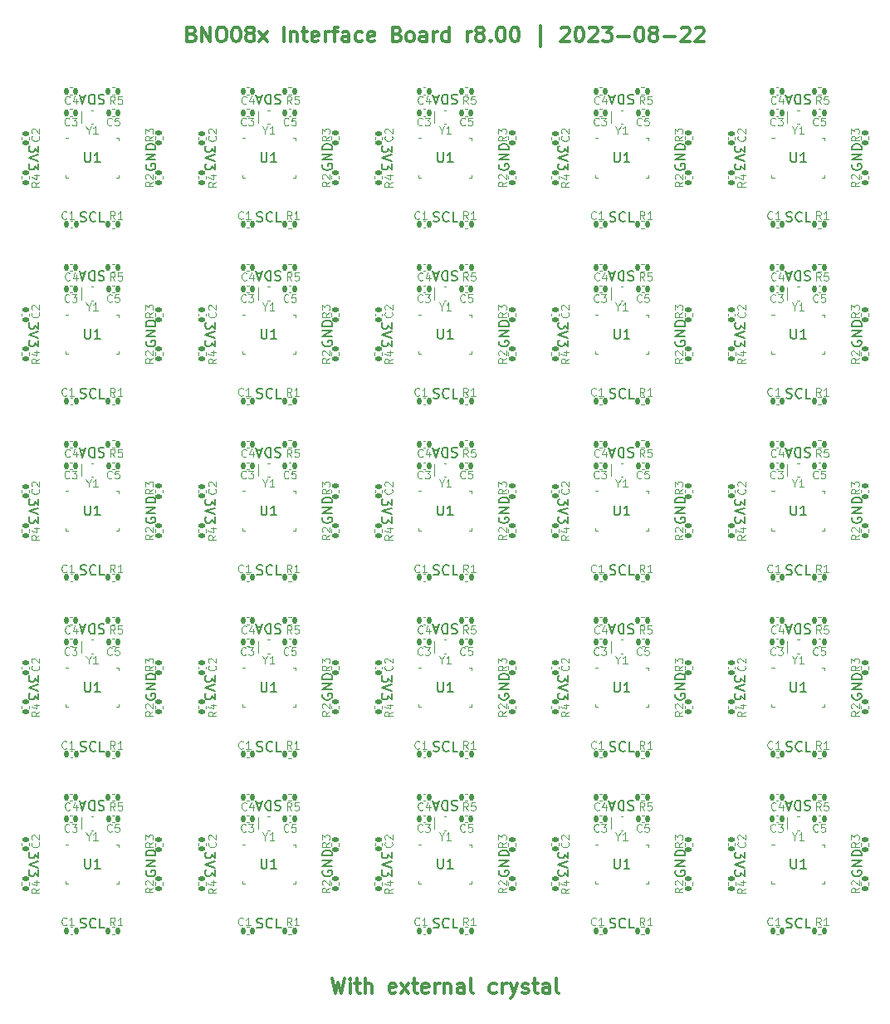
<source format=gbr>
%TF.GenerationSoftware,KiCad,Pcbnew,7.0.7-7.0.7~ubuntu20.04.1*%
%TF.CreationDate,2023-08-22T16:04:55-04:00*%
%TF.ProjectId,bno08x-i2c-board-v6-large-crystal-panel,626e6f30-3878-42d6-9932-632d626f6172,rev?*%
%TF.SameCoordinates,Original*%
%TF.FileFunction,Legend,Top*%
%TF.FilePolarity,Positive*%
%FSLAX46Y46*%
G04 Gerber Fmt 4.6, Leading zero omitted, Abs format (unit mm)*
G04 Created by KiCad (PCBNEW 7.0.7-7.0.7~ubuntu20.04.1) date 2023-08-22 16:04:55*
%MOMM*%
%LPD*%
G01*
G04 APERTURE LIST*
G04 Aperture macros list*
%AMRoundRect*
0 Rectangle with rounded corners*
0 $1 Rounding radius*
0 $2 $3 $4 $5 $6 $7 $8 $9 X,Y pos of 4 corners*
0 Add a 4 corners polygon primitive as box body*
4,1,4,$2,$3,$4,$5,$6,$7,$8,$9,$2,$3,0*
0 Add four circle primitives for the rounded corners*
1,1,$1+$1,$2,$3*
1,1,$1+$1,$4,$5*
1,1,$1+$1,$6,$7*
1,1,$1+$1,$8,$9*
0 Add four rect primitives between the rounded corners*
20,1,$1+$1,$2,$3,$4,$5,0*
20,1,$1+$1,$4,$5,$6,$7,0*
20,1,$1+$1,$6,$7,$8,$9,0*
20,1,$1+$1,$8,$9,$2,$3,0*%
G04 Aperture macros list end*
%ADD10C,0.150000*%
%ADD11C,0.300000*%
%ADD12C,0.080000*%
%ADD13C,0.120000*%
%ADD14C,0.500000*%
%ADD15RoundRect,0.135000X-0.185000X0.135000X-0.185000X-0.135000X0.185000X-0.135000X0.185000X0.135000X0*%
%ADD16R,0.254000X0.975000*%
%ADD17R,0.950000X0.254000*%
%ADD18RoundRect,0.135000X0.135000X0.185000X-0.135000X0.185000X-0.135000X-0.185000X0.135000X-0.185000X0*%
%ADD19RoundRect,0.140000X-0.140000X-0.170000X0.140000X-0.170000X0.140000X0.170000X-0.140000X0.170000X0*%
%ADD20RoundRect,0.135000X0.185000X-0.135000X0.185000X0.135000X-0.185000X0.135000X-0.185000X-0.135000X0*%
%ADD21R,0.600000X1.200000*%
%ADD22R,0.850000X0.850000*%
%ADD23RoundRect,0.135000X-0.135000X-0.185000X0.135000X-0.185000X0.135000X0.185000X-0.135000X0.185000X0*%
%ADD24RoundRect,0.140000X0.140000X0.170000X-0.140000X0.170000X-0.140000X-0.170000X0.140000X-0.170000X0*%
%ADD25RoundRect,0.140000X0.170000X-0.140000X0.170000X0.140000X-0.170000X0.140000X-0.170000X-0.140000X0*%
%ADD26C,1.000000*%
G04 APERTURE END LIST*
D10*
X45527732Y-31790929D02*
X45527732Y-32409976D01*
X45527732Y-32409976D02*
X45146780Y-32076643D01*
X45146780Y-32076643D02*
X45146780Y-32219500D01*
X45146780Y-32219500D02*
X45099161Y-32314738D01*
X45099161Y-32314738D02*
X45051542Y-32362357D01*
X45051542Y-32362357D02*
X44956304Y-32409976D01*
X44956304Y-32409976D02*
X44718209Y-32409976D01*
X44718209Y-32409976D02*
X44622971Y-32362357D01*
X44622971Y-32362357D02*
X44575352Y-32314738D01*
X44575352Y-32314738D02*
X44527732Y-32219500D01*
X44527732Y-32219500D02*
X44527732Y-31933786D01*
X44527732Y-31933786D02*
X44575352Y-31838548D01*
X44575352Y-31838548D02*
X44622971Y-31790929D01*
X45527732Y-32695691D02*
X44527732Y-33029024D01*
X44527732Y-33029024D02*
X45527732Y-33362357D01*
X45527732Y-33600453D02*
X45527732Y-34219500D01*
X45527732Y-34219500D02*
X45146780Y-33886167D01*
X45146780Y-33886167D02*
X45146780Y-34029024D01*
X45146780Y-34029024D02*
X45099161Y-34124262D01*
X45099161Y-34124262D02*
X45051542Y-34171881D01*
X45051542Y-34171881D02*
X44956304Y-34219500D01*
X44956304Y-34219500D02*
X44718209Y-34219500D01*
X44718209Y-34219500D02*
X44622971Y-34171881D01*
X44622971Y-34171881D02*
X44575352Y-34124262D01*
X44575352Y-34124262D02*
X44527732Y-34029024D01*
X44527732Y-34029024D02*
X44527732Y-33743310D01*
X44527732Y-33743310D02*
X44575352Y-33648072D01*
X44575352Y-33648072D02*
X44622971Y-33600453D01*
X85786712Y-39471588D02*
X85929569Y-39519207D01*
X85929569Y-39519207D02*
X86167664Y-39519207D01*
X86167664Y-39519207D02*
X86262902Y-39471588D01*
X86262902Y-39471588D02*
X86310521Y-39423968D01*
X86310521Y-39423968D02*
X86358140Y-39328730D01*
X86358140Y-39328730D02*
X86358140Y-39233492D01*
X86358140Y-39233492D02*
X86310521Y-39138254D01*
X86310521Y-39138254D02*
X86262902Y-39090635D01*
X86262902Y-39090635D02*
X86167664Y-39043016D01*
X86167664Y-39043016D02*
X85977188Y-38995397D01*
X85977188Y-38995397D02*
X85881950Y-38947778D01*
X85881950Y-38947778D02*
X85834331Y-38900159D01*
X85834331Y-38900159D02*
X85786712Y-38804921D01*
X85786712Y-38804921D02*
X85786712Y-38709683D01*
X85786712Y-38709683D02*
X85834331Y-38614445D01*
X85834331Y-38614445D02*
X85881950Y-38566826D01*
X85881950Y-38566826D02*
X85977188Y-38519207D01*
X85977188Y-38519207D02*
X86215283Y-38519207D01*
X86215283Y-38519207D02*
X86358140Y-38566826D01*
X87358140Y-39423968D02*
X87310521Y-39471588D01*
X87310521Y-39471588D02*
X87167664Y-39519207D01*
X87167664Y-39519207D02*
X87072426Y-39519207D01*
X87072426Y-39519207D02*
X86929569Y-39471588D01*
X86929569Y-39471588D02*
X86834331Y-39376349D01*
X86834331Y-39376349D02*
X86786712Y-39281111D01*
X86786712Y-39281111D02*
X86739093Y-39090635D01*
X86739093Y-39090635D02*
X86739093Y-38947778D01*
X86739093Y-38947778D02*
X86786712Y-38757302D01*
X86786712Y-38757302D02*
X86834331Y-38662064D01*
X86834331Y-38662064D02*
X86929569Y-38566826D01*
X86929569Y-38566826D02*
X87072426Y-38519207D01*
X87072426Y-38519207D02*
X87167664Y-38519207D01*
X87167664Y-38519207D02*
X87310521Y-38566826D01*
X87310521Y-38566826D02*
X87358140Y-38614445D01*
X88262902Y-39519207D02*
X87786712Y-39519207D01*
X87786712Y-39519207D02*
X87786712Y-38519207D01*
X38514990Y-69688799D02*
X38467371Y-69784037D01*
X38467371Y-69784037D02*
X38467371Y-69926894D01*
X38467371Y-69926894D02*
X38514990Y-70069751D01*
X38514990Y-70069751D02*
X38610228Y-70164989D01*
X38610228Y-70164989D02*
X38705466Y-70212608D01*
X38705466Y-70212608D02*
X38895942Y-70260227D01*
X38895942Y-70260227D02*
X39038799Y-70260227D01*
X39038799Y-70260227D02*
X39229275Y-70212608D01*
X39229275Y-70212608D02*
X39324513Y-70164989D01*
X39324513Y-70164989D02*
X39419752Y-70069751D01*
X39419752Y-70069751D02*
X39467371Y-69926894D01*
X39467371Y-69926894D02*
X39467371Y-69831656D01*
X39467371Y-69831656D02*
X39419752Y-69688799D01*
X39419752Y-69688799D02*
X39372132Y-69641180D01*
X39372132Y-69641180D02*
X39038799Y-69641180D01*
X39038799Y-69641180D02*
X39038799Y-69831656D01*
X39467371Y-69212608D02*
X38467371Y-69212608D01*
X38467371Y-69212608D02*
X39467371Y-68641180D01*
X39467371Y-68641180D02*
X38467371Y-68641180D01*
X39467371Y-68164989D02*
X38467371Y-68164989D01*
X38467371Y-68164989D02*
X38467371Y-67926894D01*
X38467371Y-67926894D02*
X38514990Y-67784037D01*
X38514990Y-67784037D02*
X38610228Y-67688799D01*
X38610228Y-67688799D02*
X38705466Y-67641180D01*
X38705466Y-67641180D02*
X38895942Y-67593561D01*
X38895942Y-67593561D02*
X39038799Y-67593561D01*
X39038799Y-67593561D02*
X39229275Y-67641180D01*
X39229275Y-67641180D02*
X39324513Y-67688799D01*
X39324513Y-67688799D02*
X39419752Y-67784037D01*
X39419752Y-67784037D02*
X39467371Y-67926894D01*
X39467371Y-67926894D02*
X39467371Y-68164989D01*
X52208391Y-8577188D02*
X52065534Y-8529568D01*
X52065534Y-8529568D02*
X51827439Y-8529568D01*
X51827439Y-8529568D02*
X51732201Y-8577188D01*
X51732201Y-8577188D02*
X51684582Y-8624807D01*
X51684582Y-8624807D02*
X51636963Y-8720045D01*
X51636963Y-8720045D02*
X51636963Y-8815283D01*
X51636963Y-8815283D02*
X51684582Y-8910521D01*
X51684582Y-8910521D02*
X51732201Y-8958140D01*
X51732201Y-8958140D02*
X51827439Y-9005759D01*
X51827439Y-9005759D02*
X52017915Y-9053378D01*
X52017915Y-9053378D02*
X52113153Y-9100997D01*
X52113153Y-9100997D02*
X52160772Y-9148616D01*
X52160772Y-9148616D02*
X52208391Y-9243854D01*
X52208391Y-9243854D02*
X52208391Y-9339092D01*
X52208391Y-9339092D02*
X52160772Y-9434330D01*
X52160772Y-9434330D02*
X52113153Y-9481949D01*
X52113153Y-9481949D02*
X52017915Y-9529568D01*
X52017915Y-9529568D02*
X51779820Y-9529568D01*
X51779820Y-9529568D02*
X51636963Y-9481949D01*
X51208391Y-8529568D02*
X51208391Y-9529568D01*
X51208391Y-9529568D02*
X50970296Y-9529568D01*
X50970296Y-9529568D02*
X50827439Y-9481949D01*
X50827439Y-9481949D02*
X50732201Y-9386711D01*
X50732201Y-9386711D02*
X50684582Y-9291473D01*
X50684582Y-9291473D02*
X50636963Y-9100997D01*
X50636963Y-9100997D02*
X50636963Y-8958140D01*
X50636963Y-8958140D02*
X50684582Y-8767664D01*
X50684582Y-8767664D02*
X50732201Y-8672426D01*
X50732201Y-8672426D02*
X50827439Y-8577188D01*
X50827439Y-8577188D02*
X50970296Y-8529568D01*
X50970296Y-8529568D02*
X51208391Y-8529568D01*
X50256010Y-8815283D02*
X49779820Y-8815283D01*
X50351248Y-8529568D02*
X50017915Y-9529568D01*
X50017915Y-9529568D02*
X49684582Y-8529568D01*
X38514990Y-51688799D02*
X38467371Y-51784037D01*
X38467371Y-51784037D02*
X38467371Y-51926894D01*
X38467371Y-51926894D02*
X38514990Y-52069751D01*
X38514990Y-52069751D02*
X38610228Y-52164989D01*
X38610228Y-52164989D02*
X38705466Y-52212608D01*
X38705466Y-52212608D02*
X38895942Y-52260227D01*
X38895942Y-52260227D02*
X39038799Y-52260227D01*
X39038799Y-52260227D02*
X39229275Y-52212608D01*
X39229275Y-52212608D02*
X39324513Y-52164989D01*
X39324513Y-52164989D02*
X39419752Y-52069751D01*
X39419752Y-52069751D02*
X39467371Y-51926894D01*
X39467371Y-51926894D02*
X39467371Y-51831656D01*
X39467371Y-51831656D02*
X39419752Y-51688799D01*
X39419752Y-51688799D02*
X39372132Y-51641180D01*
X39372132Y-51641180D02*
X39038799Y-51641180D01*
X39038799Y-51641180D02*
X39038799Y-51831656D01*
X39467371Y-51212608D02*
X38467371Y-51212608D01*
X38467371Y-51212608D02*
X39467371Y-50641180D01*
X39467371Y-50641180D02*
X38467371Y-50641180D01*
X39467371Y-50164989D02*
X38467371Y-50164989D01*
X38467371Y-50164989D02*
X38467371Y-49926894D01*
X38467371Y-49926894D02*
X38514990Y-49784037D01*
X38514990Y-49784037D02*
X38610228Y-49688799D01*
X38610228Y-49688799D02*
X38705466Y-49641180D01*
X38705466Y-49641180D02*
X38895942Y-49593561D01*
X38895942Y-49593561D02*
X39038799Y-49593561D01*
X39038799Y-49593561D02*
X39229275Y-49641180D01*
X39229275Y-49641180D02*
X39324513Y-49688799D01*
X39324513Y-49688799D02*
X39419752Y-49784037D01*
X39419752Y-49784037D02*
X39467371Y-49926894D01*
X39467371Y-49926894D02*
X39467371Y-50164989D01*
X49786712Y-57471588D02*
X49929569Y-57519207D01*
X49929569Y-57519207D02*
X50167664Y-57519207D01*
X50167664Y-57519207D02*
X50262902Y-57471588D01*
X50262902Y-57471588D02*
X50310521Y-57423968D01*
X50310521Y-57423968D02*
X50358140Y-57328730D01*
X50358140Y-57328730D02*
X50358140Y-57233492D01*
X50358140Y-57233492D02*
X50310521Y-57138254D01*
X50310521Y-57138254D02*
X50262902Y-57090635D01*
X50262902Y-57090635D02*
X50167664Y-57043016D01*
X50167664Y-57043016D02*
X49977188Y-56995397D01*
X49977188Y-56995397D02*
X49881950Y-56947778D01*
X49881950Y-56947778D02*
X49834331Y-56900159D01*
X49834331Y-56900159D02*
X49786712Y-56804921D01*
X49786712Y-56804921D02*
X49786712Y-56709683D01*
X49786712Y-56709683D02*
X49834331Y-56614445D01*
X49834331Y-56614445D02*
X49881950Y-56566826D01*
X49881950Y-56566826D02*
X49977188Y-56519207D01*
X49977188Y-56519207D02*
X50215283Y-56519207D01*
X50215283Y-56519207D02*
X50358140Y-56566826D01*
X51358140Y-57423968D02*
X51310521Y-57471588D01*
X51310521Y-57471588D02*
X51167664Y-57519207D01*
X51167664Y-57519207D02*
X51072426Y-57519207D01*
X51072426Y-57519207D02*
X50929569Y-57471588D01*
X50929569Y-57471588D02*
X50834331Y-57376349D01*
X50834331Y-57376349D02*
X50786712Y-57281111D01*
X50786712Y-57281111D02*
X50739093Y-57090635D01*
X50739093Y-57090635D02*
X50739093Y-56947778D01*
X50739093Y-56947778D02*
X50786712Y-56757302D01*
X50786712Y-56757302D02*
X50834331Y-56662064D01*
X50834331Y-56662064D02*
X50929569Y-56566826D01*
X50929569Y-56566826D02*
X51072426Y-56519207D01*
X51072426Y-56519207D02*
X51167664Y-56519207D01*
X51167664Y-56519207D02*
X51310521Y-56566826D01*
X51310521Y-56566826D02*
X51358140Y-56614445D01*
X52262902Y-57519207D02*
X51786712Y-57519207D01*
X51786712Y-57519207D02*
X51786712Y-56519207D01*
X45527732Y-49790929D02*
X45527732Y-50409976D01*
X45527732Y-50409976D02*
X45146780Y-50076643D01*
X45146780Y-50076643D02*
X45146780Y-50219500D01*
X45146780Y-50219500D02*
X45099161Y-50314738D01*
X45099161Y-50314738D02*
X45051542Y-50362357D01*
X45051542Y-50362357D02*
X44956304Y-50409976D01*
X44956304Y-50409976D02*
X44718209Y-50409976D01*
X44718209Y-50409976D02*
X44622971Y-50362357D01*
X44622971Y-50362357D02*
X44575352Y-50314738D01*
X44575352Y-50314738D02*
X44527732Y-50219500D01*
X44527732Y-50219500D02*
X44527732Y-49933786D01*
X44527732Y-49933786D02*
X44575352Y-49838548D01*
X44575352Y-49838548D02*
X44622971Y-49790929D01*
X45527732Y-50695691D02*
X44527732Y-51029024D01*
X44527732Y-51029024D02*
X45527732Y-51362357D01*
X45527732Y-51600453D02*
X45527732Y-52219500D01*
X45527732Y-52219500D02*
X45146780Y-51886167D01*
X45146780Y-51886167D02*
X45146780Y-52029024D01*
X45146780Y-52029024D02*
X45099161Y-52124262D01*
X45099161Y-52124262D02*
X45051542Y-52171881D01*
X45051542Y-52171881D02*
X44956304Y-52219500D01*
X44956304Y-52219500D02*
X44718209Y-52219500D01*
X44718209Y-52219500D02*
X44622971Y-52171881D01*
X44622971Y-52171881D02*
X44575352Y-52124262D01*
X44575352Y-52124262D02*
X44527732Y-52029024D01*
X44527732Y-52029024D02*
X44527732Y-51743310D01*
X44527732Y-51743310D02*
X44575352Y-51648072D01*
X44575352Y-51648072D02*
X44622971Y-51600453D01*
D11*
X39427347Y-98677104D02*
X39784490Y-100177104D01*
X39784490Y-100177104D02*
X40070204Y-99105676D01*
X40070204Y-99105676D02*
X40355919Y-100177104D01*
X40355919Y-100177104D02*
X40713062Y-98677104D01*
X41284490Y-100177104D02*
X41284490Y-99177104D01*
X41284490Y-98677104D02*
X41213062Y-98748533D01*
X41213062Y-98748533D02*
X41284490Y-98819961D01*
X41284490Y-98819961D02*
X41355919Y-98748533D01*
X41355919Y-98748533D02*
X41284490Y-98677104D01*
X41284490Y-98677104D02*
X41284490Y-98819961D01*
X41784491Y-99177104D02*
X42355919Y-99177104D01*
X41998776Y-98677104D02*
X41998776Y-99962818D01*
X41998776Y-99962818D02*
X42070205Y-100105676D01*
X42070205Y-100105676D02*
X42213062Y-100177104D01*
X42213062Y-100177104D02*
X42355919Y-100177104D01*
X42855919Y-100177104D02*
X42855919Y-98677104D01*
X43498777Y-100177104D02*
X43498777Y-99391390D01*
X43498777Y-99391390D02*
X43427348Y-99248533D01*
X43427348Y-99248533D02*
X43284491Y-99177104D01*
X43284491Y-99177104D02*
X43070205Y-99177104D01*
X43070205Y-99177104D02*
X42927348Y-99248533D01*
X42927348Y-99248533D02*
X42855919Y-99319961D01*
X45927348Y-100105676D02*
X45784491Y-100177104D01*
X45784491Y-100177104D02*
X45498777Y-100177104D01*
X45498777Y-100177104D02*
X45355919Y-100105676D01*
X45355919Y-100105676D02*
X45284491Y-99962818D01*
X45284491Y-99962818D02*
X45284491Y-99391390D01*
X45284491Y-99391390D02*
X45355919Y-99248533D01*
X45355919Y-99248533D02*
X45498777Y-99177104D01*
X45498777Y-99177104D02*
X45784491Y-99177104D01*
X45784491Y-99177104D02*
X45927348Y-99248533D01*
X45927348Y-99248533D02*
X45998777Y-99391390D01*
X45998777Y-99391390D02*
X45998777Y-99534247D01*
X45998777Y-99534247D02*
X45284491Y-99677104D01*
X46498776Y-100177104D02*
X47284491Y-99177104D01*
X46498776Y-99177104D02*
X47284491Y-100177104D01*
X47641634Y-99177104D02*
X48213062Y-99177104D01*
X47855919Y-98677104D02*
X47855919Y-99962818D01*
X47855919Y-99962818D02*
X47927348Y-100105676D01*
X47927348Y-100105676D02*
X48070205Y-100177104D01*
X48070205Y-100177104D02*
X48213062Y-100177104D01*
X49284491Y-100105676D02*
X49141634Y-100177104D01*
X49141634Y-100177104D02*
X48855920Y-100177104D01*
X48855920Y-100177104D02*
X48713062Y-100105676D01*
X48713062Y-100105676D02*
X48641634Y-99962818D01*
X48641634Y-99962818D02*
X48641634Y-99391390D01*
X48641634Y-99391390D02*
X48713062Y-99248533D01*
X48713062Y-99248533D02*
X48855920Y-99177104D01*
X48855920Y-99177104D02*
X49141634Y-99177104D01*
X49141634Y-99177104D02*
X49284491Y-99248533D01*
X49284491Y-99248533D02*
X49355920Y-99391390D01*
X49355920Y-99391390D02*
X49355920Y-99534247D01*
X49355920Y-99534247D02*
X48641634Y-99677104D01*
X49998776Y-100177104D02*
X49998776Y-99177104D01*
X49998776Y-99462818D02*
X50070205Y-99319961D01*
X50070205Y-99319961D02*
X50141634Y-99248533D01*
X50141634Y-99248533D02*
X50284491Y-99177104D01*
X50284491Y-99177104D02*
X50427348Y-99177104D01*
X50927347Y-99177104D02*
X50927347Y-100177104D01*
X50927347Y-99319961D02*
X50998776Y-99248533D01*
X50998776Y-99248533D02*
X51141633Y-99177104D01*
X51141633Y-99177104D02*
X51355919Y-99177104D01*
X51355919Y-99177104D02*
X51498776Y-99248533D01*
X51498776Y-99248533D02*
X51570205Y-99391390D01*
X51570205Y-99391390D02*
X51570205Y-100177104D01*
X52927348Y-100177104D02*
X52927348Y-99391390D01*
X52927348Y-99391390D02*
X52855919Y-99248533D01*
X52855919Y-99248533D02*
X52713062Y-99177104D01*
X52713062Y-99177104D02*
X52427348Y-99177104D01*
X52427348Y-99177104D02*
X52284490Y-99248533D01*
X52927348Y-100105676D02*
X52784490Y-100177104D01*
X52784490Y-100177104D02*
X52427348Y-100177104D01*
X52427348Y-100177104D02*
X52284490Y-100105676D01*
X52284490Y-100105676D02*
X52213062Y-99962818D01*
X52213062Y-99962818D02*
X52213062Y-99819961D01*
X52213062Y-99819961D02*
X52284490Y-99677104D01*
X52284490Y-99677104D02*
X52427348Y-99605676D01*
X52427348Y-99605676D02*
X52784490Y-99605676D01*
X52784490Y-99605676D02*
X52927348Y-99534247D01*
X53855919Y-100177104D02*
X53713062Y-100105676D01*
X53713062Y-100105676D02*
X53641633Y-99962818D01*
X53641633Y-99962818D02*
X53641633Y-98677104D01*
X56213062Y-100105676D02*
X56070204Y-100177104D01*
X56070204Y-100177104D02*
X55784490Y-100177104D01*
X55784490Y-100177104D02*
X55641633Y-100105676D01*
X55641633Y-100105676D02*
X55570204Y-100034247D01*
X55570204Y-100034247D02*
X55498776Y-99891390D01*
X55498776Y-99891390D02*
X55498776Y-99462818D01*
X55498776Y-99462818D02*
X55570204Y-99319961D01*
X55570204Y-99319961D02*
X55641633Y-99248533D01*
X55641633Y-99248533D02*
X55784490Y-99177104D01*
X55784490Y-99177104D02*
X56070204Y-99177104D01*
X56070204Y-99177104D02*
X56213062Y-99248533D01*
X56855918Y-100177104D02*
X56855918Y-99177104D01*
X56855918Y-99462818D02*
X56927347Y-99319961D01*
X56927347Y-99319961D02*
X56998776Y-99248533D01*
X56998776Y-99248533D02*
X57141633Y-99177104D01*
X57141633Y-99177104D02*
X57284490Y-99177104D01*
X57641632Y-99177104D02*
X57998775Y-100177104D01*
X58355918Y-99177104D02*
X57998775Y-100177104D01*
X57998775Y-100177104D02*
X57855918Y-100534247D01*
X57855918Y-100534247D02*
X57784489Y-100605676D01*
X57784489Y-100605676D02*
X57641632Y-100677104D01*
X58855918Y-100105676D02*
X58998775Y-100177104D01*
X58998775Y-100177104D02*
X59284489Y-100177104D01*
X59284489Y-100177104D02*
X59427346Y-100105676D01*
X59427346Y-100105676D02*
X59498775Y-99962818D01*
X59498775Y-99962818D02*
X59498775Y-99891390D01*
X59498775Y-99891390D02*
X59427346Y-99748533D01*
X59427346Y-99748533D02*
X59284489Y-99677104D01*
X59284489Y-99677104D02*
X59070204Y-99677104D01*
X59070204Y-99677104D02*
X58927346Y-99605676D01*
X58927346Y-99605676D02*
X58855918Y-99462818D01*
X58855918Y-99462818D02*
X58855918Y-99391390D01*
X58855918Y-99391390D02*
X58927346Y-99248533D01*
X58927346Y-99248533D02*
X59070204Y-99177104D01*
X59070204Y-99177104D02*
X59284489Y-99177104D01*
X59284489Y-99177104D02*
X59427346Y-99248533D01*
X59927347Y-99177104D02*
X60498775Y-99177104D01*
X60141632Y-98677104D02*
X60141632Y-99962818D01*
X60141632Y-99962818D02*
X60213061Y-100105676D01*
X60213061Y-100105676D02*
X60355918Y-100177104D01*
X60355918Y-100177104D02*
X60498775Y-100177104D01*
X61641633Y-100177104D02*
X61641633Y-99391390D01*
X61641633Y-99391390D02*
X61570204Y-99248533D01*
X61570204Y-99248533D02*
X61427347Y-99177104D01*
X61427347Y-99177104D02*
X61141633Y-99177104D01*
X61141633Y-99177104D02*
X60998775Y-99248533D01*
X61641633Y-100105676D02*
X61498775Y-100177104D01*
X61498775Y-100177104D02*
X61141633Y-100177104D01*
X61141633Y-100177104D02*
X60998775Y-100105676D01*
X60998775Y-100105676D02*
X60927347Y-99962818D01*
X60927347Y-99962818D02*
X60927347Y-99819961D01*
X60927347Y-99819961D02*
X60998775Y-99677104D01*
X60998775Y-99677104D02*
X61141633Y-99605676D01*
X61141633Y-99605676D02*
X61498775Y-99605676D01*
X61498775Y-99605676D02*
X61641633Y-99534247D01*
X62570204Y-100177104D02*
X62427347Y-100105676D01*
X62427347Y-100105676D02*
X62355918Y-99962818D01*
X62355918Y-99962818D02*
X62355918Y-98677104D01*
D10*
X56514990Y-69688799D02*
X56467371Y-69784037D01*
X56467371Y-69784037D02*
X56467371Y-69926894D01*
X56467371Y-69926894D02*
X56514990Y-70069751D01*
X56514990Y-70069751D02*
X56610228Y-70164989D01*
X56610228Y-70164989D02*
X56705466Y-70212608D01*
X56705466Y-70212608D02*
X56895942Y-70260227D01*
X56895942Y-70260227D02*
X57038799Y-70260227D01*
X57038799Y-70260227D02*
X57229275Y-70212608D01*
X57229275Y-70212608D02*
X57324513Y-70164989D01*
X57324513Y-70164989D02*
X57419752Y-70069751D01*
X57419752Y-70069751D02*
X57467371Y-69926894D01*
X57467371Y-69926894D02*
X57467371Y-69831656D01*
X57467371Y-69831656D02*
X57419752Y-69688799D01*
X57419752Y-69688799D02*
X57372132Y-69641180D01*
X57372132Y-69641180D02*
X57038799Y-69641180D01*
X57038799Y-69641180D02*
X57038799Y-69831656D01*
X57467371Y-69212608D02*
X56467371Y-69212608D01*
X56467371Y-69212608D02*
X57467371Y-68641180D01*
X57467371Y-68641180D02*
X56467371Y-68641180D01*
X57467371Y-68164989D02*
X56467371Y-68164989D01*
X56467371Y-68164989D02*
X56467371Y-67926894D01*
X56467371Y-67926894D02*
X56514990Y-67784037D01*
X56514990Y-67784037D02*
X56610228Y-67688799D01*
X56610228Y-67688799D02*
X56705466Y-67641180D01*
X56705466Y-67641180D02*
X56895942Y-67593561D01*
X56895942Y-67593561D02*
X57038799Y-67593561D01*
X57038799Y-67593561D02*
X57229275Y-67641180D01*
X57229275Y-67641180D02*
X57324513Y-67688799D01*
X57324513Y-67688799D02*
X57419752Y-67784037D01*
X57419752Y-67784037D02*
X57467371Y-67926894D01*
X57467371Y-67926894D02*
X57467371Y-68164989D01*
X13786712Y-21471588D02*
X13929569Y-21519207D01*
X13929569Y-21519207D02*
X14167664Y-21519207D01*
X14167664Y-21519207D02*
X14262902Y-21471588D01*
X14262902Y-21471588D02*
X14310521Y-21423968D01*
X14310521Y-21423968D02*
X14358140Y-21328730D01*
X14358140Y-21328730D02*
X14358140Y-21233492D01*
X14358140Y-21233492D02*
X14310521Y-21138254D01*
X14310521Y-21138254D02*
X14262902Y-21090635D01*
X14262902Y-21090635D02*
X14167664Y-21043016D01*
X14167664Y-21043016D02*
X13977188Y-20995397D01*
X13977188Y-20995397D02*
X13881950Y-20947778D01*
X13881950Y-20947778D02*
X13834331Y-20900159D01*
X13834331Y-20900159D02*
X13786712Y-20804921D01*
X13786712Y-20804921D02*
X13786712Y-20709683D01*
X13786712Y-20709683D02*
X13834331Y-20614445D01*
X13834331Y-20614445D02*
X13881950Y-20566826D01*
X13881950Y-20566826D02*
X13977188Y-20519207D01*
X13977188Y-20519207D02*
X14215283Y-20519207D01*
X14215283Y-20519207D02*
X14358140Y-20566826D01*
X15358140Y-21423968D02*
X15310521Y-21471588D01*
X15310521Y-21471588D02*
X15167664Y-21519207D01*
X15167664Y-21519207D02*
X15072426Y-21519207D01*
X15072426Y-21519207D02*
X14929569Y-21471588D01*
X14929569Y-21471588D02*
X14834331Y-21376349D01*
X14834331Y-21376349D02*
X14786712Y-21281111D01*
X14786712Y-21281111D02*
X14739093Y-21090635D01*
X14739093Y-21090635D02*
X14739093Y-20947778D01*
X14739093Y-20947778D02*
X14786712Y-20757302D01*
X14786712Y-20757302D02*
X14834331Y-20662064D01*
X14834331Y-20662064D02*
X14929569Y-20566826D01*
X14929569Y-20566826D02*
X15072426Y-20519207D01*
X15072426Y-20519207D02*
X15167664Y-20519207D01*
X15167664Y-20519207D02*
X15310521Y-20566826D01*
X15310521Y-20566826D02*
X15358140Y-20614445D01*
X16262902Y-21519207D02*
X15786712Y-21519207D01*
X15786712Y-21519207D02*
X15786712Y-20519207D01*
X27527732Y-67790929D02*
X27527732Y-68409976D01*
X27527732Y-68409976D02*
X27146780Y-68076643D01*
X27146780Y-68076643D02*
X27146780Y-68219500D01*
X27146780Y-68219500D02*
X27099161Y-68314738D01*
X27099161Y-68314738D02*
X27051542Y-68362357D01*
X27051542Y-68362357D02*
X26956304Y-68409976D01*
X26956304Y-68409976D02*
X26718209Y-68409976D01*
X26718209Y-68409976D02*
X26622971Y-68362357D01*
X26622971Y-68362357D02*
X26575352Y-68314738D01*
X26575352Y-68314738D02*
X26527732Y-68219500D01*
X26527732Y-68219500D02*
X26527732Y-67933786D01*
X26527732Y-67933786D02*
X26575352Y-67838548D01*
X26575352Y-67838548D02*
X26622971Y-67790929D01*
X27527732Y-68695691D02*
X26527732Y-69029024D01*
X26527732Y-69029024D02*
X27527732Y-69362357D01*
X27527732Y-69600453D02*
X27527732Y-70219500D01*
X27527732Y-70219500D02*
X27146780Y-69886167D01*
X27146780Y-69886167D02*
X27146780Y-70029024D01*
X27146780Y-70029024D02*
X27099161Y-70124262D01*
X27099161Y-70124262D02*
X27051542Y-70171881D01*
X27051542Y-70171881D02*
X26956304Y-70219500D01*
X26956304Y-70219500D02*
X26718209Y-70219500D01*
X26718209Y-70219500D02*
X26622971Y-70171881D01*
X26622971Y-70171881D02*
X26575352Y-70124262D01*
X26575352Y-70124262D02*
X26527732Y-70029024D01*
X26527732Y-70029024D02*
X26527732Y-69743310D01*
X26527732Y-69743310D02*
X26575352Y-69648072D01*
X26575352Y-69648072D02*
X26622971Y-69600453D01*
X20514990Y-51688799D02*
X20467371Y-51784037D01*
X20467371Y-51784037D02*
X20467371Y-51926894D01*
X20467371Y-51926894D02*
X20514990Y-52069751D01*
X20514990Y-52069751D02*
X20610228Y-52164989D01*
X20610228Y-52164989D02*
X20705466Y-52212608D01*
X20705466Y-52212608D02*
X20895942Y-52260227D01*
X20895942Y-52260227D02*
X21038799Y-52260227D01*
X21038799Y-52260227D02*
X21229275Y-52212608D01*
X21229275Y-52212608D02*
X21324513Y-52164989D01*
X21324513Y-52164989D02*
X21419752Y-52069751D01*
X21419752Y-52069751D02*
X21467371Y-51926894D01*
X21467371Y-51926894D02*
X21467371Y-51831656D01*
X21467371Y-51831656D02*
X21419752Y-51688799D01*
X21419752Y-51688799D02*
X21372132Y-51641180D01*
X21372132Y-51641180D02*
X21038799Y-51641180D01*
X21038799Y-51641180D02*
X21038799Y-51831656D01*
X21467371Y-51212608D02*
X20467371Y-51212608D01*
X20467371Y-51212608D02*
X21467371Y-50641180D01*
X21467371Y-50641180D02*
X20467371Y-50641180D01*
X21467371Y-50164989D02*
X20467371Y-50164989D01*
X20467371Y-50164989D02*
X20467371Y-49926894D01*
X20467371Y-49926894D02*
X20514990Y-49784037D01*
X20514990Y-49784037D02*
X20610228Y-49688799D01*
X20610228Y-49688799D02*
X20705466Y-49641180D01*
X20705466Y-49641180D02*
X20895942Y-49593561D01*
X20895942Y-49593561D02*
X21038799Y-49593561D01*
X21038799Y-49593561D02*
X21229275Y-49641180D01*
X21229275Y-49641180D02*
X21324513Y-49688799D01*
X21324513Y-49688799D02*
X21419752Y-49784037D01*
X21419752Y-49784037D02*
X21467371Y-49926894D01*
X21467371Y-49926894D02*
X21467371Y-50164989D01*
X52208391Y-62577188D02*
X52065534Y-62529568D01*
X52065534Y-62529568D02*
X51827439Y-62529568D01*
X51827439Y-62529568D02*
X51732201Y-62577188D01*
X51732201Y-62577188D02*
X51684582Y-62624807D01*
X51684582Y-62624807D02*
X51636963Y-62720045D01*
X51636963Y-62720045D02*
X51636963Y-62815283D01*
X51636963Y-62815283D02*
X51684582Y-62910521D01*
X51684582Y-62910521D02*
X51732201Y-62958140D01*
X51732201Y-62958140D02*
X51827439Y-63005759D01*
X51827439Y-63005759D02*
X52017915Y-63053378D01*
X52017915Y-63053378D02*
X52113153Y-63100997D01*
X52113153Y-63100997D02*
X52160772Y-63148616D01*
X52160772Y-63148616D02*
X52208391Y-63243854D01*
X52208391Y-63243854D02*
X52208391Y-63339092D01*
X52208391Y-63339092D02*
X52160772Y-63434330D01*
X52160772Y-63434330D02*
X52113153Y-63481949D01*
X52113153Y-63481949D02*
X52017915Y-63529568D01*
X52017915Y-63529568D02*
X51779820Y-63529568D01*
X51779820Y-63529568D02*
X51636963Y-63481949D01*
X51208391Y-62529568D02*
X51208391Y-63529568D01*
X51208391Y-63529568D02*
X50970296Y-63529568D01*
X50970296Y-63529568D02*
X50827439Y-63481949D01*
X50827439Y-63481949D02*
X50732201Y-63386711D01*
X50732201Y-63386711D02*
X50684582Y-63291473D01*
X50684582Y-63291473D02*
X50636963Y-63100997D01*
X50636963Y-63100997D02*
X50636963Y-62958140D01*
X50636963Y-62958140D02*
X50684582Y-62767664D01*
X50684582Y-62767664D02*
X50732201Y-62672426D01*
X50732201Y-62672426D02*
X50827439Y-62577188D01*
X50827439Y-62577188D02*
X50970296Y-62529568D01*
X50970296Y-62529568D02*
X51208391Y-62529568D01*
X50256010Y-62815283D02*
X49779820Y-62815283D01*
X50351248Y-62529568D02*
X50017915Y-63529568D01*
X50017915Y-63529568D02*
X49684582Y-62529568D01*
X81527732Y-49790929D02*
X81527732Y-50409976D01*
X81527732Y-50409976D02*
X81146780Y-50076643D01*
X81146780Y-50076643D02*
X81146780Y-50219500D01*
X81146780Y-50219500D02*
X81099161Y-50314738D01*
X81099161Y-50314738D02*
X81051542Y-50362357D01*
X81051542Y-50362357D02*
X80956304Y-50409976D01*
X80956304Y-50409976D02*
X80718209Y-50409976D01*
X80718209Y-50409976D02*
X80622971Y-50362357D01*
X80622971Y-50362357D02*
X80575352Y-50314738D01*
X80575352Y-50314738D02*
X80527732Y-50219500D01*
X80527732Y-50219500D02*
X80527732Y-49933786D01*
X80527732Y-49933786D02*
X80575352Y-49838548D01*
X80575352Y-49838548D02*
X80622971Y-49790929D01*
X81527732Y-50695691D02*
X80527732Y-51029024D01*
X80527732Y-51029024D02*
X81527732Y-51362357D01*
X81527732Y-51600453D02*
X81527732Y-52219500D01*
X81527732Y-52219500D02*
X81146780Y-51886167D01*
X81146780Y-51886167D02*
X81146780Y-52029024D01*
X81146780Y-52029024D02*
X81099161Y-52124262D01*
X81099161Y-52124262D02*
X81051542Y-52171881D01*
X81051542Y-52171881D02*
X80956304Y-52219500D01*
X80956304Y-52219500D02*
X80718209Y-52219500D01*
X80718209Y-52219500D02*
X80622971Y-52171881D01*
X80622971Y-52171881D02*
X80575352Y-52124262D01*
X80575352Y-52124262D02*
X80527732Y-52029024D01*
X80527732Y-52029024D02*
X80527732Y-51743310D01*
X80527732Y-51743310D02*
X80575352Y-51648072D01*
X80575352Y-51648072D02*
X80622971Y-51600453D01*
X70208391Y-62577188D02*
X70065534Y-62529568D01*
X70065534Y-62529568D02*
X69827439Y-62529568D01*
X69827439Y-62529568D02*
X69732201Y-62577188D01*
X69732201Y-62577188D02*
X69684582Y-62624807D01*
X69684582Y-62624807D02*
X69636963Y-62720045D01*
X69636963Y-62720045D02*
X69636963Y-62815283D01*
X69636963Y-62815283D02*
X69684582Y-62910521D01*
X69684582Y-62910521D02*
X69732201Y-62958140D01*
X69732201Y-62958140D02*
X69827439Y-63005759D01*
X69827439Y-63005759D02*
X70017915Y-63053378D01*
X70017915Y-63053378D02*
X70113153Y-63100997D01*
X70113153Y-63100997D02*
X70160772Y-63148616D01*
X70160772Y-63148616D02*
X70208391Y-63243854D01*
X70208391Y-63243854D02*
X70208391Y-63339092D01*
X70208391Y-63339092D02*
X70160772Y-63434330D01*
X70160772Y-63434330D02*
X70113153Y-63481949D01*
X70113153Y-63481949D02*
X70017915Y-63529568D01*
X70017915Y-63529568D02*
X69779820Y-63529568D01*
X69779820Y-63529568D02*
X69636963Y-63481949D01*
X69208391Y-62529568D02*
X69208391Y-63529568D01*
X69208391Y-63529568D02*
X68970296Y-63529568D01*
X68970296Y-63529568D02*
X68827439Y-63481949D01*
X68827439Y-63481949D02*
X68732201Y-63386711D01*
X68732201Y-63386711D02*
X68684582Y-63291473D01*
X68684582Y-63291473D02*
X68636963Y-63100997D01*
X68636963Y-63100997D02*
X68636963Y-62958140D01*
X68636963Y-62958140D02*
X68684582Y-62767664D01*
X68684582Y-62767664D02*
X68732201Y-62672426D01*
X68732201Y-62672426D02*
X68827439Y-62577188D01*
X68827439Y-62577188D02*
X68970296Y-62529568D01*
X68970296Y-62529568D02*
X69208391Y-62529568D01*
X68256010Y-62815283D02*
X67779820Y-62815283D01*
X68351248Y-62529568D02*
X68017915Y-63529568D01*
X68017915Y-63529568D02*
X67684582Y-62529568D01*
X20514990Y-69688799D02*
X20467371Y-69784037D01*
X20467371Y-69784037D02*
X20467371Y-69926894D01*
X20467371Y-69926894D02*
X20514990Y-70069751D01*
X20514990Y-70069751D02*
X20610228Y-70164989D01*
X20610228Y-70164989D02*
X20705466Y-70212608D01*
X20705466Y-70212608D02*
X20895942Y-70260227D01*
X20895942Y-70260227D02*
X21038799Y-70260227D01*
X21038799Y-70260227D02*
X21229275Y-70212608D01*
X21229275Y-70212608D02*
X21324513Y-70164989D01*
X21324513Y-70164989D02*
X21419752Y-70069751D01*
X21419752Y-70069751D02*
X21467371Y-69926894D01*
X21467371Y-69926894D02*
X21467371Y-69831656D01*
X21467371Y-69831656D02*
X21419752Y-69688799D01*
X21419752Y-69688799D02*
X21372132Y-69641180D01*
X21372132Y-69641180D02*
X21038799Y-69641180D01*
X21038799Y-69641180D02*
X21038799Y-69831656D01*
X21467371Y-69212608D02*
X20467371Y-69212608D01*
X20467371Y-69212608D02*
X21467371Y-68641180D01*
X21467371Y-68641180D02*
X20467371Y-68641180D01*
X21467371Y-68164989D02*
X20467371Y-68164989D01*
X20467371Y-68164989D02*
X20467371Y-67926894D01*
X20467371Y-67926894D02*
X20514990Y-67784037D01*
X20514990Y-67784037D02*
X20610228Y-67688799D01*
X20610228Y-67688799D02*
X20705466Y-67641180D01*
X20705466Y-67641180D02*
X20895942Y-67593561D01*
X20895942Y-67593561D02*
X21038799Y-67593561D01*
X21038799Y-67593561D02*
X21229275Y-67641180D01*
X21229275Y-67641180D02*
X21324513Y-67688799D01*
X21324513Y-67688799D02*
X21419752Y-67784037D01*
X21419752Y-67784037D02*
X21467371Y-67926894D01*
X21467371Y-67926894D02*
X21467371Y-68164989D01*
D11*
X25177350Y-2392614D02*
X25391636Y-2464042D01*
X25391636Y-2464042D02*
X25463065Y-2535471D01*
X25463065Y-2535471D02*
X25534493Y-2678328D01*
X25534493Y-2678328D02*
X25534493Y-2892614D01*
X25534493Y-2892614D02*
X25463065Y-3035471D01*
X25463065Y-3035471D02*
X25391636Y-3106900D01*
X25391636Y-3106900D02*
X25248779Y-3178328D01*
X25248779Y-3178328D02*
X24677350Y-3178328D01*
X24677350Y-3178328D02*
X24677350Y-1678328D01*
X24677350Y-1678328D02*
X25177350Y-1678328D01*
X25177350Y-1678328D02*
X25320208Y-1749757D01*
X25320208Y-1749757D02*
X25391636Y-1821185D01*
X25391636Y-1821185D02*
X25463065Y-1964042D01*
X25463065Y-1964042D02*
X25463065Y-2106900D01*
X25463065Y-2106900D02*
X25391636Y-2249757D01*
X25391636Y-2249757D02*
X25320208Y-2321185D01*
X25320208Y-2321185D02*
X25177350Y-2392614D01*
X25177350Y-2392614D02*
X24677350Y-2392614D01*
X26177350Y-3178328D02*
X26177350Y-1678328D01*
X26177350Y-1678328D02*
X27034493Y-3178328D01*
X27034493Y-3178328D02*
X27034493Y-1678328D01*
X28034494Y-1678328D02*
X28320208Y-1678328D01*
X28320208Y-1678328D02*
X28463065Y-1749757D01*
X28463065Y-1749757D02*
X28605922Y-1892614D01*
X28605922Y-1892614D02*
X28677351Y-2178328D01*
X28677351Y-2178328D02*
X28677351Y-2678328D01*
X28677351Y-2678328D02*
X28605922Y-2964042D01*
X28605922Y-2964042D02*
X28463065Y-3106900D01*
X28463065Y-3106900D02*
X28320208Y-3178328D01*
X28320208Y-3178328D02*
X28034494Y-3178328D01*
X28034494Y-3178328D02*
X27891637Y-3106900D01*
X27891637Y-3106900D02*
X27748779Y-2964042D01*
X27748779Y-2964042D02*
X27677351Y-2678328D01*
X27677351Y-2678328D02*
X27677351Y-2178328D01*
X27677351Y-2178328D02*
X27748779Y-1892614D01*
X27748779Y-1892614D02*
X27891637Y-1749757D01*
X27891637Y-1749757D02*
X28034494Y-1678328D01*
X29605923Y-1678328D02*
X29748780Y-1678328D01*
X29748780Y-1678328D02*
X29891637Y-1749757D01*
X29891637Y-1749757D02*
X29963066Y-1821185D01*
X29963066Y-1821185D02*
X30034494Y-1964042D01*
X30034494Y-1964042D02*
X30105923Y-2249757D01*
X30105923Y-2249757D02*
X30105923Y-2606900D01*
X30105923Y-2606900D02*
X30034494Y-2892614D01*
X30034494Y-2892614D02*
X29963066Y-3035471D01*
X29963066Y-3035471D02*
X29891637Y-3106900D01*
X29891637Y-3106900D02*
X29748780Y-3178328D01*
X29748780Y-3178328D02*
X29605923Y-3178328D01*
X29605923Y-3178328D02*
X29463066Y-3106900D01*
X29463066Y-3106900D02*
X29391637Y-3035471D01*
X29391637Y-3035471D02*
X29320208Y-2892614D01*
X29320208Y-2892614D02*
X29248780Y-2606900D01*
X29248780Y-2606900D02*
X29248780Y-2249757D01*
X29248780Y-2249757D02*
X29320208Y-1964042D01*
X29320208Y-1964042D02*
X29391637Y-1821185D01*
X29391637Y-1821185D02*
X29463066Y-1749757D01*
X29463066Y-1749757D02*
X29605923Y-1678328D01*
X30963065Y-2321185D02*
X30820208Y-2249757D01*
X30820208Y-2249757D02*
X30748779Y-2178328D01*
X30748779Y-2178328D02*
X30677351Y-2035471D01*
X30677351Y-2035471D02*
X30677351Y-1964042D01*
X30677351Y-1964042D02*
X30748779Y-1821185D01*
X30748779Y-1821185D02*
X30820208Y-1749757D01*
X30820208Y-1749757D02*
X30963065Y-1678328D01*
X30963065Y-1678328D02*
X31248779Y-1678328D01*
X31248779Y-1678328D02*
X31391637Y-1749757D01*
X31391637Y-1749757D02*
X31463065Y-1821185D01*
X31463065Y-1821185D02*
X31534494Y-1964042D01*
X31534494Y-1964042D02*
X31534494Y-2035471D01*
X31534494Y-2035471D02*
X31463065Y-2178328D01*
X31463065Y-2178328D02*
X31391637Y-2249757D01*
X31391637Y-2249757D02*
X31248779Y-2321185D01*
X31248779Y-2321185D02*
X30963065Y-2321185D01*
X30963065Y-2321185D02*
X30820208Y-2392614D01*
X30820208Y-2392614D02*
X30748779Y-2464042D01*
X30748779Y-2464042D02*
X30677351Y-2606900D01*
X30677351Y-2606900D02*
X30677351Y-2892614D01*
X30677351Y-2892614D02*
X30748779Y-3035471D01*
X30748779Y-3035471D02*
X30820208Y-3106900D01*
X30820208Y-3106900D02*
X30963065Y-3178328D01*
X30963065Y-3178328D02*
X31248779Y-3178328D01*
X31248779Y-3178328D02*
X31391637Y-3106900D01*
X31391637Y-3106900D02*
X31463065Y-3035471D01*
X31463065Y-3035471D02*
X31534494Y-2892614D01*
X31534494Y-2892614D02*
X31534494Y-2606900D01*
X31534494Y-2606900D02*
X31463065Y-2464042D01*
X31463065Y-2464042D02*
X31391637Y-2392614D01*
X31391637Y-2392614D02*
X31248779Y-2321185D01*
X32034493Y-3178328D02*
X32820208Y-2178328D01*
X32034493Y-2178328D02*
X32820208Y-3178328D01*
X34534493Y-3178328D02*
X34534493Y-1678328D01*
X35248779Y-2178328D02*
X35248779Y-3178328D01*
X35248779Y-2321185D02*
X35320208Y-2249757D01*
X35320208Y-2249757D02*
X35463065Y-2178328D01*
X35463065Y-2178328D02*
X35677351Y-2178328D01*
X35677351Y-2178328D02*
X35820208Y-2249757D01*
X35820208Y-2249757D02*
X35891637Y-2392614D01*
X35891637Y-2392614D02*
X35891637Y-3178328D01*
X36391637Y-2178328D02*
X36963065Y-2178328D01*
X36605922Y-1678328D02*
X36605922Y-2964042D01*
X36605922Y-2964042D02*
X36677351Y-3106900D01*
X36677351Y-3106900D02*
X36820208Y-3178328D01*
X36820208Y-3178328D02*
X36963065Y-3178328D01*
X38034494Y-3106900D02*
X37891637Y-3178328D01*
X37891637Y-3178328D02*
X37605923Y-3178328D01*
X37605923Y-3178328D02*
X37463065Y-3106900D01*
X37463065Y-3106900D02*
X37391637Y-2964042D01*
X37391637Y-2964042D02*
X37391637Y-2392614D01*
X37391637Y-2392614D02*
X37463065Y-2249757D01*
X37463065Y-2249757D02*
X37605923Y-2178328D01*
X37605923Y-2178328D02*
X37891637Y-2178328D01*
X37891637Y-2178328D02*
X38034494Y-2249757D01*
X38034494Y-2249757D02*
X38105923Y-2392614D01*
X38105923Y-2392614D02*
X38105923Y-2535471D01*
X38105923Y-2535471D02*
X37391637Y-2678328D01*
X38748779Y-3178328D02*
X38748779Y-2178328D01*
X38748779Y-2464042D02*
X38820208Y-2321185D01*
X38820208Y-2321185D02*
X38891637Y-2249757D01*
X38891637Y-2249757D02*
X39034494Y-2178328D01*
X39034494Y-2178328D02*
X39177351Y-2178328D01*
X39463065Y-2178328D02*
X40034493Y-2178328D01*
X39677350Y-3178328D02*
X39677350Y-1892614D01*
X39677350Y-1892614D02*
X39748779Y-1749757D01*
X39748779Y-1749757D02*
X39891636Y-1678328D01*
X39891636Y-1678328D02*
X40034493Y-1678328D01*
X41177351Y-3178328D02*
X41177351Y-2392614D01*
X41177351Y-2392614D02*
X41105922Y-2249757D01*
X41105922Y-2249757D02*
X40963065Y-2178328D01*
X40963065Y-2178328D02*
X40677351Y-2178328D01*
X40677351Y-2178328D02*
X40534493Y-2249757D01*
X41177351Y-3106900D02*
X41034493Y-3178328D01*
X41034493Y-3178328D02*
X40677351Y-3178328D01*
X40677351Y-3178328D02*
X40534493Y-3106900D01*
X40534493Y-3106900D02*
X40463065Y-2964042D01*
X40463065Y-2964042D02*
X40463065Y-2821185D01*
X40463065Y-2821185D02*
X40534493Y-2678328D01*
X40534493Y-2678328D02*
X40677351Y-2606900D01*
X40677351Y-2606900D02*
X41034493Y-2606900D01*
X41034493Y-2606900D02*
X41177351Y-2535471D01*
X42534494Y-3106900D02*
X42391636Y-3178328D01*
X42391636Y-3178328D02*
X42105922Y-3178328D01*
X42105922Y-3178328D02*
X41963065Y-3106900D01*
X41963065Y-3106900D02*
X41891636Y-3035471D01*
X41891636Y-3035471D02*
X41820208Y-2892614D01*
X41820208Y-2892614D02*
X41820208Y-2464042D01*
X41820208Y-2464042D02*
X41891636Y-2321185D01*
X41891636Y-2321185D02*
X41963065Y-2249757D01*
X41963065Y-2249757D02*
X42105922Y-2178328D01*
X42105922Y-2178328D02*
X42391636Y-2178328D01*
X42391636Y-2178328D02*
X42534494Y-2249757D01*
X43748779Y-3106900D02*
X43605922Y-3178328D01*
X43605922Y-3178328D02*
X43320208Y-3178328D01*
X43320208Y-3178328D02*
X43177350Y-3106900D01*
X43177350Y-3106900D02*
X43105922Y-2964042D01*
X43105922Y-2964042D02*
X43105922Y-2392614D01*
X43105922Y-2392614D02*
X43177350Y-2249757D01*
X43177350Y-2249757D02*
X43320208Y-2178328D01*
X43320208Y-2178328D02*
X43605922Y-2178328D01*
X43605922Y-2178328D02*
X43748779Y-2249757D01*
X43748779Y-2249757D02*
X43820208Y-2392614D01*
X43820208Y-2392614D02*
X43820208Y-2535471D01*
X43820208Y-2535471D02*
X43105922Y-2678328D01*
X46105921Y-2392614D02*
X46320207Y-2464042D01*
X46320207Y-2464042D02*
X46391636Y-2535471D01*
X46391636Y-2535471D02*
X46463064Y-2678328D01*
X46463064Y-2678328D02*
X46463064Y-2892614D01*
X46463064Y-2892614D02*
X46391636Y-3035471D01*
X46391636Y-3035471D02*
X46320207Y-3106900D01*
X46320207Y-3106900D02*
X46177350Y-3178328D01*
X46177350Y-3178328D02*
X45605921Y-3178328D01*
X45605921Y-3178328D02*
X45605921Y-1678328D01*
X45605921Y-1678328D02*
X46105921Y-1678328D01*
X46105921Y-1678328D02*
X46248779Y-1749757D01*
X46248779Y-1749757D02*
X46320207Y-1821185D01*
X46320207Y-1821185D02*
X46391636Y-1964042D01*
X46391636Y-1964042D02*
X46391636Y-2106900D01*
X46391636Y-2106900D02*
X46320207Y-2249757D01*
X46320207Y-2249757D02*
X46248779Y-2321185D01*
X46248779Y-2321185D02*
X46105921Y-2392614D01*
X46105921Y-2392614D02*
X45605921Y-2392614D01*
X47320207Y-3178328D02*
X47177350Y-3106900D01*
X47177350Y-3106900D02*
X47105921Y-3035471D01*
X47105921Y-3035471D02*
X47034493Y-2892614D01*
X47034493Y-2892614D02*
X47034493Y-2464042D01*
X47034493Y-2464042D02*
X47105921Y-2321185D01*
X47105921Y-2321185D02*
X47177350Y-2249757D01*
X47177350Y-2249757D02*
X47320207Y-2178328D01*
X47320207Y-2178328D02*
X47534493Y-2178328D01*
X47534493Y-2178328D02*
X47677350Y-2249757D01*
X47677350Y-2249757D02*
X47748779Y-2321185D01*
X47748779Y-2321185D02*
X47820207Y-2464042D01*
X47820207Y-2464042D02*
X47820207Y-2892614D01*
X47820207Y-2892614D02*
X47748779Y-3035471D01*
X47748779Y-3035471D02*
X47677350Y-3106900D01*
X47677350Y-3106900D02*
X47534493Y-3178328D01*
X47534493Y-3178328D02*
X47320207Y-3178328D01*
X49105922Y-3178328D02*
X49105922Y-2392614D01*
X49105922Y-2392614D02*
X49034493Y-2249757D01*
X49034493Y-2249757D02*
X48891636Y-2178328D01*
X48891636Y-2178328D02*
X48605922Y-2178328D01*
X48605922Y-2178328D02*
X48463064Y-2249757D01*
X49105922Y-3106900D02*
X48963064Y-3178328D01*
X48963064Y-3178328D02*
X48605922Y-3178328D01*
X48605922Y-3178328D02*
X48463064Y-3106900D01*
X48463064Y-3106900D02*
X48391636Y-2964042D01*
X48391636Y-2964042D02*
X48391636Y-2821185D01*
X48391636Y-2821185D02*
X48463064Y-2678328D01*
X48463064Y-2678328D02*
X48605922Y-2606900D01*
X48605922Y-2606900D02*
X48963064Y-2606900D01*
X48963064Y-2606900D02*
X49105922Y-2535471D01*
X49820207Y-3178328D02*
X49820207Y-2178328D01*
X49820207Y-2464042D02*
X49891636Y-2321185D01*
X49891636Y-2321185D02*
X49963065Y-2249757D01*
X49963065Y-2249757D02*
X50105922Y-2178328D01*
X50105922Y-2178328D02*
X50248779Y-2178328D01*
X51391636Y-3178328D02*
X51391636Y-1678328D01*
X51391636Y-3106900D02*
X51248778Y-3178328D01*
X51248778Y-3178328D02*
X50963064Y-3178328D01*
X50963064Y-3178328D02*
X50820207Y-3106900D01*
X50820207Y-3106900D02*
X50748778Y-3035471D01*
X50748778Y-3035471D02*
X50677350Y-2892614D01*
X50677350Y-2892614D02*
X50677350Y-2464042D01*
X50677350Y-2464042D02*
X50748778Y-2321185D01*
X50748778Y-2321185D02*
X50820207Y-2249757D01*
X50820207Y-2249757D02*
X50963064Y-2178328D01*
X50963064Y-2178328D02*
X51248778Y-2178328D01*
X51248778Y-2178328D02*
X51391636Y-2249757D01*
X53248778Y-3178328D02*
X53248778Y-2178328D01*
X53248778Y-2464042D02*
X53320207Y-2321185D01*
X53320207Y-2321185D02*
X53391636Y-2249757D01*
X53391636Y-2249757D02*
X53534493Y-2178328D01*
X53534493Y-2178328D02*
X53677350Y-2178328D01*
X54391635Y-2321185D02*
X54248778Y-2249757D01*
X54248778Y-2249757D02*
X54177349Y-2178328D01*
X54177349Y-2178328D02*
X54105921Y-2035471D01*
X54105921Y-2035471D02*
X54105921Y-1964042D01*
X54105921Y-1964042D02*
X54177349Y-1821185D01*
X54177349Y-1821185D02*
X54248778Y-1749757D01*
X54248778Y-1749757D02*
X54391635Y-1678328D01*
X54391635Y-1678328D02*
X54677349Y-1678328D01*
X54677349Y-1678328D02*
X54820207Y-1749757D01*
X54820207Y-1749757D02*
X54891635Y-1821185D01*
X54891635Y-1821185D02*
X54963064Y-1964042D01*
X54963064Y-1964042D02*
X54963064Y-2035471D01*
X54963064Y-2035471D02*
X54891635Y-2178328D01*
X54891635Y-2178328D02*
X54820207Y-2249757D01*
X54820207Y-2249757D02*
X54677349Y-2321185D01*
X54677349Y-2321185D02*
X54391635Y-2321185D01*
X54391635Y-2321185D02*
X54248778Y-2392614D01*
X54248778Y-2392614D02*
X54177349Y-2464042D01*
X54177349Y-2464042D02*
X54105921Y-2606900D01*
X54105921Y-2606900D02*
X54105921Y-2892614D01*
X54105921Y-2892614D02*
X54177349Y-3035471D01*
X54177349Y-3035471D02*
X54248778Y-3106900D01*
X54248778Y-3106900D02*
X54391635Y-3178328D01*
X54391635Y-3178328D02*
X54677349Y-3178328D01*
X54677349Y-3178328D02*
X54820207Y-3106900D01*
X54820207Y-3106900D02*
X54891635Y-3035471D01*
X54891635Y-3035471D02*
X54963064Y-2892614D01*
X54963064Y-2892614D02*
X54963064Y-2606900D01*
X54963064Y-2606900D02*
X54891635Y-2464042D01*
X54891635Y-2464042D02*
X54820207Y-2392614D01*
X54820207Y-2392614D02*
X54677349Y-2321185D01*
X55605920Y-3035471D02*
X55677349Y-3106900D01*
X55677349Y-3106900D02*
X55605920Y-3178328D01*
X55605920Y-3178328D02*
X55534492Y-3106900D01*
X55534492Y-3106900D02*
X55605920Y-3035471D01*
X55605920Y-3035471D02*
X55605920Y-3178328D01*
X56605921Y-1678328D02*
X56748778Y-1678328D01*
X56748778Y-1678328D02*
X56891635Y-1749757D01*
X56891635Y-1749757D02*
X56963064Y-1821185D01*
X56963064Y-1821185D02*
X57034492Y-1964042D01*
X57034492Y-1964042D02*
X57105921Y-2249757D01*
X57105921Y-2249757D02*
X57105921Y-2606900D01*
X57105921Y-2606900D02*
X57034492Y-2892614D01*
X57034492Y-2892614D02*
X56963064Y-3035471D01*
X56963064Y-3035471D02*
X56891635Y-3106900D01*
X56891635Y-3106900D02*
X56748778Y-3178328D01*
X56748778Y-3178328D02*
X56605921Y-3178328D01*
X56605921Y-3178328D02*
X56463064Y-3106900D01*
X56463064Y-3106900D02*
X56391635Y-3035471D01*
X56391635Y-3035471D02*
X56320206Y-2892614D01*
X56320206Y-2892614D02*
X56248778Y-2606900D01*
X56248778Y-2606900D02*
X56248778Y-2249757D01*
X56248778Y-2249757D02*
X56320206Y-1964042D01*
X56320206Y-1964042D02*
X56391635Y-1821185D01*
X56391635Y-1821185D02*
X56463064Y-1749757D01*
X56463064Y-1749757D02*
X56605921Y-1678328D01*
X58034492Y-1678328D02*
X58177349Y-1678328D01*
X58177349Y-1678328D02*
X58320206Y-1749757D01*
X58320206Y-1749757D02*
X58391635Y-1821185D01*
X58391635Y-1821185D02*
X58463063Y-1964042D01*
X58463063Y-1964042D02*
X58534492Y-2249757D01*
X58534492Y-2249757D02*
X58534492Y-2606900D01*
X58534492Y-2606900D02*
X58463063Y-2892614D01*
X58463063Y-2892614D02*
X58391635Y-3035471D01*
X58391635Y-3035471D02*
X58320206Y-3106900D01*
X58320206Y-3106900D02*
X58177349Y-3178328D01*
X58177349Y-3178328D02*
X58034492Y-3178328D01*
X58034492Y-3178328D02*
X57891635Y-3106900D01*
X57891635Y-3106900D02*
X57820206Y-3035471D01*
X57820206Y-3035471D02*
X57748777Y-2892614D01*
X57748777Y-2892614D02*
X57677349Y-2606900D01*
X57677349Y-2606900D02*
X57677349Y-2249757D01*
X57677349Y-2249757D02*
X57748777Y-1964042D01*
X57748777Y-1964042D02*
X57820206Y-1821185D01*
X57820206Y-1821185D02*
X57891635Y-1749757D01*
X57891635Y-1749757D02*
X58034492Y-1678328D01*
X60677348Y-3678328D02*
X60677348Y-1535471D01*
X62820205Y-1821185D02*
X62891633Y-1749757D01*
X62891633Y-1749757D02*
X63034491Y-1678328D01*
X63034491Y-1678328D02*
X63391633Y-1678328D01*
X63391633Y-1678328D02*
X63534491Y-1749757D01*
X63534491Y-1749757D02*
X63605919Y-1821185D01*
X63605919Y-1821185D02*
X63677348Y-1964042D01*
X63677348Y-1964042D02*
X63677348Y-2106900D01*
X63677348Y-2106900D02*
X63605919Y-2321185D01*
X63605919Y-2321185D02*
X62748776Y-3178328D01*
X62748776Y-3178328D02*
X63677348Y-3178328D01*
X64605919Y-1678328D02*
X64748776Y-1678328D01*
X64748776Y-1678328D02*
X64891633Y-1749757D01*
X64891633Y-1749757D02*
X64963062Y-1821185D01*
X64963062Y-1821185D02*
X65034490Y-1964042D01*
X65034490Y-1964042D02*
X65105919Y-2249757D01*
X65105919Y-2249757D02*
X65105919Y-2606900D01*
X65105919Y-2606900D02*
X65034490Y-2892614D01*
X65034490Y-2892614D02*
X64963062Y-3035471D01*
X64963062Y-3035471D02*
X64891633Y-3106900D01*
X64891633Y-3106900D02*
X64748776Y-3178328D01*
X64748776Y-3178328D02*
X64605919Y-3178328D01*
X64605919Y-3178328D02*
X64463062Y-3106900D01*
X64463062Y-3106900D02*
X64391633Y-3035471D01*
X64391633Y-3035471D02*
X64320204Y-2892614D01*
X64320204Y-2892614D02*
X64248776Y-2606900D01*
X64248776Y-2606900D02*
X64248776Y-2249757D01*
X64248776Y-2249757D02*
X64320204Y-1964042D01*
X64320204Y-1964042D02*
X64391633Y-1821185D01*
X64391633Y-1821185D02*
X64463062Y-1749757D01*
X64463062Y-1749757D02*
X64605919Y-1678328D01*
X65677347Y-1821185D02*
X65748775Y-1749757D01*
X65748775Y-1749757D02*
X65891633Y-1678328D01*
X65891633Y-1678328D02*
X66248775Y-1678328D01*
X66248775Y-1678328D02*
X66391633Y-1749757D01*
X66391633Y-1749757D02*
X66463061Y-1821185D01*
X66463061Y-1821185D02*
X66534490Y-1964042D01*
X66534490Y-1964042D02*
X66534490Y-2106900D01*
X66534490Y-2106900D02*
X66463061Y-2321185D01*
X66463061Y-2321185D02*
X65605918Y-3178328D01*
X65605918Y-3178328D02*
X66534490Y-3178328D01*
X67034489Y-1678328D02*
X67963061Y-1678328D01*
X67963061Y-1678328D02*
X67463061Y-2249757D01*
X67463061Y-2249757D02*
X67677346Y-2249757D01*
X67677346Y-2249757D02*
X67820204Y-2321185D01*
X67820204Y-2321185D02*
X67891632Y-2392614D01*
X67891632Y-2392614D02*
X67963061Y-2535471D01*
X67963061Y-2535471D02*
X67963061Y-2892614D01*
X67963061Y-2892614D02*
X67891632Y-3035471D01*
X67891632Y-3035471D02*
X67820204Y-3106900D01*
X67820204Y-3106900D02*
X67677346Y-3178328D01*
X67677346Y-3178328D02*
X67248775Y-3178328D01*
X67248775Y-3178328D02*
X67105918Y-3106900D01*
X67105918Y-3106900D02*
X67034489Y-3035471D01*
X68605917Y-2606900D02*
X69748775Y-2606900D01*
X70748775Y-1678328D02*
X70891632Y-1678328D01*
X70891632Y-1678328D02*
X71034489Y-1749757D01*
X71034489Y-1749757D02*
X71105918Y-1821185D01*
X71105918Y-1821185D02*
X71177346Y-1964042D01*
X71177346Y-1964042D02*
X71248775Y-2249757D01*
X71248775Y-2249757D02*
X71248775Y-2606900D01*
X71248775Y-2606900D02*
X71177346Y-2892614D01*
X71177346Y-2892614D02*
X71105918Y-3035471D01*
X71105918Y-3035471D02*
X71034489Y-3106900D01*
X71034489Y-3106900D02*
X70891632Y-3178328D01*
X70891632Y-3178328D02*
X70748775Y-3178328D01*
X70748775Y-3178328D02*
X70605918Y-3106900D01*
X70605918Y-3106900D02*
X70534489Y-3035471D01*
X70534489Y-3035471D02*
X70463060Y-2892614D01*
X70463060Y-2892614D02*
X70391632Y-2606900D01*
X70391632Y-2606900D02*
X70391632Y-2249757D01*
X70391632Y-2249757D02*
X70463060Y-1964042D01*
X70463060Y-1964042D02*
X70534489Y-1821185D01*
X70534489Y-1821185D02*
X70605918Y-1749757D01*
X70605918Y-1749757D02*
X70748775Y-1678328D01*
X72105917Y-2321185D02*
X71963060Y-2249757D01*
X71963060Y-2249757D02*
X71891631Y-2178328D01*
X71891631Y-2178328D02*
X71820203Y-2035471D01*
X71820203Y-2035471D02*
X71820203Y-1964042D01*
X71820203Y-1964042D02*
X71891631Y-1821185D01*
X71891631Y-1821185D02*
X71963060Y-1749757D01*
X71963060Y-1749757D02*
X72105917Y-1678328D01*
X72105917Y-1678328D02*
X72391631Y-1678328D01*
X72391631Y-1678328D02*
X72534489Y-1749757D01*
X72534489Y-1749757D02*
X72605917Y-1821185D01*
X72605917Y-1821185D02*
X72677346Y-1964042D01*
X72677346Y-1964042D02*
X72677346Y-2035471D01*
X72677346Y-2035471D02*
X72605917Y-2178328D01*
X72605917Y-2178328D02*
X72534489Y-2249757D01*
X72534489Y-2249757D02*
X72391631Y-2321185D01*
X72391631Y-2321185D02*
X72105917Y-2321185D01*
X72105917Y-2321185D02*
X71963060Y-2392614D01*
X71963060Y-2392614D02*
X71891631Y-2464042D01*
X71891631Y-2464042D02*
X71820203Y-2606900D01*
X71820203Y-2606900D02*
X71820203Y-2892614D01*
X71820203Y-2892614D02*
X71891631Y-3035471D01*
X71891631Y-3035471D02*
X71963060Y-3106900D01*
X71963060Y-3106900D02*
X72105917Y-3178328D01*
X72105917Y-3178328D02*
X72391631Y-3178328D01*
X72391631Y-3178328D02*
X72534489Y-3106900D01*
X72534489Y-3106900D02*
X72605917Y-3035471D01*
X72605917Y-3035471D02*
X72677346Y-2892614D01*
X72677346Y-2892614D02*
X72677346Y-2606900D01*
X72677346Y-2606900D02*
X72605917Y-2464042D01*
X72605917Y-2464042D02*
X72534489Y-2392614D01*
X72534489Y-2392614D02*
X72391631Y-2321185D01*
X73320202Y-2606900D02*
X74463060Y-2606900D01*
X75105917Y-1821185D02*
X75177345Y-1749757D01*
X75177345Y-1749757D02*
X75320203Y-1678328D01*
X75320203Y-1678328D02*
X75677345Y-1678328D01*
X75677345Y-1678328D02*
X75820203Y-1749757D01*
X75820203Y-1749757D02*
X75891631Y-1821185D01*
X75891631Y-1821185D02*
X75963060Y-1964042D01*
X75963060Y-1964042D02*
X75963060Y-2106900D01*
X75963060Y-2106900D02*
X75891631Y-2321185D01*
X75891631Y-2321185D02*
X75034488Y-3178328D01*
X75034488Y-3178328D02*
X75963060Y-3178328D01*
X76534488Y-1821185D02*
X76605916Y-1749757D01*
X76605916Y-1749757D02*
X76748774Y-1678328D01*
X76748774Y-1678328D02*
X77105916Y-1678328D01*
X77105916Y-1678328D02*
X77248774Y-1749757D01*
X77248774Y-1749757D02*
X77320202Y-1821185D01*
X77320202Y-1821185D02*
X77391631Y-1964042D01*
X77391631Y-1964042D02*
X77391631Y-2106900D01*
X77391631Y-2106900D02*
X77320202Y-2321185D01*
X77320202Y-2321185D02*
X76463059Y-3178328D01*
X76463059Y-3178328D02*
X77391631Y-3178328D01*
D10*
X13786712Y-75471588D02*
X13929569Y-75519207D01*
X13929569Y-75519207D02*
X14167664Y-75519207D01*
X14167664Y-75519207D02*
X14262902Y-75471588D01*
X14262902Y-75471588D02*
X14310521Y-75423968D01*
X14310521Y-75423968D02*
X14358140Y-75328730D01*
X14358140Y-75328730D02*
X14358140Y-75233492D01*
X14358140Y-75233492D02*
X14310521Y-75138254D01*
X14310521Y-75138254D02*
X14262902Y-75090635D01*
X14262902Y-75090635D02*
X14167664Y-75043016D01*
X14167664Y-75043016D02*
X13977188Y-74995397D01*
X13977188Y-74995397D02*
X13881950Y-74947778D01*
X13881950Y-74947778D02*
X13834331Y-74900159D01*
X13834331Y-74900159D02*
X13786712Y-74804921D01*
X13786712Y-74804921D02*
X13786712Y-74709683D01*
X13786712Y-74709683D02*
X13834331Y-74614445D01*
X13834331Y-74614445D02*
X13881950Y-74566826D01*
X13881950Y-74566826D02*
X13977188Y-74519207D01*
X13977188Y-74519207D02*
X14215283Y-74519207D01*
X14215283Y-74519207D02*
X14358140Y-74566826D01*
X15358140Y-75423968D02*
X15310521Y-75471588D01*
X15310521Y-75471588D02*
X15167664Y-75519207D01*
X15167664Y-75519207D02*
X15072426Y-75519207D01*
X15072426Y-75519207D02*
X14929569Y-75471588D01*
X14929569Y-75471588D02*
X14834331Y-75376349D01*
X14834331Y-75376349D02*
X14786712Y-75281111D01*
X14786712Y-75281111D02*
X14739093Y-75090635D01*
X14739093Y-75090635D02*
X14739093Y-74947778D01*
X14739093Y-74947778D02*
X14786712Y-74757302D01*
X14786712Y-74757302D02*
X14834331Y-74662064D01*
X14834331Y-74662064D02*
X14929569Y-74566826D01*
X14929569Y-74566826D02*
X15072426Y-74519207D01*
X15072426Y-74519207D02*
X15167664Y-74519207D01*
X15167664Y-74519207D02*
X15310521Y-74566826D01*
X15310521Y-74566826D02*
X15358140Y-74614445D01*
X16262902Y-75519207D02*
X15786712Y-75519207D01*
X15786712Y-75519207D02*
X15786712Y-74519207D01*
X20514990Y-15688799D02*
X20467371Y-15784037D01*
X20467371Y-15784037D02*
X20467371Y-15926894D01*
X20467371Y-15926894D02*
X20514990Y-16069751D01*
X20514990Y-16069751D02*
X20610228Y-16164989D01*
X20610228Y-16164989D02*
X20705466Y-16212608D01*
X20705466Y-16212608D02*
X20895942Y-16260227D01*
X20895942Y-16260227D02*
X21038799Y-16260227D01*
X21038799Y-16260227D02*
X21229275Y-16212608D01*
X21229275Y-16212608D02*
X21324513Y-16164989D01*
X21324513Y-16164989D02*
X21419752Y-16069751D01*
X21419752Y-16069751D02*
X21467371Y-15926894D01*
X21467371Y-15926894D02*
X21467371Y-15831656D01*
X21467371Y-15831656D02*
X21419752Y-15688799D01*
X21419752Y-15688799D02*
X21372132Y-15641180D01*
X21372132Y-15641180D02*
X21038799Y-15641180D01*
X21038799Y-15641180D02*
X21038799Y-15831656D01*
X21467371Y-15212608D02*
X20467371Y-15212608D01*
X20467371Y-15212608D02*
X21467371Y-14641180D01*
X21467371Y-14641180D02*
X20467371Y-14641180D01*
X21467371Y-14164989D02*
X20467371Y-14164989D01*
X20467371Y-14164989D02*
X20467371Y-13926894D01*
X20467371Y-13926894D02*
X20514990Y-13784037D01*
X20514990Y-13784037D02*
X20610228Y-13688799D01*
X20610228Y-13688799D02*
X20705466Y-13641180D01*
X20705466Y-13641180D02*
X20895942Y-13593561D01*
X20895942Y-13593561D02*
X21038799Y-13593561D01*
X21038799Y-13593561D02*
X21229275Y-13641180D01*
X21229275Y-13641180D02*
X21324513Y-13688799D01*
X21324513Y-13688799D02*
X21419752Y-13784037D01*
X21419752Y-13784037D02*
X21467371Y-13926894D01*
X21467371Y-13926894D02*
X21467371Y-14164989D01*
X63527732Y-13790929D02*
X63527732Y-14409976D01*
X63527732Y-14409976D02*
X63146780Y-14076643D01*
X63146780Y-14076643D02*
X63146780Y-14219500D01*
X63146780Y-14219500D02*
X63099161Y-14314738D01*
X63099161Y-14314738D02*
X63051542Y-14362357D01*
X63051542Y-14362357D02*
X62956304Y-14409976D01*
X62956304Y-14409976D02*
X62718209Y-14409976D01*
X62718209Y-14409976D02*
X62622971Y-14362357D01*
X62622971Y-14362357D02*
X62575352Y-14314738D01*
X62575352Y-14314738D02*
X62527732Y-14219500D01*
X62527732Y-14219500D02*
X62527732Y-13933786D01*
X62527732Y-13933786D02*
X62575352Y-13838548D01*
X62575352Y-13838548D02*
X62622971Y-13790929D01*
X63527732Y-14695691D02*
X62527732Y-15029024D01*
X62527732Y-15029024D02*
X63527732Y-15362357D01*
X63527732Y-15600453D02*
X63527732Y-16219500D01*
X63527732Y-16219500D02*
X63146780Y-15886167D01*
X63146780Y-15886167D02*
X63146780Y-16029024D01*
X63146780Y-16029024D02*
X63099161Y-16124262D01*
X63099161Y-16124262D02*
X63051542Y-16171881D01*
X63051542Y-16171881D02*
X62956304Y-16219500D01*
X62956304Y-16219500D02*
X62718209Y-16219500D01*
X62718209Y-16219500D02*
X62622971Y-16171881D01*
X62622971Y-16171881D02*
X62575352Y-16124262D01*
X62575352Y-16124262D02*
X62527732Y-16029024D01*
X62527732Y-16029024D02*
X62527732Y-15743310D01*
X62527732Y-15743310D02*
X62575352Y-15648072D01*
X62575352Y-15648072D02*
X62622971Y-15600453D01*
X9527732Y-13790929D02*
X9527732Y-14409976D01*
X9527732Y-14409976D02*
X9146780Y-14076643D01*
X9146780Y-14076643D02*
X9146780Y-14219500D01*
X9146780Y-14219500D02*
X9099161Y-14314738D01*
X9099161Y-14314738D02*
X9051542Y-14362357D01*
X9051542Y-14362357D02*
X8956304Y-14409976D01*
X8956304Y-14409976D02*
X8718209Y-14409976D01*
X8718209Y-14409976D02*
X8622971Y-14362357D01*
X8622971Y-14362357D02*
X8575352Y-14314738D01*
X8575352Y-14314738D02*
X8527732Y-14219500D01*
X8527732Y-14219500D02*
X8527732Y-13933786D01*
X8527732Y-13933786D02*
X8575352Y-13838548D01*
X8575352Y-13838548D02*
X8622971Y-13790929D01*
X9527732Y-14695691D02*
X8527732Y-15029024D01*
X8527732Y-15029024D02*
X9527732Y-15362357D01*
X9527732Y-15600453D02*
X9527732Y-16219500D01*
X9527732Y-16219500D02*
X9146780Y-15886167D01*
X9146780Y-15886167D02*
X9146780Y-16029024D01*
X9146780Y-16029024D02*
X9099161Y-16124262D01*
X9099161Y-16124262D02*
X9051542Y-16171881D01*
X9051542Y-16171881D02*
X8956304Y-16219500D01*
X8956304Y-16219500D02*
X8718209Y-16219500D01*
X8718209Y-16219500D02*
X8622971Y-16171881D01*
X8622971Y-16171881D02*
X8575352Y-16124262D01*
X8575352Y-16124262D02*
X8527732Y-16029024D01*
X8527732Y-16029024D02*
X8527732Y-15743310D01*
X8527732Y-15743310D02*
X8575352Y-15648072D01*
X8575352Y-15648072D02*
X8622971Y-15600453D01*
X67786712Y-39471588D02*
X67929569Y-39519207D01*
X67929569Y-39519207D02*
X68167664Y-39519207D01*
X68167664Y-39519207D02*
X68262902Y-39471588D01*
X68262902Y-39471588D02*
X68310521Y-39423968D01*
X68310521Y-39423968D02*
X68358140Y-39328730D01*
X68358140Y-39328730D02*
X68358140Y-39233492D01*
X68358140Y-39233492D02*
X68310521Y-39138254D01*
X68310521Y-39138254D02*
X68262902Y-39090635D01*
X68262902Y-39090635D02*
X68167664Y-39043016D01*
X68167664Y-39043016D02*
X67977188Y-38995397D01*
X67977188Y-38995397D02*
X67881950Y-38947778D01*
X67881950Y-38947778D02*
X67834331Y-38900159D01*
X67834331Y-38900159D02*
X67786712Y-38804921D01*
X67786712Y-38804921D02*
X67786712Y-38709683D01*
X67786712Y-38709683D02*
X67834331Y-38614445D01*
X67834331Y-38614445D02*
X67881950Y-38566826D01*
X67881950Y-38566826D02*
X67977188Y-38519207D01*
X67977188Y-38519207D02*
X68215283Y-38519207D01*
X68215283Y-38519207D02*
X68358140Y-38566826D01*
X69358140Y-39423968D02*
X69310521Y-39471588D01*
X69310521Y-39471588D02*
X69167664Y-39519207D01*
X69167664Y-39519207D02*
X69072426Y-39519207D01*
X69072426Y-39519207D02*
X68929569Y-39471588D01*
X68929569Y-39471588D02*
X68834331Y-39376349D01*
X68834331Y-39376349D02*
X68786712Y-39281111D01*
X68786712Y-39281111D02*
X68739093Y-39090635D01*
X68739093Y-39090635D02*
X68739093Y-38947778D01*
X68739093Y-38947778D02*
X68786712Y-38757302D01*
X68786712Y-38757302D02*
X68834331Y-38662064D01*
X68834331Y-38662064D02*
X68929569Y-38566826D01*
X68929569Y-38566826D02*
X69072426Y-38519207D01*
X69072426Y-38519207D02*
X69167664Y-38519207D01*
X69167664Y-38519207D02*
X69310521Y-38566826D01*
X69310521Y-38566826D02*
X69358140Y-38614445D01*
X70262902Y-39519207D02*
X69786712Y-39519207D01*
X69786712Y-39519207D02*
X69786712Y-38519207D01*
X63527732Y-85790929D02*
X63527732Y-86409976D01*
X63527732Y-86409976D02*
X63146780Y-86076643D01*
X63146780Y-86076643D02*
X63146780Y-86219500D01*
X63146780Y-86219500D02*
X63099161Y-86314738D01*
X63099161Y-86314738D02*
X63051542Y-86362357D01*
X63051542Y-86362357D02*
X62956304Y-86409976D01*
X62956304Y-86409976D02*
X62718209Y-86409976D01*
X62718209Y-86409976D02*
X62622971Y-86362357D01*
X62622971Y-86362357D02*
X62575352Y-86314738D01*
X62575352Y-86314738D02*
X62527732Y-86219500D01*
X62527732Y-86219500D02*
X62527732Y-85933786D01*
X62527732Y-85933786D02*
X62575352Y-85838548D01*
X62575352Y-85838548D02*
X62622971Y-85790929D01*
X63527732Y-86695691D02*
X62527732Y-87029024D01*
X62527732Y-87029024D02*
X63527732Y-87362357D01*
X63527732Y-87600453D02*
X63527732Y-88219500D01*
X63527732Y-88219500D02*
X63146780Y-87886167D01*
X63146780Y-87886167D02*
X63146780Y-88029024D01*
X63146780Y-88029024D02*
X63099161Y-88124262D01*
X63099161Y-88124262D02*
X63051542Y-88171881D01*
X63051542Y-88171881D02*
X62956304Y-88219500D01*
X62956304Y-88219500D02*
X62718209Y-88219500D01*
X62718209Y-88219500D02*
X62622971Y-88171881D01*
X62622971Y-88171881D02*
X62575352Y-88124262D01*
X62575352Y-88124262D02*
X62527732Y-88029024D01*
X62527732Y-88029024D02*
X62527732Y-87743310D01*
X62527732Y-87743310D02*
X62575352Y-87648072D01*
X62575352Y-87648072D02*
X62622971Y-87600453D01*
X92514990Y-51688799D02*
X92467371Y-51784037D01*
X92467371Y-51784037D02*
X92467371Y-51926894D01*
X92467371Y-51926894D02*
X92514990Y-52069751D01*
X92514990Y-52069751D02*
X92610228Y-52164989D01*
X92610228Y-52164989D02*
X92705466Y-52212608D01*
X92705466Y-52212608D02*
X92895942Y-52260227D01*
X92895942Y-52260227D02*
X93038799Y-52260227D01*
X93038799Y-52260227D02*
X93229275Y-52212608D01*
X93229275Y-52212608D02*
X93324513Y-52164989D01*
X93324513Y-52164989D02*
X93419752Y-52069751D01*
X93419752Y-52069751D02*
X93467371Y-51926894D01*
X93467371Y-51926894D02*
X93467371Y-51831656D01*
X93467371Y-51831656D02*
X93419752Y-51688799D01*
X93419752Y-51688799D02*
X93372132Y-51641180D01*
X93372132Y-51641180D02*
X93038799Y-51641180D01*
X93038799Y-51641180D02*
X93038799Y-51831656D01*
X93467371Y-51212608D02*
X92467371Y-51212608D01*
X92467371Y-51212608D02*
X93467371Y-50641180D01*
X93467371Y-50641180D02*
X92467371Y-50641180D01*
X93467371Y-50164989D02*
X92467371Y-50164989D01*
X92467371Y-50164989D02*
X92467371Y-49926894D01*
X92467371Y-49926894D02*
X92514990Y-49784037D01*
X92514990Y-49784037D02*
X92610228Y-49688799D01*
X92610228Y-49688799D02*
X92705466Y-49641180D01*
X92705466Y-49641180D02*
X92895942Y-49593561D01*
X92895942Y-49593561D02*
X93038799Y-49593561D01*
X93038799Y-49593561D02*
X93229275Y-49641180D01*
X93229275Y-49641180D02*
X93324513Y-49688799D01*
X93324513Y-49688799D02*
X93419752Y-49784037D01*
X93419752Y-49784037D02*
X93467371Y-49926894D01*
X93467371Y-49926894D02*
X93467371Y-50164989D01*
X67786712Y-57471588D02*
X67929569Y-57519207D01*
X67929569Y-57519207D02*
X68167664Y-57519207D01*
X68167664Y-57519207D02*
X68262902Y-57471588D01*
X68262902Y-57471588D02*
X68310521Y-57423968D01*
X68310521Y-57423968D02*
X68358140Y-57328730D01*
X68358140Y-57328730D02*
X68358140Y-57233492D01*
X68358140Y-57233492D02*
X68310521Y-57138254D01*
X68310521Y-57138254D02*
X68262902Y-57090635D01*
X68262902Y-57090635D02*
X68167664Y-57043016D01*
X68167664Y-57043016D02*
X67977188Y-56995397D01*
X67977188Y-56995397D02*
X67881950Y-56947778D01*
X67881950Y-56947778D02*
X67834331Y-56900159D01*
X67834331Y-56900159D02*
X67786712Y-56804921D01*
X67786712Y-56804921D02*
X67786712Y-56709683D01*
X67786712Y-56709683D02*
X67834331Y-56614445D01*
X67834331Y-56614445D02*
X67881950Y-56566826D01*
X67881950Y-56566826D02*
X67977188Y-56519207D01*
X67977188Y-56519207D02*
X68215283Y-56519207D01*
X68215283Y-56519207D02*
X68358140Y-56566826D01*
X69358140Y-57423968D02*
X69310521Y-57471588D01*
X69310521Y-57471588D02*
X69167664Y-57519207D01*
X69167664Y-57519207D02*
X69072426Y-57519207D01*
X69072426Y-57519207D02*
X68929569Y-57471588D01*
X68929569Y-57471588D02*
X68834331Y-57376349D01*
X68834331Y-57376349D02*
X68786712Y-57281111D01*
X68786712Y-57281111D02*
X68739093Y-57090635D01*
X68739093Y-57090635D02*
X68739093Y-56947778D01*
X68739093Y-56947778D02*
X68786712Y-56757302D01*
X68786712Y-56757302D02*
X68834331Y-56662064D01*
X68834331Y-56662064D02*
X68929569Y-56566826D01*
X68929569Y-56566826D02*
X69072426Y-56519207D01*
X69072426Y-56519207D02*
X69167664Y-56519207D01*
X69167664Y-56519207D02*
X69310521Y-56566826D01*
X69310521Y-56566826D02*
X69358140Y-56614445D01*
X70262902Y-57519207D02*
X69786712Y-57519207D01*
X69786712Y-57519207D02*
X69786712Y-56519207D01*
X16208391Y-62577188D02*
X16065534Y-62529568D01*
X16065534Y-62529568D02*
X15827439Y-62529568D01*
X15827439Y-62529568D02*
X15732201Y-62577188D01*
X15732201Y-62577188D02*
X15684582Y-62624807D01*
X15684582Y-62624807D02*
X15636963Y-62720045D01*
X15636963Y-62720045D02*
X15636963Y-62815283D01*
X15636963Y-62815283D02*
X15684582Y-62910521D01*
X15684582Y-62910521D02*
X15732201Y-62958140D01*
X15732201Y-62958140D02*
X15827439Y-63005759D01*
X15827439Y-63005759D02*
X16017915Y-63053378D01*
X16017915Y-63053378D02*
X16113153Y-63100997D01*
X16113153Y-63100997D02*
X16160772Y-63148616D01*
X16160772Y-63148616D02*
X16208391Y-63243854D01*
X16208391Y-63243854D02*
X16208391Y-63339092D01*
X16208391Y-63339092D02*
X16160772Y-63434330D01*
X16160772Y-63434330D02*
X16113153Y-63481949D01*
X16113153Y-63481949D02*
X16017915Y-63529568D01*
X16017915Y-63529568D02*
X15779820Y-63529568D01*
X15779820Y-63529568D02*
X15636963Y-63481949D01*
X15208391Y-62529568D02*
X15208391Y-63529568D01*
X15208391Y-63529568D02*
X14970296Y-63529568D01*
X14970296Y-63529568D02*
X14827439Y-63481949D01*
X14827439Y-63481949D02*
X14732201Y-63386711D01*
X14732201Y-63386711D02*
X14684582Y-63291473D01*
X14684582Y-63291473D02*
X14636963Y-63100997D01*
X14636963Y-63100997D02*
X14636963Y-62958140D01*
X14636963Y-62958140D02*
X14684582Y-62767664D01*
X14684582Y-62767664D02*
X14732201Y-62672426D01*
X14732201Y-62672426D02*
X14827439Y-62577188D01*
X14827439Y-62577188D02*
X14970296Y-62529568D01*
X14970296Y-62529568D02*
X15208391Y-62529568D01*
X14256010Y-62815283D02*
X13779820Y-62815283D01*
X14351248Y-62529568D02*
X14017915Y-63529568D01*
X14017915Y-63529568D02*
X13684582Y-62529568D01*
X70208391Y-8577188D02*
X70065534Y-8529568D01*
X70065534Y-8529568D02*
X69827439Y-8529568D01*
X69827439Y-8529568D02*
X69732201Y-8577188D01*
X69732201Y-8577188D02*
X69684582Y-8624807D01*
X69684582Y-8624807D02*
X69636963Y-8720045D01*
X69636963Y-8720045D02*
X69636963Y-8815283D01*
X69636963Y-8815283D02*
X69684582Y-8910521D01*
X69684582Y-8910521D02*
X69732201Y-8958140D01*
X69732201Y-8958140D02*
X69827439Y-9005759D01*
X69827439Y-9005759D02*
X70017915Y-9053378D01*
X70017915Y-9053378D02*
X70113153Y-9100997D01*
X70113153Y-9100997D02*
X70160772Y-9148616D01*
X70160772Y-9148616D02*
X70208391Y-9243854D01*
X70208391Y-9243854D02*
X70208391Y-9339092D01*
X70208391Y-9339092D02*
X70160772Y-9434330D01*
X70160772Y-9434330D02*
X70113153Y-9481949D01*
X70113153Y-9481949D02*
X70017915Y-9529568D01*
X70017915Y-9529568D02*
X69779820Y-9529568D01*
X69779820Y-9529568D02*
X69636963Y-9481949D01*
X69208391Y-8529568D02*
X69208391Y-9529568D01*
X69208391Y-9529568D02*
X68970296Y-9529568D01*
X68970296Y-9529568D02*
X68827439Y-9481949D01*
X68827439Y-9481949D02*
X68732201Y-9386711D01*
X68732201Y-9386711D02*
X68684582Y-9291473D01*
X68684582Y-9291473D02*
X68636963Y-9100997D01*
X68636963Y-9100997D02*
X68636963Y-8958140D01*
X68636963Y-8958140D02*
X68684582Y-8767664D01*
X68684582Y-8767664D02*
X68732201Y-8672426D01*
X68732201Y-8672426D02*
X68827439Y-8577188D01*
X68827439Y-8577188D02*
X68970296Y-8529568D01*
X68970296Y-8529568D02*
X69208391Y-8529568D01*
X68256010Y-8815283D02*
X67779820Y-8815283D01*
X68351248Y-8529568D02*
X68017915Y-9529568D01*
X68017915Y-9529568D02*
X67684582Y-8529568D01*
X49786712Y-93471588D02*
X49929569Y-93519207D01*
X49929569Y-93519207D02*
X50167664Y-93519207D01*
X50167664Y-93519207D02*
X50262902Y-93471588D01*
X50262902Y-93471588D02*
X50310521Y-93423968D01*
X50310521Y-93423968D02*
X50358140Y-93328730D01*
X50358140Y-93328730D02*
X50358140Y-93233492D01*
X50358140Y-93233492D02*
X50310521Y-93138254D01*
X50310521Y-93138254D02*
X50262902Y-93090635D01*
X50262902Y-93090635D02*
X50167664Y-93043016D01*
X50167664Y-93043016D02*
X49977188Y-92995397D01*
X49977188Y-92995397D02*
X49881950Y-92947778D01*
X49881950Y-92947778D02*
X49834331Y-92900159D01*
X49834331Y-92900159D02*
X49786712Y-92804921D01*
X49786712Y-92804921D02*
X49786712Y-92709683D01*
X49786712Y-92709683D02*
X49834331Y-92614445D01*
X49834331Y-92614445D02*
X49881950Y-92566826D01*
X49881950Y-92566826D02*
X49977188Y-92519207D01*
X49977188Y-92519207D02*
X50215283Y-92519207D01*
X50215283Y-92519207D02*
X50358140Y-92566826D01*
X51358140Y-93423968D02*
X51310521Y-93471588D01*
X51310521Y-93471588D02*
X51167664Y-93519207D01*
X51167664Y-93519207D02*
X51072426Y-93519207D01*
X51072426Y-93519207D02*
X50929569Y-93471588D01*
X50929569Y-93471588D02*
X50834331Y-93376349D01*
X50834331Y-93376349D02*
X50786712Y-93281111D01*
X50786712Y-93281111D02*
X50739093Y-93090635D01*
X50739093Y-93090635D02*
X50739093Y-92947778D01*
X50739093Y-92947778D02*
X50786712Y-92757302D01*
X50786712Y-92757302D02*
X50834331Y-92662064D01*
X50834331Y-92662064D02*
X50929569Y-92566826D01*
X50929569Y-92566826D02*
X51072426Y-92519207D01*
X51072426Y-92519207D02*
X51167664Y-92519207D01*
X51167664Y-92519207D02*
X51310521Y-92566826D01*
X51310521Y-92566826D02*
X51358140Y-92614445D01*
X52262902Y-93519207D02*
X51786712Y-93519207D01*
X51786712Y-93519207D02*
X51786712Y-92519207D01*
X20514990Y-33688799D02*
X20467371Y-33784037D01*
X20467371Y-33784037D02*
X20467371Y-33926894D01*
X20467371Y-33926894D02*
X20514990Y-34069751D01*
X20514990Y-34069751D02*
X20610228Y-34164989D01*
X20610228Y-34164989D02*
X20705466Y-34212608D01*
X20705466Y-34212608D02*
X20895942Y-34260227D01*
X20895942Y-34260227D02*
X21038799Y-34260227D01*
X21038799Y-34260227D02*
X21229275Y-34212608D01*
X21229275Y-34212608D02*
X21324513Y-34164989D01*
X21324513Y-34164989D02*
X21419752Y-34069751D01*
X21419752Y-34069751D02*
X21467371Y-33926894D01*
X21467371Y-33926894D02*
X21467371Y-33831656D01*
X21467371Y-33831656D02*
X21419752Y-33688799D01*
X21419752Y-33688799D02*
X21372132Y-33641180D01*
X21372132Y-33641180D02*
X21038799Y-33641180D01*
X21038799Y-33641180D02*
X21038799Y-33831656D01*
X21467371Y-33212608D02*
X20467371Y-33212608D01*
X20467371Y-33212608D02*
X21467371Y-32641180D01*
X21467371Y-32641180D02*
X20467371Y-32641180D01*
X21467371Y-32164989D02*
X20467371Y-32164989D01*
X20467371Y-32164989D02*
X20467371Y-31926894D01*
X20467371Y-31926894D02*
X20514990Y-31784037D01*
X20514990Y-31784037D02*
X20610228Y-31688799D01*
X20610228Y-31688799D02*
X20705466Y-31641180D01*
X20705466Y-31641180D02*
X20895942Y-31593561D01*
X20895942Y-31593561D02*
X21038799Y-31593561D01*
X21038799Y-31593561D02*
X21229275Y-31641180D01*
X21229275Y-31641180D02*
X21324513Y-31688799D01*
X21324513Y-31688799D02*
X21419752Y-31784037D01*
X21419752Y-31784037D02*
X21467371Y-31926894D01*
X21467371Y-31926894D02*
X21467371Y-32164989D01*
X27527732Y-49790929D02*
X27527732Y-50409976D01*
X27527732Y-50409976D02*
X27146780Y-50076643D01*
X27146780Y-50076643D02*
X27146780Y-50219500D01*
X27146780Y-50219500D02*
X27099161Y-50314738D01*
X27099161Y-50314738D02*
X27051542Y-50362357D01*
X27051542Y-50362357D02*
X26956304Y-50409976D01*
X26956304Y-50409976D02*
X26718209Y-50409976D01*
X26718209Y-50409976D02*
X26622971Y-50362357D01*
X26622971Y-50362357D02*
X26575352Y-50314738D01*
X26575352Y-50314738D02*
X26527732Y-50219500D01*
X26527732Y-50219500D02*
X26527732Y-49933786D01*
X26527732Y-49933786D02*
X26575352Y-49838548D01*
X26575352Y-49838548D02*
X26622971Y-49790929D01*
X27527732Y-50695691D02*
X26527732Y-51029024D01*
X26527732Y-51029024D02*
X27527732Y-51362357D01*
X27527732Y-51600453D02*
X27527732Y-52219500D01*
X27527732Y-52219500D02*
X27146780Y-51886167D01*
X27146780Y-51886167D02*
X27146780Y-52029024D01*
X27146780Y-52029024D02*
X27099161Y-52124262D01*
X27099161Y-52124262D02*
X27051542Y-52171881D01*
X27051542Y-52171881D02*
X26956304Y-52219500D01*
X26956304Y-52219500D02*
X26718209Y-52219500D01*
X26718209Y-52219500D02*
X26622971Y-52171881D01*
X26622971Y-52171881D02*
X26575352Y-52124262D01*
X26575352Y-52124262D02*
X26527732Y-52029024D01*
X26527732Y-52029024D02*
X26527732Y-51743310D01*
X26527732Y-51743310D02*
X26575352Y-51648072D01*
X26575352Y-51648072D02*
X26622971Y-51600453D01*
X74514990Y-69688799D02*
X74467371Y-69784037D01*
X74467371Y-69784037D02*
X74467371Y-69926894D01*
X74467371Y-69926894D02*
X74514990Y-70069751D01*
X74514990Y-70069751D02*
X74610228Y-70164989D01*
X74610228Y-70164989D02*
X74705466Y-70212608D01*
X74705466Y-70212608D02*
X74895942Y-70260227D01*
X74895942Y-70260227D02*
X75038799Y-70260227D01*
X75038799Y-70260227D02*
X75229275Y-70212608D01*
X75229275Y-70212608D02*
X75324513Y-70164989D01*
X75324513Y-70164989D02*
X75419752Y-70069751D01*
X75419752Y-70069751D02*
X75467371Y-69926894D01*
X75467371Y-69926894D02*
X75467371Y-69831656D01*
X75467371Y-69831656D02*
X75419752Y-69688799D01*
X75419752Y-69688799D02*
X75372132Y-69641180D01*
X75372132Y-69641180D02*
X75038799Y-69641180D01*
X75038799Y-69641180D02*
X75038799Y-69831656D01*
X75467371Y-69212608D02*
X74467371Y-69212608D01*
X74467371Y-69212608D02*
X75467371Y-68641180D01*
X75467371Y-68641180D02*
X74467371Y-68641180D01*
X75467371Y-68164989D02*
X74467371Y-68164989D01*
X74467371Y-68164989D02*
X74467371Y-67926894D01*
X74467371Y-67926894D02*
X74514990Y-67784037D01*
X74514990Y-67784037D02*
X74610228Y-67688799D01*
X74610228Y-67688799D02*
X74705466Y-67641180D01*
X74705466Y-67641180D02*
X74895942Y-67593561D01*
X74895942Y-67593561D02*
X75038799Y-67593561D01*
X75038799Y-67593561D02*
X75229275Y-67641180D01*
X75229275Y-67641180D02*
X75324513Y-67688799D01*
X75324513Y-67688799D02*
X75419752Y-67784037D01*
X75419752Y-67784037D02*
X75467371Y-67926894D01*
X75467371Y-67926894D02*
X75467371Y-68164989D01*
X74514990Y-87688799D02*
X74467371Y-87784037D01*
X74467371Y-87784037D02*
X74467371Y-87926894D01*
X74467371Y-87926894D02*
X74514990Y-88069751D01*
X74514990Y-88069751D02*
X74610228Y-88164989D01*
X74610228Y-88164989D02*
X74705466Y-88212608D01*
X74705466Y-88212608D02*
X74895942Y-88260227D01*
X74895942Y-88260227D02*
X75038799Y-88260227D01*
X75038799Y-88260227D02*
X75229275Y-88212608D01*
X75229275Y-88212608D02*
X75324513Y-88164989D01*
X75324513Y-88164989D02*
X75419752Y-88069751D01*
X75419752Y-88069751D02*
X75467371Y-87926894D01*
X75467371Y-87926894D02*
X75467371Y-87831656D01*
X75467371Y-87831656D02*
X75419752Y-87688799D01*
X75419752Y-87688799D02*
X75372132Y-87641180D01*
X75372132Y-87641180D02*
X75038799Y-87641180D01*
X75038799Y-87641180D02*
X75038799Y-87831656D01*
X75467371Y-87212608D02*
X74467371Y-87212608D01*
X74467371Y-87212608D02*
X75467371Y-86641180D01*
X75467371Y-86641180D02*
X74467371Y-86641180D01*
X75467371Y-86164989D02*
X74467371Y-86164989D01*
X74467371Y-86164989D02*
X74467371Y-85926894D01*
X74467371Y-85926894D02*
X74514990Y-85784037D01*
X74514990Y-85784037D02*
X74610228Y-85688799D01*
X74610228Y-85688799D02*
X74705466Y-85641180D01*
X74705466Y-85641180D02*
X74895942Y-85593561D01*
X74895942Y-85593561D02*
X75038799Y-85593561D01*
X75038799Y-85593561D02*
X75229275Y-85641180D01*
X75229275Y-85641180D02*
X75324513Y-85688799D01*
X75324513Y-85688799D02*
X75419752Y-85784037D01*
X75419752Y-85784037D02*
X75467371Y-85926894D01*
X75467371Y-85926894D02*
X75467371Y-86164989D01*
X16208391Y-44577188D02*
X16065534Y-44529568D01*
X16065534Y-44529568D02*
X15827439Y-44529568D01*
X15827439Y-44529568D02*
X15732201Y-44577188D01*
X15732201Y-44577188D02*
X15684582Y-44624807D01*
X15684582Y-44624807D02*
X15636963Y-44720045D01*
X15636963Y-44720045D02*
X15636963Y-44815283D01*
X15636963Y-44815283D02*
X15684582Y-44910521D01*
X15684582Y-44910521D02*
X15732201Y-44958140D01*
X15732201Y-44958140D02*
X15827439Y-45005759D01*
X15827439Y-45005759D02*
X16017915Y-45053378D01*
X16017915Y-45053378D02*
X16113153Y-45100997D01*
X16113153Y-45100997D02*
X16160772Y-45148616D01*
X16160772Y-45148616D02*
X16208391Y-45243854D01*
X16208391Y-45243854D02*
X16208391Y-45339092D01*
X16208391Y-45339092D02*
X16160772Y-45434330D01*
X16160772Y-45434330D02*
X16113153Y-45481949D01*
X16113153Y-45481949D02*
X16017915Y-45529568D01*
X16017915Y-45529568D02*
X15779820Y-45529568D01*
X15779820Y-45529568D02*
X15636963Y-45481949D01*
X15208391Y-44529568D02*
X15208391Y-45529568D01*
X15208391Y-45529568D02*
X14970296Y-45529568D01*
X14970296Y-45529568D02*
X14827439Y-45481949D01*
X14827439Y-45481949D02*
X14732201Y-45386711D01*
X14732201Y-45386711D02*
X14684582Y-45291473D01*
X14684582Y-45291473D02*
X14636963Y-45100997D01*
X14636963Y-45100997D02*
X14636963Y-44958140D01*
X14636963Y-44958140D02*
X14684582Y-44767664D01*
X14684582Y-44767664D02*
X14732201Y-44672426D01*
X14732201Y-44672426D02*
X14827439Y-44577188D01*
X14827439Y-44577188D02*
X14970296Y-44529568D01*
X14970296Y-44529568D02*
X15208391Y-44529568D01*
X14256010Y-44815283D02*
X13779820Y-44815283D01*
X14351248Y-44529568D02*
X14017915Y-45529568D01*
X14017915Y-45529568D02*
X13684582Y-44529568D01*
X9527732Y-67790929D02*
X9527732Y-68409976D01*
X9527732Y-68409976D02*
X9146780Y-68076643D01*
X9146780Y-68076643D02*
X9146780Y-68219500D01*
X9146780Y-68219500D02*
X9099161Y-68314738D01*
X9099161Y-68314738D02*
X9051542Y-68362357D01*
X9051542Y-68362357D02*
X8956304Y-68409976D01*
X8956304Y-68409976D02*
X8718209Y-68409976D01*
X8718209Y-68409976D02*
X8622971Y-68362357D01*
X8622971Y-68362357D02*
X8575352Y-68314738D01*
X8575352Y-68314738D02*
X8527732Y-68219500D01*
X8527732Y-68219500D02*
X8527732Y-67933786D01*
X8527732Y-67933786D02*
X8575352Y-67838548D01*
X8575352Y-67838548D02*
X8622971Y-67790929D01*
X9527732Y-68695691D02*
X8527732Y-69029024D01*
X8527732Y-69029024D02*
X9527732Y-69362357D01*
X9527732Y-69600453D02*
X9527732Y-70219500D01*
X9527732Y-70219500D02*
X9146780Y-69886167D01*
X9146780Y-69886167D02*
X9146780Y-70029024D01*
X9146780Y-70029024D02*
X9099161Y-70124262D01*
X9099161Y-70124262D02*
X9051542Y-70171881D01*
X9051542Y-70171881D02*
X8956304Y-70219500D01*
X8956304Y-70219500D02*
X8718209Y-70219500D01*
X8718209Y-70219500D02*
X8622971Y-70171881D01*
X8622971Y-70171881D02*
X8575352Y-70124262D01*
X8575352Y-70124262D02*
X8527732Y-70029024D01*
X8527732Y-70029024D02*
X8527732Y-69743310D01*
X8527732Y-69743310D02*
X8575352Y-69648072D01*
X8575352Y-69648072D02*
X8622971Y-69600453D01*
X31786712Y-93471588D02*
X31929569Y-93519207D01*
X31929569Y-93519207D02*
X32167664Y-93519207D01*
X32167664Y-93519207D02*
X32262902Y-93471588D01*
X32262902Y-93471588D02*
X32310521Y-93423968D01*
X32310521Y-93423968D02*
X32358140Y-93328730D01*
X32358140Y-93328730D02*
X32358140Y-93233492D01*
X32358140Y-93233492D02*
X32310521Y-93138254D01*
X32310521Y-93138254D02*
X32262902Y-93090635D01*
X32262902Y-93090635D02*
X32167664Y-93043016D01*
X32167664Y-93043016D02*
X31977188Y-92995397D01*
X31977188Y-92995397D02*
X31881950Y-92947778D01*
X31881950Y-92947778D02*
X31834331Y-92900159D01*
X31834331Y-92900159D02*
X31786712Y-92804921D01*
X31786712Y-92804921D02*
X31786712Y-92709683D01*
X31786712Y-92709683D02*
X31834331Y-92614445D01*
X31834331Y-92614445D02*
X31881950Y-92566826D01*
X31881950Y-92566826D02*
X31977188Y-92519207D01*
X31977188Y-92519207D02*
X32215283Y-92519207D01*
X32215283Y-92519207D02*
X32358140Y-92566826D01*
X33358140Y-93423968D02*
X33310521Y-93471588D01*
X33310521Y-93471588D02*
X33167664Y-93519207D01*
X33167664Y-93519207D02*
X33072426Y-93519207D01*
X33072426Y-93519207D02*
X32929569Y-93471588D01*
X32929569Y-93471588D02*
X32834331Y-93376349D01*
X32834331Y-93376349D02*
X32786712Y-93281111D01*
X32786712Y-93281111D02*
X32739093Y-93090635D01*
X32739093Y-93090635D02*
X32739093Y-92947778D01*
X32739093Y-92947778D02*
X32786712Y-92757302D01*
X32786712Y-92757302D02*
X32834331Y-92662064D01*
X32834331Y-92662064D02*
X32929569Y-92566826D01*
X32929569Y-92566826D02*
X33072426Y-92519207D01*
X33072426Y-92519207D02*
X33167664Y-92519207D01*
X33167664Y-92519207D02*
X33310521Y-92566826D01*
X33310521Y-92566826D02*
X33358140Y-92614445D01*
X34262902Y-93519207D02*
X33786712Y-93519207D01*
X33786712Y-93519207D02*
X33786712Y-92519207D01*
X34208391Y-62577188D02*
X34065534Y-62529568D01*
X34065534Y-62529568D02*
X33827439Y-62529568D01*
X33827439Y-62529568D02*
X33732201Y-62577188D01*
X33732201Y-62577188D02*
X33684582Y-62624807D01*
X33684582Y-62624807D02*
X33636963Y-62720045D01*
X33636963Y-62720045D02*
X33636963Y-62815283D01*
X33636963Y-62815283D02*
X33684582Y-62910521D01*
X33684582Y-62910521D02*
X33732201Y-62958140D01*
X33732201Y-62958140D02*
X33827439Y-63005759D01*
X33827439Y-63005759D02*
X34017915Y-63053378D01*
X34017915Y-63053378D02*
X34113153Y-63100997D01*
X34113153Y-63100997D02*
X34160772Y-63148616D01*
X34160772Y-63148616D02*
X34208391Y-63243854D01*
X34208391Y-63243854D02*
X34208391Y-63339092D01*
X34208391Y-63339092D02*
X34160772Y-63434330D01*
X34160772Y-63434330D02*
X34113153Y-63481949D01*
X34113153Y-63481949D02*
X34017915Y-63529568D01*
X34017915Y-63529568D02*
X33779820Y-63529568D01*
X33779820Y-63529568D02*
X33636963Y-63481949D01*
X33208391Y-62529568D02*
X33208391Y-63529568D01*
X33208391Y-63529568D02*
X32970296Y-63529568D01*
X32970296Y-63529568D02*
X32827439Y-63481949D01*
X32827439Y-63481949D02*
X32732201Y-63386711D01*
X32732201Y-63386711D02*
X32684582Y-63291473D01*
X32684582Y-63291473D02*
X32636963Y-63100997D01*
X32636963Y-63100997D02*
X32636963Y-62958140D01*
X32636963Y-62958140D02*
X32684582Y-62767664D01*
X32684582Y-62767664D02*
X32732201Y-62672426D01*
X32732201Y-62672426D02*
X32827439Y-62577188D01*
X32827439Y-62577188D02*
X32970296Y-62529568D01*
X32970296Y-62529568D02*
X33208391Y-62529568D01*
X32256010Y-62815283D02*
X31779820Y-62815283D01*
X32351248Y-62529568D02*
X32017915Y-63529568D01*
X32017915Y-63529568D02*
X31684582Y-62529568D01*
X70208391Y-26577188D02*
X70065534Y-26529568D01*
X70065534Y-26529568D02*
X69827439Y-26529568D01*
X69827439Y-26529568D02*
X69732201Y-26577188D01*
X69732201Y-26577188D02*
X69684582Y-26624807D01*
X69684582Y-26624807D02*
X69636963Y-26720045D01*
X69636963Y-26720045D02*
X69636963Y-26815283D01*
X69636963Y-26815283D02*
X69684582Y-26910521D01*
X69684582Y-26910521D02*
X69732201Y-26958140D01*
X69732201Y-26958140D02*
X69827439Y-27005759D01*
X69827439Y-27005759D02*
X70017915Y-27053378D01*
X70017915Y-27053378D02*
X70113153Y-27100997D01*
X70113153Y-27100997D02*
X70160772Y-27148616D01*
X70160772Y-27148616D02*
X70208391Y-27243854D01*
X70208391Y-27243854D02*
X70208391Y-27339092D01*
X70208391Y-27339092D02*
X70160772Y-27434330D01*
X70160772Y-27434330D02*
X70113153Y-27481949D01*
X70113153Y-27481949D02*
X70017915Y-27529568D01*
X70017915Y-27529568D02*
X69779820Y-27529568D01*
X69779820Y-27529568D02*
X69636963Y-27481949D01*
X69208391Y-26529568D02*
X69208391Y-27529568D01*
X69208391Y-27529568D02*
X68970296Y-27529568D01*
X68970296Y-27529568D02*
X68827439Y-27481949D01*
X68827439Y-27481949D02*
X68732201Y-27386711D01*
X68732201Y-27386711D02*
X68684582Y-27291473D01*
X68684582Y-27291473D02*
X68636963Y-27100997D01*
X68636963Y-27100997D02*
X68636963Y-26958140D01*
X68636963Y-26958140D02*
X68684582Y-26767664D01*
X68684582Y-26767664D02*
X68732201Y-26672426D01*
X68732201Y-26672426D02*
X68827439Y-26577188D01*
X68827439Y-26577188D02*
X68970296Y-26529568D01*
X68970296Y-26529568D02*
X69208391Y-26529568D01*
X68256010Y-26815283D02*
X67779820Y-26815283D01*
X68351248Y-26529568D02*
X68017915Y-27529568D01*
X68017915Y-27529568D02*
X67684582Y-26529568D01*
X27527732Y-85790929D02*
X27527732Y-86409976D01*
X27527732Y-86409976D02*
X27146780Y-86076643D01*
X27146780Y-86076643D02*
X27146780Y-86219500D01*
X27146780Y-86219500D02*
X27099161Y-86314738D01*
X27099161Y-86314738D02*
X27051542Y-86362357D01*
X27051542Y-86362357D02*
X26956304Y-86409976D01*
X26956304Y-86409976D02*
X26718209Y-86409976D01*
X26718209Y-86409976D02*
X26622971Y-86362357D01*
X26622971Y-86362357D02*
X26575352Y-86314738D01*
X26575352Y-86314738D02*
X26527732Y-86219500D01*
X26527732Y-86219500D02*
X26527732Y-85933786D01*
X26527732Y-85933786D02*
X26575352Y-85838548D01*
X26575352Y-85838548D02*
X26622971Y-85790929D01*
X27527732Y-86695691D02*
X26527732Y-87029024D01*
X26527732Y-87029024D02*
X27527732Y-87362357D01*
X27527732Y-87600453D02*
X27527732Y-88219500D01*
X27527732Y-88219500D02*
X27146780Y-87886167D01*
X27146780Y-87886167D02*
X27146780Y-88029024D01*
X27146780Y-88029024D02*
X27099161Y-88124262D01*
X27099161Y-88124262D02*
X27051542Y-88171881D01*
X27051542Y-88171881D02*
X26956304Y-88219500D01*
X26956304Y-88219500D02*
X26718209Y-88219500D01*
X26718209Y-88219500D02*
X26622971Y-88171881D01*
X26622971Y-88171881D02*
X26575352Y-88124262D01*
X26575352Y-88124262D02*
X26527732Y-88029024D01*
X26527732Y-88029024D02*
X26527732Y-87743310D01*
X26527732Y-87743310D02*
X26575352Y-87648072D01*
X26575352Y-87648072D02*
X26622971Y-87600453D01*
X20514990Y-87688799D02*
X20467371Y-87784037D01*
X20467371Y-87784037D02*
X20467371Y-87926894D01*
X20467371Y-87926894D02*
X20514990Y-88069751D01*
X20514990Y-88069751D02*
X20610228Y-88164989D01*
X20610228Y-88164989D02*
X20705466Y-88212608D01*
X20705466Y-88212608D02*
X20895942Y-88260227D01*
X20895942Y-88260227D02*
X21038799Y-88260227D01*
X21038799Y-88260227D02*
X21229275Y-88212608D01*
X21229275Y-88212608D02*
X21324513Y-88164989D01*
X21324513Y-88164989D02*
X21419752Y-88069751D01*
X21419752Y-88069751D02*
X21467371Y-87926894D01*
X21467371Y-87926894D02*
X21467371Y-87831656D01*
X21467371Y-87831656D02*
X21419752Y-87688799D01*
X21419752Y-87688799D02*
X21372132Y-87641180D01*
X21372132Y-87641180D02*
X21038799Y-87641180D01*
X21038799Y-87641180D02*
X21038799Y-87831656D01*
X21467371Y-87212608D02*
X20467371Y-87212608D01*
X20467371Y-87212608D02*
X21467371Y-86641180D01*
X21467371Y-86641180D02*
X20467371Y-86641180D01*
X21467371Y-86164989D02*
X20467371Y-86164989D01*
X20467371Y-86164989D02*
X20467371Y-85926894D01*
X20467371Y-85926894D02*
X20514990Y-85784037D01*
X20514990Y-85784037D02*
X20610228Y-85688799D01*
X20610228Y-85688799D02*
X20705466Y-85641180D01*
X20705466Y-85641180D02*
X20895942Y-85593561D01*
X20895942Y-85593561D02*
X21038799Y-85593561D01*
X21038799Y-85593561D02*
X21229275Y-85641180D01*
X21229275Y-85641180D02*
X21324513Y-85688799D01*
X21324513Y-85688799D02*
X21419752Y-85784037D01*
X21419752Y-85784037D02*
X21467371Y-85926894D01*
X21467371Y-85926894D02*
X21467371Y-86164989D01*
X38514990Y-33688799D02*
X38467371Y-33784037D01*
X38467371Y-33784037D02*
X38467371Y-33926894D01*
X38467371Y-33926894D02*
X38514990Y-34069751D01*
X38514990Y-34069751D02*
X38610228Y-34164989D01*
X38610228Y-34164989D02*
X38705466Y-34212608D01*
X38705466Y-34212608D02*
X38895942Y-34260227D01*
X38895942Y-34260227D02*
X39038799Y-34260227D01*
X39038799Y-34260227D02*
X39229275Y-34212608D01*
X39229275Y-34212608D02*
X39324513Y-34164989D01*
X39324513Y-34164989D02*
X39419752Y-34069751D01*
X39419752Y-34069751D02*
X39467371Y-33926894D01*
X39467371Y-33926894D02*
X39467371Y-33831656D01*
X39467371Y-33831656D02*
X39419752Y-33688799D01*
X39419752Y-33688799D02*
X39372132Y-33641180D01*
X39372132Y-33641180D02*
X39038799Y-33641180D01*
X39038799Y-33641180D02*
X39038799Y-33831656D01*
X39467371Y-33212608D02*
X38467371Y-33212608D01*
X38467371Y-33212608D02*
X39467371Y-32641180D01*
X39467371Y-32641180D02*
X38467371Y-32641180D01*
X39467371Y-32164989D02*
X38467371Y-32164989D01*
X38467371Y-32164989D02*
X38467371Y-31926894D01*
X38467371Y-31926894D02*
X38514990Y-31784037D01*
X38514990Y-31784037D02*
X38610228Y-31688799D01*
X38610228Y-31688799D02*
X38705466Y-31641180D01*
X38705466Y-31641180D02*
X38895942Y-31593561D01*
X38895942Y-31593561D02*
X39038799Y-31593561D01*
X39038799Y-31593561D02*
X39229275Y-31641180D01*
X39229275Y-31641180D02*
X39324513Y-31688799D01*
X39324513Y-31688799D02*
X39419752Y-31784037D01*
X39419752Y-31784037D02*
X39467371Y-31926894D01*
X39467371Y-31926894D02*
X39467371Y-32164989D01*
X67786712Y-75471588D02*
X67929569Y-75519207D01*
X67929569Y-75519207D02*
X68167664Y-75519207D01*
X68167664Y-75519207D02*
X68262902Y-75471588D01*
X68262902Y-75471588D02*
X68310521Y-75423968D01*
X68310521Y-75423968D02*
X68358140Y-75328730D01*
X68358140Y-75328730D02*
X68358140Y-75233492D01*
X68358140Y-75233492D02*
X68310521Y-75138254D01*
X68310521Y-75138254D02*
X68262902Y-75090635D01*
X68262902Y-75090635D02*
X68167664Y-75043016D01*
X68167664Y-75043016D02*
X67977188Y-74995397D01*
X67977188Y-74995397D02*
X67881950Y-74947778D01*
X67881950Y-74947778D02*
X67834331Y-74900159D01*
X67834331Y-74900159D02*
X67786712Y-74804921D01*
X67786712Y-74804921D02*
X67786712Y-74709683D01*
X67786712Y-74709683D02*
X67834331Y-74614445D01*
X67834331Y-74614445D02*
X67881950Y-74566826D01*
X67881950Y-74566826D02*
X67977188Y-74519207D01*
X67977188Y-74519207D02*
X68215283Y-74519207D01*
X68215283Y-74519207D02*
X68358140Y-74566826D01*
X69358140Y-75423968D02*
X69310521Y-75471588D01*
X69310521Y-75471588D02*
X69167664Y-75519207D01*
X69167664Y-75519207D02*
X69072426Y-75519207D01*
X69072426Y-75519207D02*
X68929569Y-75471588D01*
X68929569Y-75471588D02*
X68834331Y-75376349D01*
X68834331Y-75376349D02*
X68786712Y-75281111D01*
X68786712Y-75281111D02*
X68739093Y-75090635D01*
X68739093Y-75090635D02*
X68739093Y-74947778D01*
X68739093Y-74947778D02*
X68786712Y-74757302D01*
X68786712Y-74757302D02*
X68834331Y-74662064D01*
X68834331Y-74662064D02*
X68929569Y-74566826D01*
X68929569Y-74566826D02*
X69072426Y-74519207D01*
X69072426Y-74519207D02*
X69167664Y-74519207D01*
X69167664Y-74519207D02*
X69310521Y-74566826D01*
X69310521Y-74566826D02*
X69358140Y-74614445D01*
X70262902Y-75519207D02*
X69786712Y-75519207D01*
X69786712Y-75519207D02*
X69786712Y-74519207D01*
X16208391Y-8577188D02*
X16065534Y-8529568D01*
X16065534Y-8529568D02*
X15827439Y-8529568D01*
X15827439Y-8529568D02*
X15732201Y-8577188D01*
X15732201Y-8577188D02*
X15684582Y-8624807D01*
X15684582Y-8624807D02*
X15636963Y-8720045D01*
X15636963Y-8720045D02*
X15636963Y-8815283D01*
X15636963Y-8815283D02*
X15684582Y-8910521D01*
X15684582Y-8910521D02*
X15732201Y-8958140D01*
X15732201Y-8958140D02*
X15827439Y-9005759D01*
X15827439Y-9005759D02*
X16017915Y-9053378D01*
X16017915Y-9053378D02*
X16113153Y-9100997D01*
X16113153Y-9100997D02*
X16160772Y-9148616D01*
X16160772Y-9148616D02*
X16208391Y-9243854D01*
X16208391Y-9243854D02*
X16208391Y-9339092D01*
X16208391Y-9339092D02*
X16160772Y-9434330D01*
X16160772Y-9434330D02*
X16113153Y-9481949D01*
X16113153Y-9481949D02*
X16017915Y-9529568D01*
X16017915Y-9529568D02*
X15779820Y-9529568D01*
X15779820Y-9529568D02*
X15636963Y-9481949D01*
X15208391Y-8529568D02*
X15208391Y-9529568D01*
X15208391Y-9529568D02*
X14970296Y-9529568D01*
X14970296Y-9529568D02*
X14827439Y-9481949D01*
X14827439Y-9481949D02*
X14732201Y-9386711D01*
X14732201Y-9386711D02*
X14684582Y-9291473D01*
X14684582Y-9291473D02*
X14636963Y-9100997D01*
X14636963Y-9100997D02*
X14636963Y-8958140D01*
X14636963Y-8958140D02*
X14684582Y-8767664D01*
X14684582Y-8767664D02*
X14732201Y-8672426D01*
X14732201Y-8672426D02*
X14827439Y-8577188D01*
X14827439Y-8577188D02*
X14970296Y-8529568D01*
X14970296Y-8529568D02*
X15208391Y-8529568D01*
X14256010Y-8815283D02*
X13779820Y-8815283D01*
X14351248Y-8529568D02*
X14017915Y-9529568D01*
X14017915Y-9529568D02*
X13684582Y-8529568D01*
X13786712Y-93471588D02*
X13929569Y-93519207D01*
X13929569Y-93519207D02*
X14167664Y-93519207D01*
X14167664Y-93519207D02*
X14262902Y-93471588D01*
X14262902Y-93471588D02*
X14310521Y-93423968D01*
X14310521Y-93423968D02*
X14358140Y-93328730D01*
X14358140Y-93328730D02*
X14358140Y-93233492D01*
X14358140Y-93233492D02*
X14310521Y-93138254D01*
X14310521Y-93138254D02*
X14262902Y-93090635D01*
X14262902Y-93090635D02*
X14167664Y-93043016D01*
X14167664Y-93043016D02*
X13977188Y-92995397D01*
X13977188Y-92995397D02*
X13881950Y-92947778D01*
X13881950Y-92947778D02*
X13834331Y-92900159D01*
X13834331Y-92900159D02*
X13786712Y-92804921D01*
X13786712Y-92804921D02*
X13786712Y-92709683D01*
X13786712Y-92709683D02*
X13834331Y-92614445D01*
X13834331Y-92614445D02*
X13881950Y-92566826D01*
X13881950Y-92566826D02*
X13977188Y-92519207D01*
X13977188Y-92519207D02*
X14215283Y-92519207D01*
X14215283Y-92519207D02*
X14358140Y-92566826D01*
X15358140Y-93423968D02*
X15310521Y-93471588D01*
X15310521Y-93471588D02*
X15167664Y-93519207D01*
X15167664Y-93519207D02*
X15072426Y-93519207D01*
X15072426Y-93519207D02*
X14929569Y-93471588D01*
X14929569Y-93471588D02*
X14834331Y-93376349D01*
X14834331Y-93376349D02*
X14786712Y-93281111D01*
X14786712Y-93281111D02*
X14739093Y-93090635D01*
X14739093Y-93090635D02*
X14739093Y-92947778D01*
X14739093Y-92947778D02*
X14786712Y-92757302D01*
X14786712Y-92757302D02*
X14834331Y-92662064D01*
X14834331Y-92662064D02*
X14929569Y-92566826D01*
X14929569Y-92566826D02*
X15072426Y-92519207D01*
X15072426Y-92519207D02*
X15167664Y-92519207D01*
X15167664Y-92519207D02*
X15310521Y-92566826D01*
X15310521Y-92566826D02*
X15358140Y-92614445D01*
X16262902Y-93519207D02*
X15786712Y-93519207D01*
X15786712Y-93519207D02*
X15786712Y-92519207D01*
X34208391Y-80577188D02*
X34065534Y-80529568D01*
X34065534Y-80529568D02*
X33827439Y-80529568D01*
X33827439Y-80529568D02*
X33732201Y-80577188D01*
X33732201Y-80577188D02*
X33684582Y-80624807D01*
X33684582Y-80624807D02*
X33636963Y-80720045D01*
X33636963Y-80720045D02*
X33636963Y-80815283D01*
X33636963Y-80815283D02*
X33684582Y-80910521D01*
X33684582Y-80910521D02*
X33732201Y-80958140D01*
X33732201Y-80958140D02*
X33827439Y-81005759D01*
X33827439Y-81005759D02*
X34017915Y-81053378D01*
X34017915Y-81053378D02*
X34113153Y-81100997D01*
X34113153Y-81100997D02*
X34160772Y-81148616D01*
X34160772Y-81148616D02*
X34208391Y-81243854D01*
X34208391Y-81243854D02*
X34208391Y-81339092D01*
X34208391Y-81339092D02*
X34160772Y-81434330D01*
X34160772Y-81434330D02*
X34113153Y-81481949D01*
X34113153Y-81481949D02*
X34017915Y-81529568D01*
X34017915Y-81529568D02*
X33779820Y-81529568D01*
X33779820Y-81529568D02*
X33636963Y-81481949D01*
X33208391Y-80529568D02*
X33208391Y-81529568D01*
X33208391Y-81529568D02*
X32970296Y-81529568D01*
X32970296Y-81529568D02*
X32827439Y-81481949D01*
X32827439Y-81481949D02*
X32732201Y-81386711D01*
X32732201Y-81386711D02*
X32684582Y-81291473D01*
X32684582Y-81291473D02*
X32636963Y-81100997D01*
X32636963Y-81100997D02*
X32636963Y-80958140D01*
X32636963Y-80958140D02*
X32684582Y-80767664D01*
X32684582Y-80767664D02*
X32732201Y-80672426D01*
X32732201Y-80672426D02*
X32827439Y-80577188D01*
X32827439Y-80577188D02*
X32970296Y-80529568D01*
X32970296Y-80529568D02*
X33208391Y-80529568D01*
X32256010Y-80815283D02*
X31779820Y-80815283D01*
X32351248Y-80529568D02*
X32017915Y-81529568D01*
X32017915Y-81529568D02*
X31684582Y-80529568D01*
X27527732Y-31790929D02*
X27527732Y-32409976D01*
X27527732Y-32409976D02*
X27146780Y-32076643D01*
X27146780Y-32076643D02*
X27146780Y-32219500D01*
X27146780Y-32219500D02*
X27099161Y-32314738D01*
X27099161Y-32314738D02*
X27051542Y-32362357D01*
X27051542Y-32362357D02*
X26956304Y-32409976D01*
X26956304Y-32409976D02*
X26718209Y-32409976D01*
X26718209Y-32409976D02*
X26622971Y-32362357D01*
X26622971Y-32362357D02*
X26575352Y-32314738D01*
X26575352Y-32314738D02*
X26527732Y-32219500D01*
X26527732Y-32219500D02*
X26527732Y-31933786D01*
X26527732Y-31933786D02*
X26575352Y-31838548D01*
X26575352Y-31838548D02*
X26622971Y-31790929D01*
X27527732Y-32695691D02*
X26527732Y-33029024D01*
X26527732Y-33029024D02*
X27527732Y-33362357D01*
X27527732Y-33600453D02*
X27527732Y-34219500D01*
X27527732Y-34219500D02*
X27146780Y-33886167D01*
X27146780Y-33886167D02*
X27146780Y-34029024D01*
X27146780Y-34029024D02*
X27099161Y-34124262D01*
X27099161Y-34124262D02*
X27051542Y-34171881D01*
X27051542Y-34171881D02*
X26956304Y-34219500D01*
X26956304Y-34219500D02*
X26718209Y-34219500D01*
X26718209Y-34219500D02*
X26622971Y-34171881D01*
X26622971Y-34171881D02*
X26575352Y-34124262D01*
X26575352Y-34124262D02*
X26527732Y-34029024D01*
X26527732Y-34029024D02*
X26527732Y-33743310D01*
X26527732Y-33743310D02*
X26575352Y-33648072D01*
X26575352Y-33648072D02*
X26622971Y-33600453D01*
X27527732Y-13790929D02*
X27527732Y-14409976D01*
X27527732Y-14409976D02*
X27146780Y-14076643D01*
X27146780Y-14076643D02*
X27146780Y-14219500D01*
X27146780Y-14219500D02*
X27099161Y-14314738D01*
X27099161Y-14314738D02*
X27051542Y-14362357D01*
X27051542Y-14362357D02*
X26956304Y-14409976D01*
X26956304Y-14409976D02*
X26718209Y-14409976D01*
X26718209Y-14409976D02*
X26622971Y-14362357D01*
X26622971Y-14362357D02*
X26575352Y-14314738D01*
X26575352Y-14314738D02*
X26527732Y-14219500D01*
X26527732Y-14219500D02*
X26527732Y-13933786D01*
X26527732Y-13933786D02*
X26575352Y-13838548D01*
X26575352Y-13838548D02*
X26622971Y-13790929D01*
X27527732Y-14695691D02*
X26527732Y-15029024D01*
X26527732Y-15029024D02*
X27527732Y-15362357D01*
X27527732Y-15600453D02*
X27527732Y-16219500D01*
X27527732Y-16219500D02*
X27146780Y-15886167D01*
X27146780Y-15886167D02*
X27146780Y-16029024D01*
X27146780Y-16029024D02*
X27099161Y-16124262D01*
X27099161Y-16124262D02*
X27051542Y-16171881D01*
X27051542Y-16171881D02*
X26956304Y-16219500D01*
X26956304Y-16219500D02*
X26718209Y-16219500D01*
X26718209Y-16219500D02*
X26622971Y-16171881D01*
X26622971Y-16171881D02*
X26575352Y-16124262D01*
X26575352Y-16124262D02*
X26527732Y-16029024D01*
X26527732Y-16029024D02*
X26527732Y-15743310D01*
X26527732Y-15743310D02*
X26575352Y-15648072D01*
X26575352Y-15648072D02*
X26622971Y-15600453D01*
X92514990Y-87688799D02*
X92467371Y-87784037D01*
X92467371Y-87784037D02*
X92467371Y-87926894D01*
X92467371Y-87926894D02*
X92514990Y-88069751D01*
X92514990Y-88069751D02*
X92610228Y-88164989D01*
X92610228Y-88164989D02*
X92705466Y-88212608D01*
X92705466Y-88212608D02*
X92895942Y-88260227D01*
X92895942Y-88260227D02*
X93038799Y-88260227D01*
X93038799Y-88260227D02*
X93229275Y-88212608D01*
X93229275Y-88212608D02*
X93324513Y-88164989D01*
X93324513Y-88164989D02*
X93419752Y-88069751D01*
X93419752Y-88069751D02*
X93467371Y-87926894D01*
X93467371Y-87926894D02*
X93467371Y-87831656D01*
X93467371Y-87831656D02*
X93419752Y-87688799D01*
X93419752Y-87688799D02*
X93372132Y-87641180D01*
X93372132Y-87641180D02*
X93038799Y-87641180D01*
X93038799Y-87641180D02*
X93038799Y-87831656D01*
X93467371Y-87212608D02*
X92467371Y-87212608D01*
X92467371Y-87212608D02*
X93467371Y-86641180D01*
X93467371Y-86641180D02*
X92467371Y-86641180D01*
X93467371Y-86164989D02*
X92467371Y-86164989D01*
X92467371Y-86164989D02*
X92467371Y-85926894D01*
X92467371Y-85926894D02*
X92514990Y-85784037D01*
X92514990Y-85784037D02*
X92610228Y-85688799D01*
X92610228Y-85688799D02*
X92705466Y-85641180D01*
X92705466Y-85641180D02*
X92895942Y-85593561D01*
X92895942Y-85593561D02*
X93038799Y-85593561D01*
X93038799Y-85593561D02*
X93229275Y-85641180D01*
X93229275Y-85641180D02*
X93324513Y-85688799D01*
X93324513Y-85688799D02*
X93419752Y-85784037D01*
X93419752Y-85784037D02*
X93467371Y-85926894D01*
X93467371Y-85926894D02*
X93467371Y-86164989D01*
X81527732Y-31790929D02*
X81527732Y-32409976D01*
X81527732Y-32409976D02*
X81146780Y-32076643D01*
X81146780Y-32076643D02*
X81146780Y-32219500D01*
X81146780Y-32219500D02*
X81099161Y-32314738D01*
X81099161Y-32314738D02*
X81051542Y-32362357D01*
X81051542Y-32362357D02*
X80956304Y-32409976D01*
X80956304Y-32409976D02*
X80718209Y-32409976D01*
X80718209Y-32409976D02*
X80622971Y-32362357D01*
X80622971Y-32362357D02*
X80575352Y-32314738D01*
X80575352Y-32314738D02*
X80527732Y-32219500D01*
X80527732Y-32219500D02*
X80527732Y-31933786D01*
X80527732Y-31933786D02*
X80575352Y-31838548D01*
X80575352Y-31838548D02*
X80622971Y-31790929D01*
X81527732Y-32695691D02*
X80527732Y-33029024D01*
X80527732Y-33029024D02*
X81527732Y-33362357D01*
X81527732Y-33600453D02*
X81527732Y-34219500D01*
X81527732Y-34219500D02*
X81146780Y-33886167D01*
X81146780Y-33886167D02*
X81146780Y-34029024D01*
X81146780Y-34029024D02*
X81099161Y-34124262D01*
X81099161Y-34124262D02*
X81051542Y-34171881D01*
X81051542Y-34171881D02*
X80956304Y-34219500D01*
X80956304Y-34219500D02*
X80718209Y-34219500D01*
X80718209Y-34219500D02*
X80622971Y-34171881D01*
X80622971Y-34171881D02*
X80575352Y-34124262D01*
X80575352Y-34124262D02*
X80527732Y-34029024D01*
X80527732Y-34029024D02*
X80527732Y-33743310D01*
X80527732Y-33743310D02*
X80575352Y-33648072D01*
X80575352Y-33648072D02*
X80622971Y-33600453D01*
X85786712Y-93471588D02*
X85929569Y-93519207D01*
X85929569Y-93519207D02*
X86167664Y-93519207D01*
X86167664Y-93519207D02*
X86262902Y-93471588D01*
X86262902Y-93471588D02*
X86310521Y-93423968D01*
X86310521Y-93423968D02*
X86358140Y-93328730D01*
X86358140Y-93328730D02*
X86358140Y-93233492D01*
X86358140Y-93233492D02*
X86310521Y-93138254D01*
X86310521Y-93138254D02*
X86262902Y-93090635D01*
X86262902Y-93090635D02*
X86167664Y-93043016D01*
X86167664Y-93043016D02*
X85977188Y-92995397D01*
X85977188Y-92995397D02*
X85881950Y-92947778D01*
X85881950Y-92947778D02*
X85834331Y-92900159D01*
X85834331Y-92900159D02*
X85786712Y-92804921D01*
X85786712Y-92804921D02*
X85786712Y-92709683D01*
X85786712Y-92709683D02*
X85834331Y-92614445D01*
X85834331Y-92614445D02*
X85881950Y-92566826D01*
X85881950Y-92566826D02*
X85977188Y-92519207D01*
X85977188Y-92519207D02*
X86215283Y-92519207D01*
X86215283Y-92519207D02*
X86358140Y-92566826D01*
X87358140Y-93423968D02*
X87310521Y-93471588D01*
X87310521Y-93471588D02*
X87167664Y-93519207D01*
X87167664Y-93519207D02*
X87072426Y-93519207D01*
X87072426Y-93519207D02*
X86929569Y-93471588D01*
X86929569Y-93471588D02*
X86834331Y-93376349D01*
X86834331Y-93376349D02*
X86786712Y-93281111D01*
X86786712Y-93281111D02*
X86739093Y-93090635D01*
X86739093Y-93090635D02*
X86739093Y-92947778D01*
X86739093Y-92947778D02*
X86786712Y-92757302D01*
X86786712Y-92757302D02*
X86834331Y-92662064D01*
X86834331Y-92662064D02*
X86929569Y-92566826D01*
X86929569Y-92566826D02*
X87072426Y-92519207D01*
X87072426Y-92519207D02*
X87167664Y-92519207D01*
X87167664Y-92519207D02*
X87310521Y-92566826D01*
X87310521Y-92566826D02*
X87358140Y-92614445D01*
X88262902Y-93519207D02*
X87786712Y-93519207D01*
X87786712Y-93519207D02*
X87786712Y-92519207D01*
X63527732Y-49790929D02*
X63527732Y-50409976D01*
X63527732Y-50409976D02*
X63146780Y-50076643D01*
X63146780Y-50076643D02*
X63146780Y-50219500D01*
X63146780Y-50219500D02*
X63099161Y-50314738D01*
X63099161Y-50314738D02*
X63051542Y-50362357D01*
X63051542Y-50362357D02*
X62956304Y-50409976D01*
X62956304Y-50409976D02*
X62718209Y-50409976D01*
X62718209Y-50409976D02*
X62622971Y-50362357D01*
X62622971Y-50362357D02*
X62575352Y-50314738D01*
X62575352Y-50314738D02*
X62527732Y-50219500D01*
X62527732Y-50219500D02*
X62527732Y-49933786D01*
X62527732Y-49933786D02*
X62575352Y-49838548D01*
X62575352Y-49838548D02*
X62622971Y-49790929D01*
X63527732Y-50695691D02*
X62527732Y-51029024D01*
X62527732Y-51029024D02*
X63527732Y-51362357D01*
X63527732Y-51600453D02*
X63527732Y-52219500D01*
X63527732Y-52219500D02*
X63146780Y-51886167D01*
X63146780Y-51886167D02*
X63146780Y-52029024D01*
X63146780Y-52029024D02*
X63099161Y-52124262D01*
X63099161Y-52124262D02*
X63051542Y-52171881D01*
X63051542Y-52171881D02*
X62956304Y-52219500D01*
X62956304Y-52219500D02*
X62718209Y-52219500D01*
X62718209Y-52219500D02*
X62622971Y-52171881D01*
X62622971Y-52171881D02*
X62575352Y-52124262D01*
X62575352Y-52124262D02*
X62527732Y-52029024D01*
X62527732Y-52029024D02*
X62527732Y-51743310D01*
X62527732Y-51743310D02*
X62575352Y-51648072D01*
X62575352Y-51648072D02*
X62622971Y-51600453D01*
X38514990Y-15688799D02*
X38467371Y-15784037D01*
X38467371Y-15784037D02*
X38467371Y-15926894D01*
X38467371Y-15926894D02*
X38514990Y-16069751D01*
X38514990Y-16069751D02*
X38610228Y-16164989D01*
X38610228Y-16164989D02*
X38705466Y-16212608D01*
X38705466Y-16212608D02*
X38895942Y-16260227D01*
X38895942Y-16260227D02*
X39038799Y-16260227D01*
X39038799Y-16260227D02*
X39229275Y-16212608D01*
X39229275Y-16212608D02*
X39324513Y-16164989D01*
X39324513Y-16164989D02*
X39419752Y-16069751D01*
X39419752Y-16069751D02*
X39467371Y-15926894D01*
X39467371Y-15926894D02*
X39467371Y-15831656D01*
X39467371Y-15831656D02*
X39419752Y-15688799D01*
X39419752Y-15688799D02*
X39372132Y-15641180D01*
X39372132Y-15641180D02*
X39038799Y-15641180D01*
X39038799Y-15641180D02*
X39038799Y-15831656D01*
X39467371Y-15212608D02*
X38467371Y-15212608D01*
X38467371Y-15212608D02*
X39467371Y-14641180D01*
X39467371Y-14641180D02*
X38467371Y-14641180D01*
X39467371Y-14164989D02*
X38467371Y-14164989D01*
X38467371Y-14164989D02*
X38467371Y-13926894D01*
X38467371Y-13926894D02*
X38514990Y-13784037D01*
X38514990Y-13784037D02*
X38610228Y-13688799D01*
X38610228Y-13688799D02*
X38705466Y-13641180D01*
X38705466Y-13641180D02*
X38895942Y-13593561D01*
X38895942Y-13593561D02*
X39038799Y-13593561D01*
X39038799Y-13593561D02*
X39229275Y-13641180D01*
X39229275Y-13641180D02*
X39324513Y-13688799D01*
X39324513Y-13688799D02*
X39419752Y-13784037D01*
X39419752Y-13784037D02*
X39467371Y-13926894D01*
X39467371Y-13926894D02*
X39467371Y-14164989D01*
X81527732Y-13790929D02*
X81527732Y-14409976D01*
X81527732Y-14409976D02*
X81146780Y-14076643D01*
X81146780Y-14076643D02*
X81146780Y-14219500D01*
X81146780Y-14219500D02*
X81099161Y-14314738D01*
X81099161Y-14314738D02*
X81051542Y-14362357D01*
X81051542Y-14362357D02*
X80956304Y-14409976D01*
X80956304Y-14409976D02*
X80718209Y-14409976D01*
X80718209Y-14409976D02*
X80622971Y-14362357D01*
X80622971Y-14362357D02*
X80575352Y-14314738D01*
X80575352Y-14314738D02*
X80527732Y-14219500D01*
X80527732Y-14219500D02*
X80527732Y-13933786D01*
X80527732Y-13933786D02*
X80575352Y-13838548D01*
X80575352Y-13838548D02*
X80622971Y-13790929D01*
X81527732Y-14695691D02*
X80527732Y-15029024D01*
X80527732Y-15029024D02*
X81527732Y-15362357D01*
X81527732Y-15600453D02*
X81527732Y-16219500D01*
X81527732Y-16219500D02*
X81146780Y-15886167D01*
X81146780Y-15886167D02*
X81146780Y-16029024D01*
X81146780Y-16029024D02*
X81099161Y-16124262D01*
X81099161Y-16124262D02*
X81051542Y-16171881D01*
X81051542Y-16171881D02*
X80956304Y-16219500D01*
X80956304Y-16219500D02*
X80718209Y-16219500D01*
X80718209Y-16219500D02*
X80622971Y-16171881D01*
X80622971Y-16171881D02*
X80575352Y-16124262D01*
X80575352Y-16124262D02*
X80527732Y-16029024D01*
X80527732Y-16029024D02*
X80527732Y-15743310D01*
X80527732Y-15743310D02*
X80575352Y-15648072D01*
X80575352Y-15648072D02*
X80622971Y-15600453D01*
X38514990Y-87688799D02*
X38467371Y-87784037D01*
X38467371Y-87784037D02*
X38467371Y-87926894D01*
X38467371Y-87926894D02*
X38514990Y-88069751D01*
X38514990Y-88069751D02*
X38610228Y-88164989D01*
X38610228Y-88164989D02*
X38705466Y-88212608D01*
X38705466Y-88212608D02*
X38895942Y-88260227D01*
X38895942Y-88260227D02*
X39038799Y-88260227D01*
X39038799Y-88260227D02*
X39229275Y-88212608D01*
X39229275Y-88212608D02*
X39324513Y-88164989D01*
X39324513Y-88164989D02*
X39419752Y-88069751D01*
X39419752Y-88069751D02*
X39467371Y-87926894D01*
X39467371Y-87926894D02*
X39467371Y-87831656D01*
X39467371Y-87831656D02*
X39419752Y-87688799D01*
X39419752Y-87688799D02*
X39372132Y-87641180D01*
X39372132Y-87641180D02*
X39038799Y-87641180D01*
X39038799Y-87641180D02*
X39038799Y-87831656D01*
X39467371Y-87212608D02*
X38467371Y-87212608D01*
X38467371Y-87212608D02*
X39467371Y-86641180D01*
X39467371Y-86641180D02*
X38467371Y-86641180D01*
X39467371Y-86164989D02*
X38467371Y-86164989D01*
X38467371Y-86164989D02*
X38467371Y-85926894D01*
X38467371Y-85926894D02*
X38514990Y-85784037D01*
X38514990Y-85784037D02*
X38610228Y-85688799D01*
X38610228Y-85688799D02*
X38705466Y-85641180D01*
X38705466Y-85641180D02*
X38895942Y-85593561D01*
X38895942Y-85593561D02*
X39038799Y-85593561D01*
X39038799Y-85593561D02*
X39229275Y-85641180D01*
X39229275Y-85641180D02*
X39324513Y-85688799D01*
X39324513Y-85688799D02*
X39419752Y-85784037D01*
X39419752Y-85784037D02*
X39467371Y-85926894D01*
X39467371Y-85926894D02*
X39467371Y-86164989D01*
X92514990Y-33688799D02*
X92467371Y-33784037D01*
X92467371Y-33784037D02*
X92467371Y-33926894D01*
X92467371Y-33926894D02*
X92514990Y-34069751D01*
X92514990Y-34069751D02*
X92610228Y-34164989D01*
X92610228Y-34164989D02*
X92705466Y-34212608D01*
X92705466Y-34212608D02*
X92895942Y-34260227D01*
X92895942Y-34260227D02*
X93038799Y-34260227D01*
X93038799Y-34260227D02*
X93229275Y-34212608D01*
X93229275Y-34212608D02*
X93324513Y-34164989D01*
X93324513Y-34164989D02*
X93419752Y-34069751D01*
X93419752Y-34069751D02*
X93467371Y-33926894D01*
X93467371Y-33926894D02*
X93467371Y-33831656D01*
X93467371Y-33831656D02*
X93419752Y-33688799D01*
X93419752Y-33688799D02*
X93372132Y-33641180D01*
X93372132Y-33641180D02*
X93038799Y-33641180D01*
X93038799Y-33641180D02*
X93038799Y-33831656D01*
X93467371Y-33212608D02*
X92467371Y-33212608D01*
X92467371Y-33212608D02*
X93467371Y-32641180D01*
X93467371Y-32641180D02*
X92467371Y-32641180D01*
X93467371Y-32164989D02*
X92467371Y-32164989D01*
X92467371Y-32164989D02*
X92467371Y-31926894D01*
X92467371Y-31926894D02*
X92514990Y-31784037D01*
X92514990Y-31784037D02*
X92610228Y-31688799D01*
X92610228Y-31688799D02*
X92705466Y-31641180D01*
X92705466Y-31641180D02*
X92895942Y-31593561D01*
X92895942Y-31593561D02*
X93038799Y-31593561D01*
X93038799Y-31593561D02*
X93229275Y-31641180D01*
X93229275Y-31641180D02*
X93324513Y-31688799D01*
X93324513Y-31688799D02*
X93419752Y-31784037D01*
X93419752Y-31784037D02*
X93467371Y-31926894D01*
X93467371Y-31926894D02*
X93467371Y-32164989D01*
X31786712Y-39471588D02*
X31929569Y-39519207D01*
X31929569Y-39519207D02*
X32167664Y-39519207D01*
X32167664Y-39519207D02*
X32262902Y-39471588D01*
X32262902Y-39471588D02*
X32310521Y-39423968D01*
X32310521Y-39423968D02*
X32358140Y-39328730D01*
X32358140Y-39328730D02*
X32358140Y-39233492D01*
X32358140Y-39233492D02*
X32310521Y-39138254D01*
X32310521Y-39138254D02*
X32262902Y-39090635D01*
X32262902Y-39090635D02*
X32167664Y-39043016D01*
X32167664Y-39043016D02*
X31977188Y-38995397D01*
X31977188Y-38995397D02*
X31881950Y-38947778D01*
X31881950Y-38947778D02*
X31834331Y-38900159D01*
X31834331Y-38900159D02*
X31786712Y-38804921D01*
X31786712Y-38804921D02*
X31786712Y-38709683D01*
X31786712Y-38709683D02*
X31834331Y-38614445D01*
X31834331Y-38614445D02*
X31881950Y-38566826D01*
X31881950Y-38566826D02*
X31977188Y-38519207D01*
X31977188Y-38519207D02*
X32215283Y-38519207D01*
X32215283Y-38519207D02*
X32358140Y-38566826D01*
X33358140Y-39423968D02*
X33310521Y-39471588D01*
X33310521Y-39471588D02*
X33167664Y-39519207D01*
X33167664Y-39519207D02*
X33072426Y-39519207D01*
X33072426Y-39519207D02*
X32929569Y-39471588D01*
X32929569Y-39471588D02*
X32834331Y-39376349D01*
X32834331Y-39376349D02*
X32786712Y-39281111D01*
X32786712Y-39281111D02*
X32739093Y-39090635D01*
X32739093Y-39090635D02*
X32739093Y-38947778D01*
X32739093Y-38947778D02*
X32786712Y-38757302D01*
X32786712Y-38757302D02*
X32834331Y-38662064D01*
X32834331Y-38662064D02*
X32929569Y-38566826D01*
X32929569Y-38566826D02*
X33072426Y-38519207D01*
X33072426Y-38519207D02*
X33167664Y-38519207D01*
X33167664Y-38519207D02*
X33310521Y-38566826D01*
X33310521Y-38566826D02*
X33358140Y-38614445D01*
X34262902Y-39519207D02*
X33786712Y-39519207D01*
X33786712Y-39519207D02*
X33786712Y-38519207D01*
X31786712Y-75471588D02*
X31929569Y-75519207D01*
X31929569Y-75519207D02*
X32167664Y-75519207D01*
X32167664Y-75519207D02*
X32262902Y-75471588D01*
X32262902Y-75471588D02*
X32310521Y-75423968D01*
X32310521Y-75423968D02*
X32358140Y-75328730D01*
X32358140Y-75328730D02*
X32358140Y-75233492D01*
X32358140Y-75233492D02*
X32310521Y-75138254D01*
X32310521Y-75138254D02*
X32262902Y-75090635D01*
X32262902Y-75090635D02*
X32167664Y-75043016D01*
X32167664Y-75043016D02*
X31977188Y-74995397D01*
X31977188Y-74995397D02*
X31881950Y-74947778D01*
X31881950Y-74947778D02*
X31834331Y-74900159D01*
X31834331Y-74900159D02*
X31786712Y-74804921D01*
X31786712Y-74804921D02*
X31786712Y-74709683D01*
X31786712Y-74709683D02*
X31834331Y-74614445D01*
X31834331Y-74614445D02*
X31881950Y-74566826D01*
X31881950Y-74566826D02*
X31977188Y-74519207D01*
X31977188Y-74519207D02*
X32215283Y-74519207D01*
X32215283Y-74519207D02*
X32358140Y-74566826D01*
X33358140Y-75423968D02*
X33310521Y-75471588D01*
X33310521Y-75471588D02*
X33167664Y-75519207D01*
X33167664Y-75519207D02*
X33072426Y-75519207D01*
X33072426Y-75519207D02*
X32929569Y-75471588D01*
X32929569Y-75471588D02*
X32834331Y-75376349D01*
X32834331Y-75376349D02*
X32786712Y-75281111D01*
X32786712Y-75281111D02*
X32739093Y-75090635D01*
X32739093Y-75090635D02*
X32739093Y-74947778D01*
X32739093Y-74947778D02*
X32786712Y-74757302D01*
X32786712Y-74757302D02*
X32834331Y-74662064D01*
X32834331Y-74662064D02*
X32929569Y-74566826D01*
X32929569Y-74566826D02*
X33072426Y-74519207D01*
X33072426Y-74519207D02*
X33167664Y-74519207D01*
X33167664Y-74519207D02*
X33310521Y-74566826D01*
X33310521Y-74566826D02*
X33358140Y-74614445D01*
X34262902Y-75519207D02*
X33786712Y-75519207D01*
X33786712Y-75519207D02*
X33786712Y-74519207D01*
X34208391Y-8577188D02*
X34065534Y-8529568D01*
X34065534Y-8529568D02*
X33827439Y-8529568D01*
X33827439Y-8529568D02*
X33732201Y-8577188D01*
X33732201Y-8577188D02*
X33684582Y-8624807D01*
X33684582Y-8624807D02*
X33636963Y-8720045D01*
X33636963Y-8720045D02*
X33636963Y-8815283D01*
X33636963Y-8815283D02*
X33684582Y-8910521D01*
X33684582Y-8910521D02*
X33732201Y-8958140D01*
X33732201Y-8958140D02*
X33827439Y-9005759D01*
X33827439Y-9005759D02*
X34017915Y-9053378D01*
X34017915Y-9053378D02*
X34113153Y-9100997D01*
X34113153Y-9100997D02*
X34160772Y-9148616D01*
X34160772Y-9148616D02*
X34208391Y-9243854D01*
X34208391Y-9243854D02*
X34208391Y-9339092D01*
X34208391Y-9339092D02*
X34160772Y-9434330D01*
X34160772Y-9434330D02*
X34113153Y-9481949D01*
X34113153Y-9481949D02*
X34017915Y-9529568D01*
X34017915Y-9529568D02*
X33779820Y-9529568D01*
X33779820Y-9529568D02*
X33636963Y-9481949D01*
X33208391Y-8529568D02*
X33208391Y-9529568D01*
X33208391Y-9529568D02*
X32970296Y-9529568D01*
X32970296Y-9529568D02*
X32827439Y-9481949D01*
X32827439Y-9481949D02*
X32732201Y-9386711D01*
X32732201Y-9386711D02*
X32684582Y-9291473D01*
X32684582Y-9291473D02*
X32636963Y-9100997D01*
X32636963Y-9100997D02*
X32636963Y-8958140D01*
X32636963Y-8958140D02*
X32684582Y-8767664D01*
X32684582Y-8767664D02*
X32732201Y-8672426D01*
X32732201Y-8672426D02*
X32827439Y-8577188D01*
X32827439Y-8577188D02*
X32970296Y-8529568D01*
X32970296Y-8529568D02*
X33208391Y-8529568D01*
X32256010Y-8815283D02*
X31779820Y-8815283D01*
X32351248Y-8529568D02*
X32017915Y-9529568D01*
X32017915Y-9529568D02*
X31684582Y-8529568D01*
X88208391Y-44577188D02*
X88065534Y-44529568D01*
X88065534Y-44529568D02*
X87827439Y-44529568D01*
X87827439Y-44529568D02*
X87732201Y-44577188D01*
X87732201Y-44577188D02*
X87684582Y-44624807D01*
X87684582Y-44624807D02*
X87636963Y-44720045D01*
X87636963Y-44720045D02*
X87636963Y-44815283D01*
X87636963Y-44815283D02*
X87684582Y-44910521D01*
X87684582Y-44910521D02*
X87732201Y-44958140D01*
X87732201Y-44958140D02*
X87827439Y-45005759D01*
X87827439Y-45005759D02*
X88017915Y-45053378D01*
X88017915Y-45053378D02*
X88113153Y-45100997D01*
X88113153Y-45100997D02*
X88160772Y-45148616D01*
X88160772Y-45148616D02*
X88208391Y-45243854D01*
X88208391Y-45243854D02*
X88208391Y-45339092D01*
X88208391Y-45339092D02*
X88160772Y-45434330D01*
X88160772Y-45434330D02*
X88113153Y-45481949D01*
X88113153Y-45481949D02*
X88017915Y-45529568D01*
X88017915Y-45529568D02*
X87779820Y-45529568D01*
X87779820Y-45529568D02*
X87636963Y-45481949D01*
X87208391Y-44529568D02*
X87208391Y-45529568D01*
X87208391Y-45529568D02*
X86970296Y-45529568D01*
X86970296Y-45529568D02*
X86827439Y-45481949D01*
X86827439Y-45481949D02*
X86732201Y-45386711D01*
X86732201Y-45386711D02*
X86684582Y-45291473D01*
X86684582Y-45291473D02*
X86636963Y-45100997D01*
X86636963Y-45100997D02*
X86636963Y-44958140D01*
X86636963Y-44958140D02*
X86684582Y-44767664D01*
X86684582Y-44767664D02*
X86732201Y-44672426D01*
X86732201Y-44672426D02*
X86827439Y-44577188D01*
X86827439Y-44577188D02*
X86970296Y-44529568D01*
X86970296Y-44529568D02*
X87208391Y-44529568D01*
X86256010Y-44815283D02*
X85779820Y-44815283D01*
X86351248Y-44529568D02*
X86017915Y-45529568D01*
X86017915Y-45529568D02*
X85684582Y-44529568D01*
X63527732Y-67790929D02*
X63527732Y-68409976D01*
X63527732Y-68409976D02*
X63146780Y-68076643D01*
X63146780Y-68076643D02*
X63146780Y-68219500D01*
X63146780Y-68219500D02*
X63099161Y-68314738D01*
X63099161Y-68314738D02*
X63051542Y-68362357D01*
X63051542Y-68362357D02*
X62956304Y-68409976D01*
X62956304Y-68409976D02*
X62718209Y-68409976D01*
X62718209Y-68409976D02*
X62622971Y-68362357D01*
X62622971Y-68362357D02*
X62575352Y-68314738D01*
X62575352Y-68314738D02*
X62527732Y-68219500D01*
X62527732Y-68219500D02*
X62527732Y-67933786D01*
X62527732Y-67933786D02*
X62575352Y-67838548D01*
X62575352Y-67838548D02*
X62622971Y-67790929D01*
X63527732Y-68695691D02*
X62527732Y-69029024D01*
X62527732Y-69029024D02*
X63527732Y-69362357D01*
X63527732Y-69600453D02*
X63527732Y-70219500D01*
X63527732Y-70219500D02*
X63146780Y-69886167D01*
X63146780Y-69886167D02*
X63146780Y-70029024D01*
X63146780Y-70029024D02*
X63099161Y-70124262D01*
X63099161Y-70124262D02*
X63051542Y-70171881D01*
X63051542Y-70171881D02*
X62956304Y-70219500D01*
X62956304Y-70219500D02*
X62718209Y-70219500D01*
X62718209Y-70219500D02*
X62622971Y-70171881D01*
X62622971Y-70171881D02*
X62575352Y-70124262D01*
X62575352Y-70124262D02*
X62527732Y-70029024D01*
X62527732Y-70029024D02*
X62527732Y-69743310D01*
X62527732Y-69743310D02*
X62575352Y-69648072D01*
X62575352Y-69648072D02*
X62622971Y-69600453D01*
X34208391Y-44577188D02*
X34065534Y-44529568D01*
X34065534Y-44529568D02*
X33827439Y-44529568D01*
X33827439Y-44529568D02*
X33732201Y-44577188D01*
X33732201Y-44577188D02*
X33684582Y-44624807D01*
X33684582Y-44624807D02*
X33636963Y-44720045D01*
X33636963Y-44720045D02*
X33636963Y-44815283D01*
X33636963Y-44815283D02*
X33684582Y-44910521D01*
X33684582Y-44910521D02*
X33732201Y-44958140D01*
X33732201Y-44958140D02*
X33827439Y-45005759D01*
X33827439Y-45005759D02*
X34017915Y-45053378D01*
X34017915Y-45053378D02*
X34113153Y-45100997D01*
X34113153Y-45100997D02*
X34160772Y-45148616D01*
X34160772Y-45148616D02*
X34208391Y-45243854D01*
X34208391Y-45243854D02*
X34208391Y-45339092D01*
X34208391Y-45339092D02*
X34160772Y-45434330D01*
X34160772Y-45434330D02*
X34113153Y-45481949D01*
X34113153Y-45481949D02*
X34017915Y-45529568D01*
X34017915Y-45529568D02*
X33779820Y-45529568D01*
X33779820Y-45529568D02*
X33636963Y-45481949D01*
X33208391Y-44529568D02*
X33208391Y-45529568D01*
X33208391Y-45529568D02*
X32970296Y-45529568D01*
X32970296Y-45529568D02*
X32827439Y-45481949D01*
X32827439Y-45481949D02*
X32732201Y-45386711D01*
X32732201Y-45386711D02*
X32684582Y-45291473D01*
X32684582Y-45291473D02*
X32636963Y-45100997D01*
X32636963Y-45100997D02*
X32636963Y-44958140D01*
X32636963Y-44958140D02*
X32684582Y-44767664D01*
X32684582Y-44767664D02*
X32732201Y-44672426D01*
X32732201Y-44672426D02*
X32827439Y-44577188D01*
X32827439Y-44577188D02*
X32970296Y-44529568D01*
X32970296Y-44529568D02*
X33208391Y-44529568D01*
X32256010Y-44815283D02*
X31779820Y-44815283D01*
X32351248Y-44529568D02*
X32017915Y-45529568D01*
X32017915Y-45529568D02*
X31684582Y-44529568D01*
X85786712Y-75471588D02*
X85929569Y-75519207D01*
X85929569Y-75519207D02*
X86167664Y-75519207D01*
X86167664Y-75519207D02*
X86262902Y-75471588D01*
X86262902Y-75471588D02*
X86310521Y-75423968D01*
X86310521Y-75423968D02*
X86358140Y-75328730D01*
X86358140Y-75328730D02*
X86358140Y-75233492D01*
X86358140Y-75233492D02*
X86310521Y-75138254D01*
X86310521Y-75138254D02*
X86262902Y-75090635D01*
X86262902Y-75090635D02*
X86167664Y-75043016D01*
X86167664Y-75043016D02*
X85977188Y-74995397D01*
X85977188Y-74995397D02*
X85881950Y-74947778D01*
X85881950Y-74947778D02*
X85834331Y-74900159D01*
X85834331Y-74900159D02*
X85786712Y-74804921D01*
X85786712Y-74804921D02*
X85786712Y-74709683D01*
X85786712Y-74709683D02*
X85834331Y-74614445D01*
X85834331Y-74614445D02*
X85881950Y-74566826D01*
X85881950Y-74566826D02*
X85977188Y-74519207D01*
X85977188Y-74519207D02*
X86215283Y-74519207D01*
X86215283Y-74519207D02*
X86358140Y-74566826D01*
X87358140Y-75423968D02*
X87310521Y-75471588D01*
X87310521Y-75471588D02*
X87167664Y-75519207D01*
X87167664Y-75519207D02*
X87072426Y-75519207D01*
X87072426Y-75519207D02*
X86929569Y-75471588D01*
X86929569Y-75471588D02*
X86834331Y-75376349D01*
X86834331Y-75376349D02*
X86786712Y-75281111D01*
X86786712Y-75281111D02*
X86739093Y-75090635D01*
X86739093Y-75090635D02*
X86739093Y-74947778D01*
X86739093Y-74947778D02*
X86786712Y-74757302D01*
X86786712Y-74757302D02*
X86834331Y-74662064D01*
X86834331Y-74662064D02*
X86929569Y-74566826D01*
X86929569Y-74566826D02*
X87072426Y-74519207D01*
X87072426Y-74519207D02*
X87167664Y-74519207D01*
X87167664Y-74519207D02*
X87310521Y-74566826D01*
X87310521Y-74566826D02*
X87358140Y-74614445D01*
X88262902Y-75519207D02*
X87786712Y-75519207D01*
X87786712Y-75519207D02*
X87786712Y-74519207D01*
X88208391Y-62577188D02*
X88065534Y-62529568D01*
X88065534Y-62529568D02*
X87827439Y-62529568D01*
X87827439Y-62529568D02*
X87732201Y-62577188D01*
X87732201Y-62577188D02*
X87684582Y-62624807D01*
X87684582Y-62624807D02*
X87636963Y-62720045D01*
X87636963Y-62720045D02*
X87636963Y-62815283D01*
X87636963Y-62815283D02*
X87684582Y-62910521D01*
X87684582Y-62910521D02*
X87732201Y-62958140D01*
X87732201Y-62958140D02*
X87827439Y-63005759D01*
X87827439Y-63005759D02*
X88017915Y-63053378D01*
X88017915Y-63053378D02*
X88113153Y-63100997D01*
X88113153Y-63100997D02*
X88160772Y-63148616D01*
X88160772Y-63148616D02*
X88208391Y-63243854D01*
X88208391Y-63243854D02*
X88208391Y-63339092D01*
X88208391Y-63339092D02*
X88160772Y-63434330D01*
X88160772Y-63434330D02*
X88113153Y-63481949D01*
X88113153Y-63481949D02*
X88017915Y-63529568D01*
X88017915Y-63529568D02*
X87779820Y-63529568D01*
X87779820Y-63529568D02*
X87636963Y-63481949D01*
X87208391Y-62529568D02*
X87208391Y-63529568D01*
X87208391Y-63529568D02*
X86970296Y-63529568D01*
X86970296Y-63529568D02*
X86827439Y-63481949D01*
X86827439Y-63481949D02*
X86732201Y-63386711D01*
X86732201Y-63386711D02*
X86684582Y-63291473D01*
X86684582Y-63291473D02*
X86636963Y-63100997D01*
X86636963Y-63100997D02*
X86636963Y-62958140D01*
X86636963Y-62958140D02*
X86684582Y-62767664D01*
X86684582Y-62767664D02*
X86732201Y-62672426D01*
X86732201Y-62672426D02*
X86827439Y-62577188D01*
X86827439Y-62577188D02*
X86970296Y-62529568D01*
X86970296Y-62529568D02*
X87208391Y-62529568D01*
X86256010Y-62815283D02*
X85779820Y-62815283D01*
X86351248Y-62529568D02*
X86017915Y-63529568D01*
X86017915Y-63529568D02*
X85684582Y-62529568D01*
X31786712Y-57471588D02*
X31929569Y-57519207D01*
X31929569Y-57519207D02*
X32167664Y-57519207D01*
X32167664Y-57519207D02*
X32262902Y-57471588D01*
X32262902Y-57471588D02*
X32310521Y-57423968D01*
X32310521Y-57423968D02*
X32358140Y-57328730D01*
X32358140Y-57328730D02*
X32358140Y-57233492D01*
X32358140Y-57233492D02*
X32310521Y-57138254D01*
X32310521Y-57138254D02*
X32262902Y-57090635D01*
X32262902Y-57090635D02*
X32167664Y-57043016D01*
X32167664Y-57043016D02*
X31977188Y-56995397D01*
X31977188Y-56995397D02*
X31881950Y-56947778D01*
X31881950Y-56947778D02*
X31834331Y-56900159D01*
X31834331Y-56900159D02*
X31786712Y-56804921D01*
X31786712Y-56804921D02*
X31786712Y-56709683D01*
X31786712Y-56709683D02*
X31834331Y-56614445D01*
X31834331Y-56614445D02*
X31881950Y-56566826D01*
X31881950Y-56566826D02*
X31977188Y-56519207D01*
X31977188Y-56519207D02*
X32215283Y-56519207D01*
X32215283Y-56519207D02*
X32358140Y-56566826D01*
X33358140Y-57423968D02*
X33310521Y-57471588D01*
X33310521Y-57471588D02*
X33167664Y-57519207D01*
X33167664Y-57519207D02*
X33072426Y-57519207D01*
X33072426Y-57519207D02*
X32929569Y-57471588D01*
X32929569Y-57471588D02*
X32834331Y-57376349D01*
X32834331Y-57376349D02*
X32786712Y-57281111D01*
X32786712Y-57281111D02*
X32739093Y-57090635D01*
X32739093Y-57090635D02*
X32739093Y-56947778D01*
X32739093Y-56947778D02*
X32786712Y-56757302D01*
X32786712Y-56757302D02*
X32834331Y-56662064D01*
X32834331Y-56662064D02*
X32929569Y-56566826D01*
X32929569Y-56566826D02*
X33072426Y-56519207D01*
X33072426Y-56519207D02*
X33167664Y-56519207D01*
X33167664Y-56519207D02*
X33310521Y-56566826D01*
X33310521Y-56566826D02*
X33358140Y-56614445D01*
X34262902Y-57519207D02*
X33786712Y-57519207D01*
X33786712Y-57519207D02*
X33786712Y-56519207D01*
X9527732Y-31790929D02*
X9527732Y-32409976D01*
X9527732Y-32409976D02*
X9146780Y-32076643D01*
X9146780Y-32076643D02*
X9146780Y-32219500D01*
X9146780Y-32219500D02*
X9099161Y-32314738D01*
X9099161Y-32314738D02*
X9051542Y-32362357D01*
X9051542Y-32362357D02*
X8956304Y-32409976D01*
X8956304Y-32409976D02*
X8718209Y-32409976D01*
X8718209Y-32409976D02*
X8622971Y-32362357D01*
X8622971Y-32362357D02*
X8575352Y-32314738D01*
X8575352Y-32314738D02*
X8527732Y-32219500D01*
X8527732Y-32219500D02*
X8527732Y-31933786D01*
X8527732Y-31933786D02*
X8575352Y-31838548D01*
X8575352Y-31838548D02*
X8622971Y-31790929D01*
X9527732Y-32695691D02*
X8527732Y-33029024D01*
X8527732Y-33029024D02*
X9527732Y-33362357D01*
X9527732Y-33600453D02*
X9527732Y-34219500D01*
X9527732Y-34219500D02*
X9146780Y-33886167D01*
X9146780Y-33886167D02*
X9146780Y-34029024D01*
X9146780Y-34029024D02*
X9099161Y-34124262D01*
X9099161Y-34124262D02*
X9051542Y-34171881D01*
X9051542Y-34171881D02*
X8956304Y-34219500D01*
X8956304Y-34219500D02*
X8718209Y-34219500D01*
X8718209Y-34219500D02*
X8622971Y-34171881D01*
X8622971Y-34171881D02*
X8575352Y-34124262D01*
X8575352Y-34124262D02*
X8527732Y-34029024D01*
X8527732Y-34029024D02*
X8527732Y-33743310D01*
X8527732Y-33743310D02*
X8575352Y-33648072D01*
X8575352Y-33648072D02*
X8622971Y-33600453D01*
X49786712Y-75471588D02*
X49929569Y-75519207D01*
X49929569Y-75519207D02*
X50167664Y-75519207D01*
X50167664Y-75519207D02*
X50262902Y-75471588D01*
X50262902Y-75471588D02*
X50310521Y-75423968D01*
X50310521Y-75423968D02*
X50358140Y-75328730D01*
X50358140Y-75328730D02*
X50358140Y-75233492D01*
X50358140Y-75233492D02*
X50310521Y-75138254D01*
X50310521Y-75138254D02*
X50262902Y-75090635D01*
X50262902Y-75090635D02*
X50167664Y-75043016D01*
X50167664Y-75043016D02*
X49977188Y-74995397D01*
X49977188Y-74995397D02*
X49881950Y-74947778D01*
X49881950Y-74947778D02*
X49834331Y-74900159D01*
X49834331Y-74900159D02*
X49786712Y-74804921D01*
X49786712Y-74804921D02*
X49786712Y-74709683D01*
X49786712Y-74709683D02*
X49834331Y-74614445D01*
X49834331Y-74614445D02*
X49881950Y-74566826D01*
X49881950Y-74566826D02*
X49977188Y-74519207D01*
X49977188Y-74519207D02*
X50215283Y-74519207D01*
X50215283Y-74519207D02*
X50358140Y-74566826D01*
X51358140Y-75423968D02*
X51310521Y-75471588D01*
X51310521Y-75471588D02*
X51167664Y-75519207D01*
X51167664Y-75519207D02*
X51072426Y-75519207D01*
X51072426Y-75519207D02*
X50929569Y-75471588D01*
X50929569Y-75471588D02*
X50834331Y-75376349D01*
X50834331Y-75376349D02*
X50786712Y-75281111D01*
X50786712Y-75281111D02*
X50739093Y-75090635D01*
X50739093Y-75090635D02*
X50739093Y-74947778D01*
X50739093Y-74947778D02*
X50786712Y-74757302D01*
X50786712Y-74757302D02*
X50834331Y-74662064D01*
X50834331Y-74662064D02*
X50929569Y-74566826D01*
X50929569Y-74566826D02*
X51072426Y-74519207D01*
X51072426Y-74519207D02*
X51167664Y-74519207D01*
X51167664Y-74519207D02*
X51310521Y-74566826D01*
X51310521Y-74566826D02*
X51358140Y-74614445D01*
X52262902Y-75519207D02*
X51786712Y-75519207D01*
X51786712Y-75519207D02*
X51786712Y-74519207D01*
X56514990Y-33688799D02*
X56467371Y-33784037D01*
X56467371Y-33784037D02*
X56467371Y-33926894D01*
X56467371Y-33926894D02*
X56514990Y-34069751D01*
X56514990Y-34069751D02*
X56610228Y-34164989D01*
X56610228Y-34164989D02*
X56705466Y-34212608D01*
X56705466Y-34212608D02*
X56895942Y-34260227D01*
X56895942Y-34260227D02*
X57038799Y-34260227D01*
X57038799Y-34260227D02*
X57229275Y-34212608D01*
X57229275Y-34212608D02*
X57324513Y-34164989D01*
X57324513Y-34164989D02*
X57419752Y-34069751D01*
X57419752Y-34069751D02*
X57467371Y-33926894D01*
X57467371Y-33926894D02*
X57467371Y-33831656D01*
X57467371Y-33831656D02*
X57419752Y-33688799D01*
X57419752Y-33688799D02*
X57372132Y-33641180D01*
X57372132Y-33641180D02*
X57038799Y-33641180D01*
X57038799Y-33641180D02*
X57038799Y-33831656D01*
X57467371Y-33212608D02*
X56467371Y-33212608D01*
X56467371Y-33212608D02*
X57467371Y-32641180D01*
X57467371Y-32641180D02*
X56467371Y-32641180D01*
X57467371Y-32164989D02*
X56467371Y-32164989D01*
X56467371Y-32164989D02*
X56467371Y-31926894D01*
X56467371Y-31926894D02*
X56514990Y-31784037D01*
X56514990Y-31784037D02*
X56610228Y-31688799D01*
X56610228Y-31688799D02*
X56705466Y-31641180D01*
X56705466Y-31641180D02*
X56895942Y-31593561D01*
X56895942Y-31593561D02*
X57038799Y-31593561D01*
X57038799Y-31593561D02*
X57229275Y-31641180D01*
X57229275Y-31641180D02*
X57324513Y-31688799D01*
X57324513Y-31688799D02*
X57419752Y-31784037D01*
X57419752Y-31784037D02*
X57467371Y-31926894D01*
X57467371Y-31926894D02*
X57467371Y-32164989D01*
X9527732Y-49790929D02*
X9527732Y-50409976D01*
X9527732Y-50409976D02*
X9146780Y-50076643D01*
X9146780Y-50076643D02*
X9146780Y-50219500D01*
X9146780Y-50219500D02*
X9099161Y-50314738D01*
X9099161Y-50314738D02*
X9051542Y-50362357D01*
X9051542Y-50362357D02*
X8956304Y-50409976D01*
X8956304Y-50409976D02*
X8718209Y-50409976D01*
X8718209Y-50409976D02*
X8622971Y-50362357D01*
X8622971Y-50362357D02*
X8575352Y-50314738D01*
X8575352Y-50314738D02*
X8527732Y-50219500D01*
X8527732Y-50219500D02*
X8527732Y-49933786D01*
X8527732Y-49933786D02*
X8575352Y-49838548D01*
X8575352Y-49838548D02*
X8622971Y-49790929D01*
X9527732Y-50695691D02*
X8527732Y-51029024D01*
X8527732Y-51029024D02*
X9527732Y-51362357D01*
X9527732Y-51600453D02*
X9527732Y-52219500D01*
X9527732Y-52219500D02*
X9146780Y-51886167D01*
X9146780Y-51886167D02*
X9146780Y-52029024D01*
X9146780Y-52029024D02*
X9099161Y-52124262D01*
X9099161Y-52124262D02*
X9051542Y-52171881D01*
X9051542Y-52171881D02*
X8956304Y-52219500D01*
X8956304Y-52219500D02*
X8718209Y-52219500D01*
X8718209Y-52219500D02*
X8622971Y-52171881D01*
X8622971Y-52171881D02*
X8575352Y-52124262D01*
X8575352Y-52124262D02*
X8527732Y-52029024D01*
X8527732Y-52029024D02*
X8527732Y-51743310D01*
X8527732Y-51743310D02*
X8575352Y-51648072D01*
X8575352Y-51648072D02*
X8622971Y-51600453D01*
X88208391Y-80577188D02*
X88065534Y-80529568D01*
X88065534Y-80529568D02*
X87827439Y-80529568D01*
X87827439Y-80529568D02*
X87732201Y-80577188D01*
X87732201Y-80577188D02*
X87684582Y-80624807D01*
X87684582Y-80624807D02*
X87636963Y-80720045D01*
X87636963Y-80720045D02*
X87636963Y-80815283D01*
X87636963Y-80815283D02*
X87684582Y-80910521D01*
X87684582Y-80910521D02*
X87732201Y-80958140D01*
X87732201Y-80958140D02*
X87827439Y-81005759D01*
X87827439Y-81005759D02*
X88017915Y-81053378D01*
X88017915Y-81053378D02*
X88113153Y-81100997D01*
X88113153Y-81100997D02*
X88160772Y-81148616D01*
X88160772Y-81148616D02*
X88208391Y-81243854D01*
X88208391Y-81243854D02*
X88208391Y-81339092D01*
X88208391Y-81339092D02*
X88160772Y-81434330D01*
X88160772Y-81434330D02*
X88113153Y-81481949D01*
X88113153Y-81481949D02*
X88017915Y-81529568D01*
X88017915Y-81529568D02*
X87779820Y-81529568D01*
X87779820Y-81529568D02*
X87636963Y-81481949D01*
X87208391Y-80529568D02*
X87208391Y-81529568D01*
X87208391Y-81529568D02*
X86970296Y-81529568D01*
X86970296Y-81529568D02*
X86827439Y-81481949D01*
X86827439Y-81481949D02*
X86732201Y-81386711D01*
X86732201Y-81386711D02*
X86684582Y-81291473D01*
X86684582Y-81291473D02*
X86636963Y-81100997D01*
X86636963Y-81100997D02*
X86636963Y-80958140D01*
X86636963Y-80958140D02*
X86684582Y-80767664D01*
X86684582Y-80767664D02*
X86732201Y-80672426D01*
X86732201Y-80672426D02*
X86827439Y-80577188D01*
X86827439Y-80577188D02*
X86970296Y-80529568D01*
X86970296Y-80529568D02*
X87208391Y-80529568D01*
X86256010Y-80815283D02*
X85779820Y-80815283D01*
X86351248Y-80529568D02*
X86017915Y-81529568D01*
X86017915Y-81529568D02*
X85684582Y-80529568D01*
X70208391Y-80577188D02*
X70065534Y-80529568D01*
X70065534Y-80529568D02*
X69827439Y-80529568D01*
X69827439Y-80529568D02*
X69732201Y-80577188D01*
X69732201Y-80577188D02*
X69684582Y-80624807D01*
X69684582Y-80624807D02*
X69636963Y-80720045D01*
X69636963Y-80720045D02*
X69636963Y-80815283D01*
X69636963Y-80815283D02*
X69684582Y-80910521D01*
X69684582Y-80910521D02*
X69732201Y-80958140D01*
X69732201Y-80958140D02*
X69827439Y-81005759D01*
X69827439Y-81005759D02*
X70017915Y-81053378D01*
X70017915Y-81053378D02*
X70113153Y-81100997D01*
X70113153Y-81100997D02*
X70160772Y-81148616D01*
X70160772Y-81148616D02*
X70208391Y-81243854D01*
X70208391Y-81243854D02*
X70208391Y-81339092D01*
X70208391Y-81339092D02*
X70160772Y-81434330D01*
X70160772Y-81434330D02*
X70113153Y-81481949D01*
X70113153Y-81481949D02*
X70017915Y-81529568D01*
X70017915Y-81529568D02*
X69779820Y-81529568D01*
X69779820Y-81529568D02*
X69636963Y-81481949D01*
X69208391Y-80529568D02*
X69208391Y-81529568D01*
X69208391Y-81529568D02*
X68970296Y-81529568D01*
X68970296Y-81529568D02*
X68827439Y-81481949D01*
X68827439Y-81481949D02*
X68732201Y-81386711D01*
X68732201Y-81386711D02*
X68684582Y-81291473D01*
X68684582Y-81291473D02*
X68636963Y-81100997D01*
X68636963Y-81100997D02*
X68636963Y-80958140D01*
X68636963Y-80958140D02*
X68684582Y-80767664D01*
X68684582Y-80767664D02*
X68732201Y-80672426D01*
X68732201Y-80672426D02*
X68827439Y-80577188D01*
X68827439Y-80577188D02*
X68970296Y-80529568D01*
X68970296Y-80529568D02*
X69208391Y-80529568D01*
X68256010Y-80815283D02*
X67779820Y-80815283D01*
X68351248Y-80529568D02*
X68017915Y-81529568D01*
X68017915Y-81529568D02*
X67684582Y-80529568D01*
X81527732Y-85790929D02*
X81527732Y-86409976D01*
X81527732Y-86409976D02*
X81146780Y-86076643D01*
X81146780Y-86076643D02*
X81146780Y-86219500D01*
X81146780Y-86219500D02*
X81099161Y-86314738D01*
X81099161Y-86314738D02*
X81051542Y-86362357D01*
X81051542Y-86362357D02*
X80956304Y-86409976D01*
X80956304Y-86409976D02*
X80718209Y-86409976D01*
X80718209Y-86409976D02*
X80622971Y-86362357D01*
X80622971Y-86362357D02*
X80575352Y-86314738D01*
X80575352Y-86314738D02*
X80527732Y-86219500D01*
X80527732Y-86219500D02*
X80527732Y-85933786D01*
X80527732Y-85933786D02*
X80575352Y-85838548D01*
X80575352Y-85838548D02*
X80622971Y-85790929D01*
X81527732Y-86695691D02*
X80527732Y-87029024D01*
X80527732Y-87029024D02*
X81527732Y-87362357D01*
X81527732Y-87600453D02*
X81527732Y-88219500D01*
X81527732Y-88219500D02*
X81146780Y-87886167D01*
X81146780Y-87886167D02*
X81146780Y-88029024D01*
X81146780Y-88029024D02*
X81099161Y-88124262D01*
X81099161Y-88124262D02*
X81051542Y-88171881D01*
X81051542Y-88171881D02*
X80956304Y-88219500D01*
X80956304Y-88219500D02*
X80718209Y-88219500D01*
X80718209Y-88219500D02*
X80622971Y-88171881D01*
X80622971Y-88171881D02*
X80575352Y-88124262D01*
X80575352Y-88124262D02*
X80527732Y-88029024D01*
X80527732Y-88029024D02*
X80527732Y-87743310D01*
X80527732Y-87743310D02*
X80575352Y-87648072D01*
X80575352Y-87648072D02*
X80622971Y-87600453D01*
X74514990Y-15688799D02*
X74467371Y-15784037D01*
X74467371Y-15784037D02*
X74467371Y-15926894D01*
X74467371Y-15926894D02*
X74514990Y-16069751D01*
X74514990Y-16069751D02*
X74610228Y-16164989D01*
X74610228Y-16164989D02*
X74705466Y-16212608D01*
X74705466Y-16212608D02*
X74895942Y-16260227D01*
X74895942Y-16260227D02*
X75038799Y-16260227D01*
X75038799Y-16260227D02*
X75229275Y-16212608D01*
X75229275Y-16212608D02*
X75324513Y-16164989D01*
X75324513Y-16164989D02*
X75419752Y-16069751D01*
X75419752Y-16069751D02*
X75467371Y-15926894D01*
X75467371Y-15926894D02*
X75467371Y-15831656D01*
X75467371Y-15831656D02*
X75419752Y-15688799D01*
X75419752Y-15688799D02*
X75372132Y-15641180D01*
X75372132Y-15641180D02*
X75038799Y-15641180D01*
X75038799Y-15641180D02*
X75038799Y-15831656D01*
X75467371Y-15212608D02*
X74467371Y-15212608D01*
X74467371Y-15212608D02*
X75467371Y-14641180D01*
X75467371Y-14641180D02*
X74467371Y-14641180D01*
X75467371Y-14164989D02*
X74467371Y-14164989D01*
X74467371Y-14164989D02*
X74467371Y-13926894D01*
X74467371Y-13926894D02*
X74514990Y-13784037D01*
X74514990Y-13784037D02*
X74610228Y-13688799D01*
X74610228Y-13688799D02*
X74705466Y-13641180D01*
X74705466Y-13641180D02*
X74895942Y-13593561D01*
X74895942Y-13593561D02*
X75038799Y-13593561D01*
X75038799Y-13593561D02*
X75229275Y-13641180D01*
X75229275Y-13641180D02*
X75324513Y-13688799D01*
X75324513Y-13688799D02*
X75419752Y-13784037D01*
X75419752Y-13784037D02*
X75467371Y-13926894D01*
X75467371Y-13926894D02*
X75467371Y-14164989D01*
X49786712Y-21471588D02*
X49929569Y-21519207D01*
X49929569Y-21519207D02*
X50167664Y-21519207D01*
X50167664Y-21519207D02*
X50262902Y-21471588D01*
X50262902Y-21471588D02*
X50310521Y-21423968D01*
X50310521Y-21423968D02*
X50358140Y-21328730D01*
X50358140Y-21328730D02*
X50358140Y-21233492D01*
X50358140Y-21233492D02*
X50310521Y-21138254D01*
X50310521Y-21138254D02*
X50262902Y-21090635D01*
X50262902Y-21090635D02*
X50167664Y-21043016D01*
X50167664Y-21043016D02*
X49977188Y-20995397D01*
X49977188Y-20995397D02*
X49881950Y-20947778D01*
X49881950Y-20947778D02*
X49834331Y-20900159D01*
X49834331Y-20900159D02*
X49786712Y-20804921D01*
X49786712Y-20804921D02*
X49786712Y-20709683D01*
X49786712Y-20709683D02*
X49834331Y-20614445D01*
X49834331Y-20614445D02*
X49881950Y-20566826D01*
X49881950Y-20566826D02*
X49977188Y-20519207D01*
X49977188Y-20519207D02*
X50215283Y-20519207D01*
X50215283Y-20519207D02*
X50358140Y-20566826D01*
X51358140Y-21423968D02*
X51310521Y-21471588D01*
X51310521Y-21471588D02*
X51167664Y-21519207D01*
X51167664Y-21519207D02*
X51072426Y-21519207D01*
X51072426Y-21519207D02*
X50929569Y-21471588D01*
X50929569Y-21471588D02*
X50834331Y-21376349D01*
X50834331Y-21376349D02*
X50786712Y-21281111D01*
X50786712Y-21281111D02*
X50739093Y-21090635D01*
X50739093Y-21090635D02*
X50739093Y-20947778D01*
X50739093Y-20947778D02*
X50786712Y-20757302D01*
X50786712Y-20757302D02*
X50834331Y-20662064D01*
X50834331Y-20662064D02*
X50929569Y-20566826D01*
X50929569Y-20566826D02*
X51072426Y-20519207D01*
X51072426Y-20519207D02*
X51167664Y-20519207D01*
X51167664Y-20519207D02*
X51310521Y-20566826D01*
X51310521Y-20566826D02*
X51358140Y-20614445D01*
X52262902Y-21519207D02*
X51786712Y-21519207D01*
X51786712Y-21519207D02*
X51786712Y-20519207D01*
X70208391Y-44577188D02*
X70065534Y-44529568D01*
X70065534Y-44529568D02*
X69827439Y-44529568D01*
X69827439Y-44529568D02*
X69732201Y-44577188D01*
X69732201Y-44577188D02*
X69684582Y-44624807D01*
X69684582Y-44624807D02*
X69636963Y-44720045D01*
X69636963Y-44720045D02*
X69636963Y-44815283D01*
X69636963Y-44815283D02*
X69684582Y-44910521D01*
X69684582Y-44910521D02*
X69732201Y-44958140D01*
X69732201Y-44958140D02*
X69827439Y-45005759D01*
X69827439Y-45005759D02*
X70017915Y-45053378D01*
X70017915Y-45053378D02*
X70113153Y-45100997D01*
X70113153Y-45100997D02*
X70160772Y-45148616D01*
X70160772Y-45148616D02*
X70208391Y-45243854D01*
X70208391Y-45243854D02*
X70208391Y-45339092D01*
X70208391Y-45339092D02*
X70160772Y-45434330D01*
X70160772Y-45434330D02*
X70113153Y-45481949D01*
X70113153Y-45481949D02*
X70017915Y-45529568D01*
X70017915Y-45529568D02*
X69779820Y-45529568D01*
X69779820Y-45529568D02*
X69636963Y-45481949D01*
X69208391Y-44529568D02*
X69208391Y-45529568D01*
X69208391Y-45529568D02*
X68970296Y-45529568D01*
X68970296Y-45529568D02*
X68827439Y-45481949D01*
X68827439Y-45481949D02*
X68732201Y-45386711D01*
X68732201Y-45386711D02*
X68684582Y-45291473D01*
X68684582Y-45291473D02*
X68636963Y-45100997D01*
X68636963Y-45100997D02*
X68636963Y-44958140D01*
X68636963Y-44958140D02*
X68684582Y-44767664D01*
X68684582Y-44767664D02*
X68732201Y-44672426D01*
X68732201Y-44672426D02*
X68827439Y-44577188D01*
X68827439Y-44577188D02*
X68970296Y-44529568D01*
X68970296Y-44529568D02*
X69208391Y-44529568D01*
X68256010Y-44815283D02*
X67779820Y-44815283D01*
X68351248Y-44529568D02*
X68017915Y-45529568D01*
X68017915Y-45529568D02*
X67684582Y-44529568D01*
X56514990Y-15688799D02*
X56467371Y-15784037D01*
X56467371Y-15784037D02*
X56467371Y-15926894D01*
X56467371Y-15926894D02*
X56514990Y-16069751D01*
X56514990Y-16069751D02*
X56610228Y-16164989D01*
X56610228Y-16164989D02*
X56705466Y-16212608D01*
X56705466Y-16212608D02*
X56895942Y-16260227D01*
X56895942Y-16260227D02*
X57038799Y-16260227D01*
X57038799Y-16260227D02*
X57229275Y-16212608D01*
X57229275Y-16212608D02*
X57324513Y-16164989D01*
X57324513Y-16164989D02*
X57419752Y-16069751D01*
X57419752Y-16069751D02*
X57467371Y-15926894D01*
X57467371Y-15926894D02*
X57467371Y-15831656D01*
X57467371Y-15831656D02*
X57419752Y-15688799D01*
X57419752Y-15688799D02*
X57372132Y-15641180D01*
X57372132Y-15641180D02*
X57038799Y-15641180D01*
X57038799Y-15641180D02*
X57038799Y-15831656D01*
X57467371Y-15212608D02*
X56467371Y-15212608D01*
X56467371Y-15212608D02*
X57467371Y-14641180D01*
X57467371Y-14641180D02*
X56467371Y-14641180D01*
X57467371Y-14164989D02*
X56467371Y-14164989D01*
X56467371Y-14164989D02*
X56467371Y-13926894D01*
X56467371Y-13926894D02*
X56514990Y-13784037D01*
X56514990Y-13784037D02*
X56610228Y-13688799D01*
X56610228Y-13688799D02*
X56705466Y-13641180D01*
X56705466Y-13641180D02*
X56895942Y-13593561D01*
X56895942Y-13593561D02*
X57038799Y-13593561D01*
X57038799Y-13593561D02*
X57229275Y-13641180D01*
X57229275Y-13641180D02*
X57324513Y-13688799D01*
X57324513Y-13688799D02*
X57419752Y-13784037D01*
X57419752Y-13784037D02*
X57467371Y-13926894D01*
X57467371Y-13926894D02*
X57467371Y-14164989D01*
X16208391Y-80577188D02*
X16065534Y-80529568D01*
X16065534Y-80529568D02*
X15827439Y-80529568D01*
X15827439Y-80529568D02*
X15732201Y-80577188D01*
X15732201Y-80577188D02*
X15684582Y-80624807D01*
X15684582Y-80624807D02*
X15636963Y-80720045D01*
X15636963Y-80720045D02*
X15636963Y-80815283D01*
X15636963Y-80815283D02*
X15684582Y-80910521D01*
X15684582Y-80910521D02*
X15732201Y-80958140D01*
X15732201Y-80958140D02*
X15827439Y-81005759D01*
X15827439Y-81005759D02*
X16017915Y-81053378D01*
X16017915Y-81053378D02*
X16113153Y-81100997D01*
X16113153Y-81100997D02*
X16160772Y-81148616D01*
X16160772Y-81148616D02*
X16208391Y-81243854D01*
X16208391Y-81243854D02*
X16208391Y-81339092D01*
X16208391Y-81339092D02*
X16160772Y-81434330D01*
X16160772Y-81434330D02*
X16113153Y-81481949D01*
X16113153Y-81481949D02*
X16017915Y-81529568D01*
X16017915Y-81529568D02*
X15779820Y-81529568D01*
X15779820Y-81529568D02*
X15636963Y-81481949D01*
X15208391Y-80529568D02*
X15208391Y-81529568D01*
X15208391Y-81529568D02*
X14970296Y-81529568D01*
X14970296Y-81529568D02*
X14827439Y-81481949D01*
X14827439Y-81481949D02*
X14732201Y-81386711D01*
X14732201Y-81386711D02*
X14684582Y-81291473D01*
X14684582Y-81291473D02*
X14636963Y-81100997D01*
X14636963Y-81100997D02*
X14636963Y-80958140D01*
X14636963Y-80958140D02*
X14684582Y-80767664D01*
X14684582Y-80767664D02*
X14732201Y-80672426D01*
X14732201Y-80672426D02*
X14827439Y-80577188D01*
X14827439Y-80577188D02*
X14970296Y-80529568D01*
X14970296Y-80529568D02*
X15208391Y-80529568D01*
X14256010Y-80815283D02*
X13779820Y-80815283D01*
X14351248Y-80529568D02*
X14017915Y-81529568D01*
X14017915Y-81529568D02*
X13684582Y-80529568D01*
X34208391Y-26577188D02*
X34065534Y-26529568D01*
X34065534Y-26529568D02*
X33827439Y-26529568D01*
X33827439Y-26529568D02*
X33732201Y-26577188D01*
X33732201Y-26577188D02*
X33684582Y-26624807D01*
X33684582Y-26624807D02*
X33636963Y-26720045D01*
X33636963Y-26720045D02*
X33636963Y-26815283D01*
X33636963Y-26815283D02*
X33684582Y-26910521D01*
X33684582Y-26910521D02*
X33732201Y-26958140D01*
X33732201Y-26958140D02*
X33827439Y-27005759D01*
X33827439Y-27005759D02*
X34017915Y-27053378D01*
X34017915Y-27053378D02*
X34113153Y-27100997D01*
X34113153Y-27100997D02*
X34160772Y-27148616D01*
X34160772Y-27148616D02*
X34208391Y-27243854D01*
X34208391Y-27243854D02*
X34208391Y-27339092D01*
X34208391Y-27339092D02*
X34160772Y-27434330D01*
X34160772Y-27434330D02*
X34113153Y-27481949D01*
X34113153Y-27481949D02*
X34017915Y-27529568D01*
X34017915Y-27529568D02*
X33779820Y-27529568D01*
X33779820Y-27529568D02*
X33636963Y-27481949D01*
X33208391Y-26529568D02*
X33208391Y-27529568D01*
X33208391Y-27529568D02*
X32970296Y-27529568D01*
X32970296Y-27529568D02*
X32827439Y-27481949D01*
X32827439Y-27481949D02*
X32732201Y-27386711D01*
X32732201Y-27386711D02*
X32684582Y-27291473D01*
X32684582Y-27291473D02*
X32636963Y-27100997D01*
X32636963Y-27100997D02*
X32636963Y-26958140D01*
X32636963Y-26958140D02*
X32684582Y-26767664D01*
X32684582Y-26767664D02*
X32732201Y-26672426D01*
X32732201Y-26672426D02*
X32827439Y-26577188D01*
X32827439Y-26577188D02*
X32970296Y-26529568D01*
X32970296Y-26529568D02*
X33208391Y-26529568D01*
X32256010Y-26815283D02*
X31779820Y-26815283D01*
X32351248Y-26529568D02*
X32017915Y-27529568D01*
X32017915Y-27529568D02*
X31684582Y-26529568D01*
X52208391Y-80577188D02*
X52065534Y-80529568D01*
X52065534Y-80529568D02*
X51827439Y-80529568D01*
X51827439Y-80529568D02*
X51732201Y-80577188D01*
X51732201Y-80577188D02*
X51684582Y-80624807D01*
X51684582Y-80624807D02*
X51636963Y-80720045D01*
X51636963Y-80720045D02*
X51636963Y-80815283D01*
X51636963Y-80815283D02*
X51684582Y-80910521D01*
X51684582Y-80910521D02*
X51732201Y-80958140D01*
X51732201Y-80958140D02*
X51827439Y-81005759D01*
X51827439Y-81005759D02*
X52017915Y-81053378D01*
X52017915Y-81053378D02*
X52113153Y-81100997D01*
X52113153Y-81100997D02*
X52160772Y-81148616D01*
X52160772Y-81148616D02*
X52208391Y-81243854D01*
X52208391Y-81243854D02*
X52208391Y-81339092D01*
X52208391Y-81339092D02*
X52160772Y-81434330D01*
X52160772Y-81434330D02*
X52113153Y-81481949D01*
X52113153Y-81481949D02*
X52017915Y-81529568D01*
X52017915Y-81529568D02*
X51779820Y-81529568D01*
X51779820Y-81529568D02*
X51636963Y-81481949D01*
X51208391Y-80529568D02*
X51208391Y-81529568D01*
X51208391Y-81529568D02*
X50970296Y-81529568D01*
X50970296Y-81529568D02*
X50827439Y-81481949D01*
X50827439Y-81481949D02*
X50732201Y-81386711D01*
X50732201Y-81386711D02*
X50684582Y-81291473D01*
X50684582Y-81291473D02*
X50636963Y-81100997D01*
X50636963Y-81100997D02*
X50636963Y-80958140D01*
X50636963Y-80958140D02*
X50684582Y-80767664D01*
X50684582Y-80767664D02*
X50732201Y-80672426D01*
X50732201Y-80672426D02*
X50827439Y-80577188D01*
X50827439Y-80577188D02*
X50970296Y-80529568D01*
X50970296Y-80529568D02*
X51208391Y-80529568D01*
X50256010Y-80815283D02*
X49779820Y-80815283D01*
X50351248Y-80529568D02*
X50017915Y-81529568D01*
X50017915Y-81529568D02*
X49684582Y-80529568D01*
X45527732Y-13790929D02*
X45527732Y-14409976D01*
X45527732Y-14409976D02*
X45146780Y-14076643D01*
X45146780Y-14076643D02*
X45146780Y-14219500D01*
X45146780Y-14219500D02*
X45099161Y-14314738D01*
X45099161Y-14314738D02*
X45051542Y-14362357D01*
X45051542Y-14362357D02*
X44956304Y-14409976D01*
X44956304Y-14409976D02*
X44718209Y-14409976D01*
X44718209Y-14409976D02*
X44622971Y-14362357D01*
X44622971Y-14362357D02*
X44575352Y-14314738D01*
X44575352Y-14314738D02*
X44527732Y-14219500D01*
X44527732Y-14219500D02*
X44527732Y-13933786D01*
X44527732Y-13933786D02*
X44575352Y-13838548D01*
X44575352Y-13838548D02*
X44622971Y-13790929D01*
X45527732Y-14695691D02*
X44527732Y-15029024D01*
X44527732Y-15029024D02*
X45527732Y-15362357D01*
X45527732Y-15600453D02*
X45527732Y-16219500D01*
X45527732Y-16219500D02*
X45146780Y-15886167D01*
X45146780Y-15886167D02*
X45146780Y-16029024D01*
X45146780Y-16029024D02*
X45099161Y-16124262D01*
X45099161Y-16124262D02*
X45051542Y-16171881D01*
X45051542Y-16171881D02*
X44956304Y-16219500D01*
X44956304Y-16219500D02*
X44718209Y-16219500D01*
X44718209Y-16219500D02*
X44622971Y-16171881D01*
X44622971Y-16171881D02*
X44575352Y-16124262D01*
X44575352Y-16124262D02*
X44527732Y-16029024D01*
X44527732Y-16029024D02*
X44527732Y-15743310D01*
X44527732Y-15743310D02*
X44575352Y-15648072D01*
X44575352Y-15648072D02*
X44622971Y-15600453D01*
X67786712Y-21471588D02*
X67929569Y-21519207D01*
X67929569Y-21519207D02*
X68167664Y-21519207D01*
X68167664Y-21519207D02*
X68262902Y-21471588D01*
X68262902Y-21471588D02*
X68310521Y-21423968D01*
X68310521Y-21423968D02*
X68358140Y-21328730D01*
X68358140Y-21328730D02*
X68358140Y-21233492D01*
X68358140Y-21233492D02*
X68310521Y-21138254D01*
X68310521Y-21138254D02*
X68262902Y-21090635D01*
X68262902Y-21090635D02*
X68167664Y-21043016D01*
X68167664Y-21043016D02*
X67977188Y-20995397D01*
X67977188Y-20995397D02*
X67881950Y-20947778D01*
X67881950Y-20947778D02*
X67834331Y-20900159D01*
X67834331Y-20900159D02*
X67786712Y-20804921D01*
X67786712Y-20804921D02*
X67786712Y-20709683D01*
X67786712Y-20709683D02*
X67834331Y-20614445D01*
X67834331Y-20614445D02*
X67881950Y-20566826D01*
X67881950Y-20566826D02*
X67977188Y-20519207D01*
X67977188Y-20519207D02*
X68215283Y-20519207D01*
X68215283Y-20519207D02*
X68358140Y-20566826D01*
X69358140Y-21423968D02*
X69310521Y-21471588D01*
X69310521Y-21471588D02*
X69167664Y-21519207D01*
X69167664Y-21519207D02*
X69072426Y-21519207D01*
X69072426Y-21519207D02*
X68929569Y-21471588D01*
X68929569Y-21471588D02*
X68834331Y-21376349D01*
X68834331Y-21376349D02*
X68786712Y-21281111D01*
X68786712Y-21281111D02*
X68739093Y-21090635D01*
X68739093Y-21090635D02*
X68739093Y-20947778D01*
X68739093Y-20947778D02*
X68786712Y-20757302D01*
X68786712Y-20757302D02*
X68834331Y-20662064D01*
X68834331Y-20662064D02*
X68929569Y-20566826D01*
X68929569Y-20566826D02*
X69072426Y-20519207D01*
X69072426Y-20519207D02*
X69167664Y-20519207D01*
X69167664Y-20519207D02*
X69310521Y-20566826D01*
X69310521Y-20566826D02*
X69358140Y-20614445D01*
X70262902Y-21519207D02*
X69786712Y-21519207D01*
X69786712Y-21519207D02*
X69786712Y-20519207D01*
X56514990Y-87688799D02*
X56467371Y-87784037D01*
X56467371Y-87784037D02*
X56467371Y-87926894D01*
X56467371Y-87926894D02*
X56514990Y-88069751D01*
X56514990Y-88069751D02*
X56610228Y-88164989D01*
X56610228Y-88164989D02*
X56705466Y-88212608D01*
X56705466Y-88212608D02*
X56895942Y-88260227D01*
X56895942Y-88260227D02*
X57038799Y-88260227D01*
X57038799Y-88260227D02*
X57229275Y-88212608D01*
X57229275Y-88212608D02*
X57324513Y-88164989D01*
X57324513Y-88164989D02*
X57419752Y-88069751D01*
X57419752Y-88069751D02*
X57467371Y-87926894D01*
X57467371Y-87926894D02*
X57467371Y-87831656D01*
X57467371Y-87831656D02*
X57419752Y-87688799D01*
X57419752Y-87688799D02*
X57372132Y-87641180D01*
X57372132Y-87641180D02*
X57038799Y-87641180D01*
X57038799Y-87641180D02*
X57038799Y-87831656D01*
X57467371Y-87212608D02*
X56467371Y-87212608D01*
X56467371Y-87212608D02*
X57467371Y-86641180D01*
X57467371Y-86641180D02*
X56467371Y-86641180D01*
X57467371Y-86164989D02*
X56467371Y-86164989D01*
X56467371Y-86164989D02*
X56467371Y-85926894D01*
X56467371Y-85926894D02*
X56514990Y-85784037D01*
X56514990Y-85784037D02*
X56610228Y-85688799D01*
X56610228Y-85688799D02*
X56705466Y-85641180D01*
X56705466Y-85641180D02*
X56895942Y-85593561D01*
X56895942Y-85593561D02*
X57038799Y-85593561D01*
X57038799Y-85593561D02*
X57229275Y-85641180D01*
X57229275Y-85641180D02*
X57324513Y-85688799D01*
X57324513Y-85688799D02*
X57419752Y-85784037D01*
X57419752Y-85784037D02*
X57467371Y-85926894D01*
X57467371Y-85926894D02*
X57467371Y-86164989D01*
X9527732Y-85790929D02*
X9527732Y-86409976D01*
X9527732Y-86409976D02*
X9146780Y-86076643D01*
X9146780Y-86076643D02*
X9146780Y-86219500D01*
X9146780Y-86219500D02*
X9099161Y-86314738D01*
X9099161Y-86314738D02*
X9051542Y-86362357D01*
X9051542Y-86362357D02*
X8956304Y-86409976D01*
X8956304Y-86409976D02*
X8718209Y-86409976D01*
X8718209Y-86409976D02*
X8622971Y-86362357D01*
X8622971Y-86362357D02*
X8575352Y-86314738D01*
X8575352Y-86314738D02*
X8527732Y-86219500D01*
X8527732Y-86219500D02*
X8527732Y-85933786D01*
X8527732Y-85933786D02*
X8575352Y-85838548D01*
X8575352Y-85838548D02*
X8622971Y-85790929D01*
X9527732Y-86695691D02*
X8527732Y-87029024D01*
X8527732Y-87029024D02*
X9527732Y-87362357D01*
X9527732Y-87600453D02*
X9527732Y-88219500D01*
X9527732Y-88219500D02*
X9146780Y-87886167D01*
X9146780Y-87886167D02*
X9146780Y-88029024D01*
X9146780Y-88029024D02*
X9099161Y-88124262D01*
X9099161Y-88124262D02*
X9051542Y-88171881D01*
X9051542Y-88171881D02*
X8956304Y-88219500D01*
X8956304Y-88219500D02*
X8718209Y-88219500D01*
X8718209Y-88219500D02*
X8622971Y-88171881D01*
X8622971Y-88171881D02*
X8575352Y-88124262D01*
X8575352Y-88124262D02*
X8527732Y-88029024D01*
X8527732Y-88029024D02*
X8527732Y-87743310D01*
X8527732Y-87743310D02*
X8575352Y-87648072D01*
X8575352Y-87648072D02*
X8622971Y-87600453D01*
X92514990Y-69688799D02*
X92467371Y-69784037D01*
X92467371Y-69784037D02*
X92467371Y-69926894D01*
X92467371Y-69926894D02*
X92514990Y-70069751D01*
X92514990Y-70069751D02*
X92610228Y-70164989D01*
X92610228Y-70164989D02*
X92705466Y-70212608D01*
X92705466Y-70212608D02*
X92895942Y-70260227D01*
X92895942Y-70260227D02*
X93038799Y-70260227D01*
X93038799Y-70260227D02*
X93229275Y-70212608D01*
X93229275Y-70212608D02*
X93324513Y-70164989D01*
X93324513Y-70164989D02*
X93419752Y-70069751D01*
X93419752Y-70069751D02*
X93467371Y-69926894D01*
X93467371Y-69926894D02*
X93467371Y-69831656D01*
X93467371Y-69831656D02*
X93419752Y-69688799D01*
X93419752Y-69688799D02*
X93372132Y-69641180D01*
X93372132Y-69641180D02*
X93038799Y-69641180D01*
X93038799Y-69641180D02*
X93038799Y-69831656D01*
X93467371Y-69212608D02*
X92467371Y-69212608D01*
X92467371Y-69212608D02*
X93467371Y-68641180D01*
X93467371Y-68641180D02*
X92467371Y-68641180D01*
X93467371Y-68164989D02*
X92467371Y-68164989D01*
X92467371Y-68164989D02*
X92467371Y-67926894D01*
X92467371Y-67926894D02*
X92514990Y-67784037D01*
X92514990Y-67784037D02*
X92610228Y-67688799D01*
X92610228Y-67688799D02*
X92705466Y-67641180D01*
X92705466Y-67641180D02*
X92895942Y-67593561D01*
X92895942Y-67593561D02*
X93038799Y-67593561D01*
X93038799Y-67593561D02*
X93229275Y-67641180D01*
X93229275Y-67641180D02*
X93324513Y-67688799D01*
X93324513Y-67688799D02*
X93419752Y-67784037D01*
X93419752Y-67784037D02*
X93467371Y-67926894D01*
X93467371Y-67926894D02*
X93467371Y-68164989D01*
X13786712Y-57471588D02*
X13929569Y-57519207D01*
X13929569Y-57519207D02*
X14167664Y-57519207D01*
X14167664Y-57519207D02*
X14262902Y-57471588D01*
X14262902Y-57471588D02*
X14310521Y-57423968D01*
X14310521Y-57423968D02*
X14358140Y-57328730D01*
X14358140Y-57328730D02*
X14358140Y-57233492D01*
X14358140Y-57233492D02*
X14310521Y-57138254D01*
X14310521Y-57138254D02*
X14262902Y-57090635D01*
X14262902Y-57090635D02*
X14167664Y-57043016D01*
X14167664Y-57043016D02*
X13977188Y-56995397D01*
X13977188Y-56995397D02*
X13881950Y-56947778D01*
X13881950Y-56947778D02*
X13834331Y-56900159D01*
X13834331Y-56900159D02*
X13786712Y-56804921D01*
X13786712Y-56804921D02*
X13786712Y-56709683D01*
X13786712Y-56709683D02*
X13834331Y-56614445D01*
X13834331Y-56614445D02*
X13881950Y-56566826D01*
X13881950Y-56566826D02*
X13977188Y-56519207D01*
X13977188Y-56519207D02*
X14215283Y-56519207D01*
X14215283Y-56519207D02*
X14358140Y-56566826D01*
X15358140Y-57423968D02*
X15310521Y-57471588D01*
X15310521Y-57471588D02*
X15167664Y-57519207D01*
X15167664Y-57519207D02*
X15072426Y-57519207D01*
X15072426Y-57519207D02*
X14929569Y-57471588D01*
X14929569Y-57471588D02*
X14834331Y-57376349D01*
X14834331Y-57376349D02*
X14786712Y-57281111D01*
X14786712Y-57281111D02*
X14739093Y-57090635D01*
X14739093Y-57090635D02*
X14739093Y-56947778D01*
X14739093Y-56947778D02*
X14786712Y-56757302D01*
X14786712Y-56757302D02*
X14834331Y-56662064D01*
X14834331Y-56662064D02*
X14929569Y-56566826D01*
X14929569Y-56566826D02*
X15072426Y-56519207D01*
X15072426Y-56519207D02*
X15167664Y-56519207D01*
X15167664Y-56519207D02*
X15310521Y-56566826D01*
X15310521Y-56566826D02*
X15358140Y-56614445D01*
X16262902Y-57519207D02*
X15786712Y-57519207D01*
X15786712Y-57519207D02*
X15786712Y-56519207D01*
X88208391Y-8577188D02*
X88065534Y-8529568D01*
X88065534Y-8529568D02*
X87827439Y-8529568D01*
X87827439Y-8529568D02*
X87732201Y-8577188D01*
X87732201Y-8577188D02*
X87684582Y-8624807D01*
X87684582Y-8624807D02*
X87636963Y-8720045D01*
X87636963Y-8720045D02*
X87636963Y-8815283D01*
X87636963Y-8815283D02*
X87684582Y-8910521D01*
X87684582Y-8910521D02*
X87732201Y-8958140D01*
X87732201Y-8958140D02*
X87827439Y-9005759D01*
X87827439Y-9005759D02*
X88017915Y-9053378D01*
X88017915Y-9053378D02*
X88113153Y-9100997D01*
X88113153Y-9100997D02*
X88160772Y-9148616D01*
X88160772Y-9148616D02*
X88208391Y-9243854D01*
X88208391Y-9243854D02*
X88208391Y-9339092D01*
X88208391Y-9339092D02*
X88160772Y-9434330D01*
X88160772Y-9434330D02*
X88113153Y-9481949D01*
X88113153Y-9481949D02*
X88017915Y-9529568D01*
X88017915Y-9529568D02*
X87779820Y-9529568D01*
X87779820Y-9529568D02*
X87636963Y-9481949D01*
X87208391Y-8529568D02*
X87208391Y-9529568D01*
X87208391Y-9529568D02*
X86970296Y-9529568D01*
X86970296Y-9529568D02*
X86827439Y-9481949D01*
X86827439Y-9481949D02*
X86732201Y-9386711D01*
X86732201Y-9386711D02*
X86684582Y-9291473D01*
X86684582Y-9291473D02*
X86636963Y-9100997D01*
X86636963Y-9100997D02*
X86636963Y-8958140D01*
X86636963Y-8958140D02*
X86684582Y-8767664D01*
X86684582Y-8767664D02*
X86732201Y-8672426D01*
X86732201Y-8672426D02*
X86827439Y-8577188D01*
X86827439Y-8577188D02*
X86970296Y-8529568D01*
X86970296Y-8529568D02*
X87208391Y-8529568D01*
X86256010Y-8815283D02*
X85779820Y-8815283D01*
X86351248Y-8529568D02*
X86017915Y-9529568D01*
X86017915Y-9529568D02*
X85684582Y-8529568D01*
X52208391Y-26577188D02*
X52065534Y-26529568D01*
X52065534Y-26529568D02*
X51827439Y-26529568D01*
X51827439Y-26529568D02*
X51732201Y-26577188D01*
X51732201Y-26577188D02*
X51684582Y-26624807D01*
X51684582Y-26624807D02*
X51636963Y-26720045D01*
X51636963Y-26720045D02*
X51636963Y-26815283D01*
X51636963Y-26815283D02*
X51684582Y-26910521D01*
X51684582Y-26910521D02*
X51732201Y-26958140D01*
X51732201Y-26958140D02*
X51827439Y-27005759D01*
X51827439Y-27005759D02*
X52017915Y-27053378D01*
X52017915Y-27053378D02*
X52113153Y-27100997D01*
X52113153Y-27100997D02*
X52160772Y-27148616D01*
X52160772Y-27148616D02*
X52208391Y-27243854D01*
X52208391Y-27243854D02*
X52208391Y-27339092D01*
X52208391Y-27339092D02*
X52160772Y-27434330D01*
X52160772Y-27434330D02*
X52113153Y-27481949D01*
X52113153Y-27481949D02*
X52017915Y-27529568D01*
X52017915Y-27529568D02*
X51779820Y-27529568D01*
X51779820Y-27529568D02*
X51636963Y-27481949D01*
X51208391Y-26529568D02*
X51208391Y-27529568D01*
X51208391Y-27529568D02*
X50970296Y-27529568D01*
X50970296Y-27529568D02*
X50827439Y-27481949D01*
X50827439Y-27481949D02*
X50732201Y-27386711D01*
X50732201Y-27386711D02*
X50684582Y-27291473D01*
X50684582Y-27291473D02*
X50636963Y-27100997D01*
X50636963Y-27100997D02*
X50636963Y-26958140D01*
X50636963Y-26958140D02*
X50684582Y-26767664D01*
X50684582Y-26767664D02*
X50732201Y-26672426D01*
X50732201Y-26672426D02*
X50827439Y-26577188D01*
X50827439Y-26577188D02*
X50970296Y-26529568D01*
X50970296Y-26529568D02*
X51208391Y-26529568D01*
X50256010Y-26815283D02*
X49779820Y-26815283D01*
X50351248Y-26529568D02*
X50017915Y-27529568D01*
X50017915Y-27529568D02*
X49684582Y-26529568D01*
X56514990Y-51688799D02*
X56467371Y-51784037D01*
X56467371Y-51784037D02*
X56467371Y-51926894D01*
X56467371Y-51926894D02*
X56514990Y-52069751D01*
X56514990Y-52069751D02*
X56610228Y-52164989D01*
X56610228Y-52164989D02*
X56705466Y-52212608D01*
X56705466Y-52212608D02*
X56895942Y-52260227D01*
X56895942Y-52260227D02*
X57038799Y-52260227D01*
X57038799Y-52260227D02*
X57229275Y-52212608D01*
X57229275Y-52212608D02*
X57324513Y-52164989D01*
X57324513Y-52164989D02*
X57419752Y-52069751D01*
X57419752Y-52069751D02*
X57467371Y-51926894D01*
X57467371Y-51926894D02*
X57467371Y-51831656D01*
X57467371Y-51831656D02*
X57419752Y-51688799D01*
X57419752Y-51688799D02*
X57372132Y-51641180D01*
X57372132Y-51641180D02*
X57038799Y-51641180D01*
X57038799Y-51641180D02*
X57038799Y-51831656D01*
X57467371Y-51212608D02*
X56467371Y-51212608D01*
X56467371Y-51212608D02*
X57467371Y-50641180D01*
X57467371Y-50641180D02*
X56467371Y-50641180D01*
X57467371Y-50164989D02*
X56467371Y-50164989D01*
X56467371Y-50164989D02*
X56467371Y-49926894D01*
X56467371Y-49926894D02*
X56514990Y-49784037D01*
X56514990Y-49784037D02*
X56610228Y-49688799D01*
X56610228Y-49688799D02*
X56705466Y-49641180D01*
X56705466Y-49641180D02*
X56895942Y-49593561D01*
X56895942Y-49593561D02*
X57038799Y-49593561D01*
X57038799Y-49593561D02*
X57229275Y-49641180D01*
X57229275Y-49641180D02*
X57324513Y-49688799D01*
X57324513Y-49688799D02*
X57419752Y-49784037D01*
X57419752Y-49784037D02*
X57467371Y-49926894D01*
X57467371Y-49926894D02*
X57467371Y-50164989D01*
X52208391Y-44577188D02*
X52065534Y-44529568D01*
X52065534Y-44529568D02*
X51827439Y-44529568D01*
X51827439Y-44529568D02*
X51732201Y-44577188D01*
X51732201Y-44577188D02*
X51684582Y-44624807D01*
X51684582Y-44624807D02*
X51636963Y-44720045D01*
X51636963Y-44720045D02*
X51636963Y-44815283D01*
X51636963Y-44815283D02*
X51684582Y-44910521D01*
X51684582Y-44910521D02*
X51732201Y-44958140D01*
X51732201Y-44958140D02*
X51827439Y-45005759D01*
X51827439Y-45005759D02*
X52017915Y-45053378D01*
X52017915Y-45053378D02*
X52113153Y-45100997D01*
X52113153Y-45100997D02*
X52160772Y-45148616D01*
X52160772Y-45148616D02*
X52208391Y-45243854D01*
X52208391Y-45243854D02*
X52208391Y-45339092D01*
X52208391Y-45339092D02*
X52160772Y-45434330D01*
X52160772Y-45434330D02*
X52113153Y-45481949D01*
X52113153Y-45481949D02*
X52017915Y-45529568D01*
X52017915Y-45529568D02*
X51779820Y-45529568D01*
X51779820Y-45529568D02*
X51636963Y-45481949D01*
X51208391Y-44529568D02*
X51208391Y-45529568D01*
X51208391Y-45529568D02*
X50970296Y-45529568D01*
X50970296Y-45529568D02*
X50827439Y-45481949D01*
X50827439Y-45481949D02*
X50732201Y-45386711D01*
X50732201Y-45386711D02*
X50684582Y-45291473D01*
X50684582Y-45291473D02*
X50636963Y-45100997D01*
X50636963Y-45100997D02*
X50636963Y-44958140D01*
X50636963Y-44958140D02*
X50684582Y-44767664D01*
X50684582Y-44767664D02*
X50732201Y-44672426D01*
X50732201Y-44672426D02*
X50827439Y-44577188D01*
X50827439Y-44577188D02*
X50970296Y-44529568D01*
X50970296Y-44529568D02*
X51208391Y-44529568D01*
X50256010Y-44815283D02*
X49779820Y-44815283D01*
X50351248Y-44529568D02*
X50017915Y-45529568D01*
X50017915Y-45529568D02*
X49684582Y-44529568D01*
X13786712Y-39471588D02*
X13929569Y-39519207D01*
X13929569Y-39519207D02*
X14167664Y-39519207D01*
X14167664Y-39519207D02*
X14262902Y-39471588D01*
X14262902Y-39471588D02*
X14310521Y-39423968D01*
X14310521Y-39423968D02*
X14358140Y-39328730D01*
X14358140Y-39328730D02*
X14358140Y-39233492D01*
X14358140Y-39233492D02*
X14310521Y-39138254D01*
X14310521Y-39138254D02*
X14262902Y-39090635D01*
X14262902Y-39090635D02*
X14167664Y-39043016D01*
X14167664Y-39043016D02*
X13977188Y-38995397D01*
X13977188Y-38995397D02*
X13881950Y-38947778D01*
X13881950Y-38947778D02*
X13834331Y-38900159D01*
X13834331Y-38900159D02*
X13786712Y-38804921D01*
X13786712Y-38804921D02*
X13786712Y-38709683D01*
X13786712Y-38709683D02*
X13834331Y-38614445D01*
X13834331Y-38614445D02*
X13881950Y-38566826D01*
X13881950Y-38566826D02*
X13977188Y-38519207D01*
X13977188Y-38519207D02*
X14215283Y-38519207D01*
X14215283Y-38519207D02*
X14358140Y-38566826D01*
X15358140Y-39423968D02*
X15310521Y-39471588D01*
X15310521Y-39471588D02*
X15167664Y-39519207D01*
X15167664Y-39519207D02*
X15072426Y-39519207D01*
X15072426Y-39519207D02*
X14929569Y-39471588D01*
X14929569Y-39471588D02*
X14834331Y-39376349D01*
X14834331Y-39376349D02*
X14786712Y-39281111D01*
X14786712Y-39281111D02*
X14739093Y-39090635D01*
X14739093Y-39090635D02*
X14739093Y-38947778D01*
X14739093Y-38947778D02*
X14786712Y-38757302D01*
X14786712Y-38757302D02*
X14834331Y-38662064D01*
X14834331Y-38662064D02*
X14929569Y-38566826D01*
X14929569Y-38566826D02*
X15072426Y-38519207D01*
X15072426Y-38519207D02*
X15167664Y-38519207D01*
X15167664Y-38519207D02*
X15310521Y-38566826D01*
X15310521Y-38566826D02*
X15358140Y-38614445D01*
X16262902Y-39519207D02*
X15786712Y-39519207D01*
X15786712Y-39519207D02*
X15786712Y-38519207D01*
X74514990Y-51688799D02*
X74467371Y-51784037D01*
X74467371Y-51784037D02*
X74467371Y-51926894D01*
X74467371Y-51926894D02*
X74514990Y-52069751D01*
X74514990Y-52069751D02*
X74610228Y-52164989D01*
X74610228Y-52164989D02*
X74705466Y-52212608D01*
X74705466Y-52212608D02*
X74895942Y-52260227D01*
X74895942Y-52260227D02*
X75038799Y-52260227D01*
X75038799Y-52260227D02*
X75229275Y-52212608D01*
X75229275Y-52212608D02*
X75324513Y-52164989D01*
X75324513Y-52164989D02*
X75419752Y-52069751D01*
X75419752Y-52069751D02*
X75467371Y-51926894D01*
X75467371Y-51926894D02*
X75467371Y-51831656D01*
X75467371Y-51831656D02*
X75419752Y-51688799D01*
X75419752Y-51688799D02*
X75372132Y-51641180D01*
X75372132Y-51641180D02*
X75038799Y-51641180D01*
X75038799Y-51641180D02*
X75038799Y-51831656D01*
X75467371Y-51212608D02*
X74467371Y-51212608D01*
X74467371Y-51212608D02*
X75467371Y-50641180D01*
X75467371Y-50641180D02*
X74467371Y-50641180D01*
X75467371Y-50164989D02*
X74467371Y-50164989D01*
X74467371Y-50164989D02*
X74467371Y-49926894D01*
X74467371Y-49926894D02*
X74514990Y-49784037D01*
X74514990Y-49784037D02*
X74610228Y-49688799D01*
X74610228Y-49688799D02*
X74705466Y-49641180D01*
X74705466Y-49641180D02*
X74895942Y-49593561D01*
X74895942Y-49593561D02*
X75038799Y-49593561D01*
X75038799Y-49593561D02*
X75229275Y-49641180D01*
X75229275Y-49641180D02*
X75324513Y-49688799D01*
X75324513Y-49688799D02*
X75419752Y-49784037D01*
X75419752Y-49784037D02*
X75467371Y-49926894D01*
X75467371Y-49926894D02*
X75467371Y-50164989D01*
X16208391Y-26577188D02*
X16065534Y-26529568D01*
X16065534Y-26529568D02*
X15827439Y-26529568D01*
X15827439Y-26529568D02*
X15732201Y-26577188D01*
X15732201Y-26577188D02*
X15684582Y-26624807D01*
X15684582Y-26624807D02*
X15636963Y-26720045D01*
X15636963Y-26720045D02*
X15636963Y-26815283D01*
X15636963Y-26815283D02*
X15684582Y-26910521D01*
X15684582Y-26910521D02*
X15732201Y-26958140D01*
X15732201Y-26958140D02*
X15827439Y-27005759D01*
X15827439Y-27005759D02*
X16017915Y-27053378D01*
X16017915Y-27053378D02*
X16113153Y-27100997D01*
X16113153Y-27100997D02*
X16160772Y-27148616D01*
X16160772Y-27148616D02*
X16208391Y-27243854D01*
X16208391Y-27243854D02*
X16208391Y-27339092D01*
X16208391Y-27339092D02*
X16160772Y-27434330D01*
X16160772Y-27434330D02*
X16113153Y-27481949D01*
X16113153Y-27481949D02*
X16017915Y-27529568D01*
X16017915Y-27529568D02*
X15779820Y-27529568D01*
X15779820Y-27529568D02*
X15636963Y-27481949D01*
X15208391Y-26529568D02*
X15208391Y-27529568D01*
X15208391Y-27529568D02*
X14970296Y-27529568D01*
X14970296Y-27529568D02*
X14827439Y-27481949D01*
X14827439Y-27481949D02*
X14732201Y-27386711D01*
X14732201Y-27386711D02*
X14684582Y-27291473D01*
X14684582Y-27291473D02*
X14636963Y-27100997D01*
X14636963Y-27100997D02*
X14636963Y-26958140D01*
X14636963Y-26958140D02*
X14684582Y-26767664D01*
X14684582Y-26767664D02*
X14732201Y-26672426D01*
X14732201Y-26672426D02*
X14827439Y-26577188D01*
X14827439Y-26577188D02*
X14970296Y-26529568D01*
X14970296Y-26529568D02*
X15208391Y-26529568D01*
X14256010Y-26815283D02*
X13779820Y-26815283D01*
X14351248Y-26529568D02*
X14017915Y-27529568D01*
X14017915Y-27529568D02*
X13684582Y-26529568D01*
X92514990Y-15688799D02*
X92467371Y-15784037D01*
X92467371Y-15784037D02*
X92467371Y-15926894D01*
X92467371Y-15926894D02*
X92514990Y-16069751D01*
X92514990Y-16069751D02*
X92610228Y-16164989D01*
X92610228Y-16164989D02*
X92705466Y-16212608D01*
X92705466Y-16212608D02*
X92895942Y-16260227D01*
X92895942Y-16260227D02*
X93038799Y-16260227D01*
X93038799Y-16260227D02*
X93229275Y-16212608D01*
X93229275Y-16212608D02*
X93324513Y-16164989D01*
X93324513Y-16164989D02*
X93419752Y-16069751D01*
X93419752Y-16069751D02*
X93467371Y-15926894D01*
X93467371Y-15926894D02*
X93467371Y-15831656D01*
X93467371Y-15831656D02*
X93419752Y-15688799D01*
X93419752Y-15688799D02*
X93372132Y-15641180D01*
X93372132Y-15641180D02*
X93038799Y-15641180D01*
X93038799Y-15641180D02*
X93038799Y-15831656D01*
X93467371Y-15212608D02*
X92467371Y-15212608D01*
X92467371Y-15212608D02*
X93467371Y-14641180D01*
X93467371Y-14641180D02*
X92467371Y-14641180D01*
X93467371Y-14164989D02*
X92467371Y-14164989D01*
X92467371Y-14164989D02*
X92467371Y-13926894D01*
X92467371Y-13926894D02*
X92514990Y-13784037D01*
X92514990Y-13784037D02*
X92610228Y-13688799D01*
X92610228Y-13688799D02*
X92705466Y-13641180D01*
X92705466Y-13641180D02*
X92895942Y-13593561D01*
X92895942Y-13593561D02*
X93038799Y-13593561D01*
X93038799Y-13593561D02*
X93229275Y-13641180D01*
X93229275Y-13641180D02*
X93324513Y-13688799D01*
X93324513Y-13688799D02*
X93419752Y-13784037D01*
X93419752Y-13784037D02*
X93467371Y-13926894D01*
X93467371Y-13926894D02*
X93467371Y-14164989D01*
X45527732Y-67790929D02*
X45527732Y-68409976D01*
X45527732Y-68409976D02*
X45146780Y-68076643D01*
X45146780Y-68076643D02*
X45146780Y-68219500D01*
X45146780Y-68219500D02*
X45099161Y-68314738D01*
X45099161Y-68314738D02*
X45051542Y-68362357D01*
X45051542Y-68362357D02*
X44956304Y-68409976D01*
X44956304Y-68409976D02*
X44718209Y-68409976D01*
X44718209Y-68409976D02*
X44622971Y-68362357D01*
X44622971Y-68362357D02*
X44575352Y-68314738D01*
X44575352Y-68314738D02*
X44527732Y-68219500D01*
X44527732Y-68219500D02*
X44527732Y-67933786D01*
X44527732Y-67933786D02*
X44575352Y-67838548D01*
X44575352Y-67838548D02*
X44622971Y-67790929D01*
X45527732Y-68695691D02*
X44527732Y-69029024D01*
X44527732Y-69029024D02*
X45527732Y-69362357D01*
X45527732Y-69600453D02*
X45527732Y-70219500D01*
X45527732Y-70219500D02*
X45146780Y-69886167D01*
X45146780Y-69886167D02*
X45146780Y-70029024D01*
X45146780Y-70029024D02*
X45099161Y-70124262D01*
X45099161Y-70124262D02*
X45051542Y-70171881D01*
X45051542Y-70171881D02*
X44956304Y-70219500D01*
X44956304Y-70219500D02*
X44718209Y-70219500D01*
X44718209Y-70219500D02*
X44622971Y-70171881D01*
X44622971Y-70171881D02*
X44575352Y-70124262D01*
X44575352Y-70124262D02*
X44527732Y-70029024D01*
X44527732Y-70029024D02*
X44527732Y-69743310D01*
X44527732Y-69743310D02*
X44575352Y-69648072D01*
X44575352Y-69648072D02*
X44622971Y-69600453D01*
X88208391Y-26577188D02*
X88065534Y-26529568D01*
X88065534Y-26529568D02*
X87827439Y-26529568D01*
X87827439Y-26529568D02*
X87732201Y-26577188D01*
X87732201Y-26577188D02*
X87684582Y-26624807D01*
X87684582Y-26624807D02*
X87636963Y-26720045D01*
X87636963Y-26720045D02*
X87636963Y-26815283D01*
X87636963Y-26815283D02*
X87684582Y-26910521D01*
X87684582Y-26910521D02*
X87732201Y-26958140D01*
X87732201Y-26958140D02*
X87827439Y-27005759D01*
X87827439Y-27005759D02*
X88017915Y-27053378D01*
X88017915Y-27053378D02*
X88113153Y-27100997D01*
X88113153Y-27100997D02*
X88160772Y-27148616D01*
X88160772Y-27148616D02*
X88208391Y-27243854D01*
X88208391Y-27243854D02*
X88208391Y-27339092D01*
X88208391Y-27339092D02*
X88160772Y-27434330D01*
X88160772Y-27434330D02*
X88113153Y-27481949D01*
X88113153Y-27481949D02*
X88017915Y-27529568D01*
X88017915Y-27529568D02*
X87779820Y-27529568D01*
X87779820Y-27529568D02*
X87636963Y-27481949D01*
X87208391Y-26529568D02*
X87208391Y-27529568D01*
X87208391Y-27529568D02*
X86970296Y-27529568D01*
X86970296Y-27529568D02*
X86827439Y-27481949D01*
X86827439Y-27481949D02*
X86732201Y-27386711D01*
X86732201Y-27386711D02*
X86684582Y-27291473D01*
X86684582Y-27291473D02*
X86636963Y-27100997D01*
X86636963Y-27100997D02*
X86636963Y-26958140D01*
X86636963Y-26958140D02*
X86684582Y-26767664D01*
X86684582Y-26767664D02*
X86732201Y-26672426D01*
X86732201Y-26672426D02*
X86827439Y-26577188D01*
X86827439Y-26577188D02*
X86970296Y-26529568D01*
X86970296Y-26529568D02*
X87208391Y-26529568D01*
X86256010Y-26815283D02*
X85779820Y-26815283D01*
X86351248Y-26529568D02*
X86017915Y-27529568D01*
X86017915Y-27529568D02*
X85684582Y-26529568D01*
X63527732Y-31790929D02*
X63527732Y-32409976D01*
X63527732Y-32409976D02*
X63146780Y-32076643D01*
X63146780Y-32076643D02*
X63146780Y-32219500D01*
X63146780Y-32219500D02*
X63099161Y-32314738D01*
X63099161Y-32314738D02*
X63051542Y-32362357D01*
X63051542Y-32362357D02*
X62956304Y-32409976D01*
X62956304Y-32409976D02*
X62718209Y-32409976D01*
X62718209Y-32409976D02*
X62622971Y-32362357D01*
X62622971Y-32362357D02*
X62575352Y-32314738D01*
X62575352Y-32314738D02*
X62527732Y-32219500D01*
X62527732Y-32219500D02*
X62527732Y-31933786D01*
X62527732Y-31933786D02*
X62575352Y-31838548D01*
X62575352Y-31838548D02*
X62622971Y-31790929D01*
X63527732Y-32695691D02*
X62527732Y-33029024D01*
X62527732Y-33029024D02*
X63527732Y-33362357D01*
X63527732Y-33600453D02*
X63527732Y-34219500D01*
X63527732Y-34219500D02*
X63146780Y-33886167D01*
X63146780Y-33886167D02*
X63146780Y-34029024D01*
X63146780Y-34029024D02*
X63099161Y-34124262D01*
X63099161Y-34124262D02*
X63051542Y-34171881D01*
X63051542Y-34171881D02*
X62956304Y-34219500D01*
X62956304Y-34219500D02*
X62718209Y-34219500D01*
X62718209Y-34219500D02*
X62622971Y-34171881D01*
X62622971Y-34171881D02*
X62575352Y-34124262D01*
X62575352Y-34124262D02*
X62527732Y-34029024D01*
X62527732Y-34029024D02*
X62527732Y-33743310D01*
X62527732Y-33743310D02*
X62575352Y-33648072D01*
X62575352Y-33648072D02*
X62622971Y-33600453D01*
X81527732Y-67790929D02*
X81527732Y-68409976D01*
X81527732Y-68409976D02*
X81146780Y-68076643D01*
X81146780Y-68076643D02*
X81146780Y-68219500D01*
X81146780Y-68219500D02*
X81099161Y-68314738D01*
X81099161Y-68314738D02*
X81051542Y-68362357D01*
X81051542Y-68362357D02*
X80956304Y-68409976D01*
X80956304Y-68409976D02*
X80718209Y-68409976D01*
X80718209Y-68409976D02*
X80622971Y-68362357D01*
X80622971Y-68362357D02*
X80575352Y-68314738D01*
X80575352Y-68314738D02*
X80527732Y-68219500D01*
X80527732Y-68219500D02*
X80527732Y-67933786D01*
X80527732Y-67933786D02*
X80575352Y-67838548D01*
X80575352Y-67838548D02*
X80622971Y-67790929D01*
X81527732Y-68695691D02*
X80527732Y-69029024D01*
X80527732Y-69029024D02*
X81527732Y-69362357D01*
X81527732Y-69600453D02*
X81527732Y-70219500D01*
X81527732Y-70219500D02*
X81146780Y-69886167D01*
X81146780Y-69886167D02*
X81146780Y-70029024D01*
X81146780Y-70029024D02*
X81099161Y-70124262D01*
X81099161Y-70124262D02*
X81051542Y-70171881D01*
X81051542Y-70171881D02*
X80956304Y-70219500D01*
X80956304Y-70219500D02*
X80718209Y-70219500D01*
X80718209Y-70219500D02*
X80622971Y-70171881D01*
X80622971Y-70171881D02*
X80575352Y-70124262D01*
X80575352Y-70124262D02*
X80527732Y-70029024D01*
X80527732Y-70029024D02*
X80527732Y-69743310D01*
X80527732Y-69743310D02*
X80575352Y-69648072D01*
X80575352Y-69648072D02*
X80622971Y-69600453D01*
X74514990Y-33688799D02*
X74467371Y-33784037D01*
X74467371Y-33784037D02*
X74467371Y-33926894D01*
X74467371Y-33926894D02*
X74514990Y-34069751D01*
X74514990Y-34069751D02*
X74610228Y-34164989D01*
X74610228Y-34164989D02*
X74705466Y-34212608D01*
X74705466Y-34212608D02*
X74895942Y-34260227D01*
X74895942Y-34260227D02*
X75038799Y-34260227D01*
X75038799Y-34260227D02*
X75229275Y-34212608D01*
X75229275Y-34212608D02*
X75324513Y-34164989D01*
X75324513Y-34164989D02*
X75419752Y-34069751D01*
X75419752Y-34069751D02*
X75467371Y-33926894D01*
X75467371Y-33926894D02*
X75467371Y-33831656D01*
X75467371Y-33831656D02*
X75419752Y-33688799D01*
X75419752Y-33688799D02*
X75372132Y-33641180D01*
X75372132Y-33641180D02*
X75038799Y-33641180D01*
X75038799Y-33641180D02*
X75038799Y-33831656D01*
X75467371Y-33212608D02*
X74467371Y-33212608D01*
X74467371Y-33212608D02*
X75467371Y-32641180D01*
X75467371Y-32641180D02*
X74467371Y-32641180D01*
X75467371Y-32164989D02*
X74467371Y-32164989D01*
X74467371Y-32164989D02*
X74467371Y-31926894D01*
X74467371Y-31926894D02*
X74514990Y-31784037D01*
X74514990Y-31784037D02*
X74610228Y-31688799D01*
X74610228Y-31688799D02*
X74705466Y-31641180D01*
X74705466Y-31641180D02*
X74895942Y-31593561D01*
X74895942Y-31593561D02*
X75038799Y-31593561D01*
X75038799Y-31593561D02*
X75229275Y-31641180D01*
X75229275Y-31641180D02*
X75324513Y-31688799D01*
X75324513Y-31688799D02*
X75419752Y-31784037D01*
X75419752Y-31784037D02*
X75467371Y-31926894D01*
X75467371Y-31926894D02*
X75467371Y-32164989D01*
X67786712Y-93471588D02*
X67929569Y-93519207D01*
X67929569Y-93519207D02*
X68167664Y-93519207D01*
X68167664Y-93519207D02*
X68262902Y-93471588D01*
X68262902Y-93471588D02*
X68310521Y-93423968D01*
X68310521Y-93423968D02*
X68358140Y-93328730D01*
X68358140Y-93328730D02*
X68358140Y-93233492D01*
X68358140Y-93233492D02*
X68310521Y-93138254D01*
X68310521Y-93138254D02*
X68262902Y-93090635D01*
X68262902Y-93090635D02*
X68167664Y-93043016D01*
X68167664Y-93043016D02*
X67977188Y-92995397D01*
X67977188Y-92995397D02*
X67881950Y-92947778D01*
X67881950Y-92947778D02*
X67834331Y-92900159D01*
X67834331Y-92900159D02*
X67786712Y-92804921D01*
X67786712Y-92804921D02*
X67786712Y-92709683D01*
X67786712Y-92709683D02*
X67834331Y-92614445D01*
X67834331Y-92614445D02*
X67881950Y-92566826D01*
X67881950Y-92566826D02*
X67977188Y-92519207D01*
X67977188Y-92519207D02*
X68215283Y-92519207D01*
X68215283Y-92519207D02*
X68358140Y-92566826D01*
X69358140Y-93423968D02*
X69310521Y-93471588D01*
X69310521Y-93471588D02*
X69167664Y-93519207D01*
X69167664Y-93519207D02*
X69072426Y-93519207D01*
X69072426Y-93519207D02*
X68929569Y-93471588D01*
X68929569Y-93471588D02*
X68834331Y-93376349D01*
X68834331Y-93376349D02*
X68786712Y-93281111D01*
X68786712Y-93281111D02*
X68739093Y-93090635D01*
X68739093Y-93090635D02*
X68739093Y-92947778D01*
X68739093Y-92947778D02*
X68786712Y-92757302D01*
X68786712Y-92757302D02*
X68834331Y-92662064D01*
X68834331Y-92662064D02*
X68929569Y-92566826D01*
X68929569Y-92566826D02*
X69072426Y-92519207D01*
X69072426Y-92519207D02*
X69167664Y-92519207D01*
X69167664Y-92519207D02*
X69310521Y-92566826D01*
X69310521Y-92566826D02*
X69358140Y-92614445D01*
X70262902Y-93519207D02*
X69786712Y-93519207D01*
X69786712Y-93519207D02*
X69786712Y-92519207D01*
X49786712Y-39471588D02*
X49929569Y-39519207D01*
X49929569Y-39519207D02*
X50167664Y-39519207D01*
X50167664Y-39519207D02*
X50262902Y-39471588D01*
X50262902Y-39471588D02*
X50310521Y-39423968D01*
X50310521Y-39423968D02*
X50358140Y-39328730D01*
X50358140Y-39328730D02*
X50358140Y-39233492D01*
X50358140Y-39233492D02*
X50310521Y-39138254D01*
X50310521Y-39138254D02*
X50262902Y-39090635D01*
X50262902Y-39090635D02*
X50167664Y-39043016D01*
X50167664Y-39043016D02*
X49977188Y-38995397D01*
X49977188Y-38995397D02*
X49881950Y-38947778D01*
X49881950Y-38947778D02*
X49834331Y-38900159D01*
X49834331Y-38900159D02*
X49786712Y-38804921D01*
X49786712Y-38804921D02*
X49786712Y-38709683D01*
X49786712Y-38709683D02*
X49834331Y-38614445D01*
X49834331Y-38614445D02*
X49881950Y-38566826D01*
X49881950Y-38566826D02*
X49977188Y-38519207D01*
X49977188Y-38519207D02*
X50215283Y-38519207D01*
X50215283Y-38519207D02*
X50358140Y-38566826D01*
X51358140Y-39423968D02*
X51310521Y-39471588D01*
X51310521Y-39471588D02*
X51167664Y-39519207D01*
X51167664Y-39519207D02*
X51072426Y-39519207D01*
X51072426Y-39519207D02*
X50929569Y-39471588D01*
X50929569Y-39471588D02*
X50834331Y-39376349D01*
X50834331Y-39376349D02*
X50786712Y-39281111D01*
X50786712Y-39281111D02*
X50739093Y-39090635D01*
X50739093Y-39090635D02*
X50739093Y-38947778D01*
X50739093Y-38947778D02*
X50786712Y-38757302D01*
X50786712Y-38757302D02*
X50834331Y-38662064D01*
X50834331Y-38662064D02*
X50929569Y-38566826D01*
X50929569Y-38566826D02*
X51072426Y-38519207D01*
X51072426Y-38519207D02*
X51167664Y-38519207D01*
X51167664Y-38519207D02*
X51310521Y-38566826D01*
X51310521Y-38566826D02*
X51358140Y-38614445D01*
X52262902Y-39519207D02*
X51786712Y-39519207D01*
X51786712Y-39519207D02*
X51786712Y-38519207D01*
X31786712Y-21471588D02*
X31929569Y-21519207D01*
X31929569Y-21519207D02*
X32167664Y-21519207D01*
X32167664Y-21519207D02*
X32262902Y-21471588D01*
X32262902Y-21471588D02*
X32310521Y-21423968D01*
X32310521Y-21423968D02*
X32358140Y-21328730D01*
X32358140Y-21328730D02*
X32358140Y-21233492D01*
X32358140Y-21233492D02*
X32310521Y-21138254D01*
X32310521Y-21138254D02*
X32262902Y-21090635D01*
X32262902Y-21090635D02*
X32167664Y-21043016D01*
X32167664Y-21043016D02*
X31977188Y-20995397D01*
X31977188Y-20995397D02*
X31881950Y-20947778D01*
X31881950Y-20947778D02*
X31834331Y-20900159D01*
X31834331Y-20900159D02*
X31786712Y-20804921D01*
X31786712Y-20804921D02*
X31786712Y-20709683D01*
X31786712Y-20709683D02*
X31834331Y-20614445D01*
X31834331Y-20614445D02*
X31881950Y-20566826D01*
X31881950Y-20566826D02*
X31977188Y-20519207D01*
X31977188Y-20519207D02*
X32215283Y-20519207D01*
X32215283Y-20519207D02*
X32358140Y-20566826D01*
X33358140Y-21423968D02*
X33310521Y-21471588D01*
X33310521Y-21471588D02*
X33167664Y-21519207D01*
X33167664Y-21519207D02*
X33072426Y-21519207D01*
X33072426Y-21519207D02*
X32929569Y-21471588D01*
X32929569Y-21471588D02*
X32834331Y-21376349D01*
X32834331Y-21376349D02*
X32786712Y-21281111D01*
X32786712Y-21281111D02*
X32739093Y-21090635D01*
X32739093Y-21090635D02*
X32739093Y-20947778D01*
X32739093Y-20947778D02*
X32786712Y-20757302D01*
X32786712Y-20757302D02*
X32834331Y-20662064D01*
X32834331Y-20662064D02*
X32929569Y-20566826D01*
X32929569Y-20566826D02*
X33072426Y-20519207D01*
X33072426Y-20519207D02*
X33167664Y-20519207D01*
X33167664Y-20519207D02*
X33310521Y-20566826D01*
X33310521Y-20566826D02*
X33358140Y-20614445D01*
X34262902Y-21519207D02*
X33786712Y-21519207D01*
X33786712Y-21519207D02*
X33786712Y-20519207D01*
X45527732Y-85790929D02*
X45527732Y-86409976D01*
X45527732Y-86409976D02*
X45146780Y-86076643D01*
X45146780Y-86076643D02*
X45146780Y-86219500D01*
X45146780Y-86219500D02*
X45099161Y-86314738D01*
X45099161Y-86314738D02*
X45051542Y-86362357D01*
X45051542Y-86362357D02*
X44956304Y-86409976D01*
X44956304Y-86409976D02*
X44718209Y-86409976D01*
X44718209Y-86409976D02*
X44622971Y-86362357D01*
X44622971Y-86362357D02*
X44575352Y-86314738D01*
X44575352Y-86314738D02*
X44527732Y-86219500D01*
X44527732Y-86219500D02*
X44527732Y-85933786D01*
X44527732Y-85933786D02*
X44575352Y-85838548D01*
X44575352Y-85838548D02*
X44622971Y-85790929D01*
X45527732Y-86695691D02*
X44527732Y-87029024D01*
X44527732Y-87029024D02*
X45527732Y-87362357D01*
X45527732Y-87600453D02*
X45527732Y-88219500D01*
X45527732Y-88219500D02*
X45146780Y-87886167D01*
X45146780Y-87886167D02*
X45146780Y-88029024D01*
X45146780Y-88029024D02*
X45099161Y-88124262D01*
X45099161Y-88124262D02*
X45051542Y-88171881D01*
X45051542Y-88171881D02*
X44956304Y-88219500D01*
X44956304Y-88219500D02*
X44718209Y-88219500D01*
X44718209Y-88219500D02*
X44622971Y-88171881D01*
X44622971Y-88171881D02*
X44575352Y-88124262D01*
X44575352Y-88124262D02*
X44527732Y-88029024D01*
X44527732Y-88029024D02*
X44527732Y-87743310D01*
X44527732Y-87743310D02*
X44575352Y-87648072D01*
X44575352Y-87648072D02*
X44622971Y-87600453D01*
X85786712Y-21471588D02*
X85929569Y-21519207D01*
X85929569Y-21519207D02*
X86167664Y-21519207D01*
X86167664Y-21519207D02*
X86262902Y-21471588D01*
X86262902Y-21471588D02*
X86310521Y-21423968D01*
X86310521Y-21423968D02*
X86358140Y-21328730D01*
X86358140Y-21328730D02*
X86358140Y-21233492D01*
X86358140Y-21233492D02*
X86310521Y-21138254D01*
X86310521Y-21138254D02*
X86262902Y-21090635D01*
X86262902Y-21090635D02*
X86167664Y-21043016D01*
X86167664Y-21043016D02*
X85977188Y-20995397D01*
X85977188Y-20995397D02*
X85881950Y-20947778D01*
X85881950Y-20947778D02*
X85834331Y-20900159D01*
X85834331Y-20900159D02*
X85786712Y-20804921D01*
X85786712Y-20804921D02*
X85786712Y-20709683D01*
X85786712Y-20709683D02*
X85834331Y-20614445D01*
X85834331Y-20614445D02*
X85881950Y-20566826D01*
X85881950Y-20566826D02*
X85977188Y-20519207D01*
X85977188Y-20519207D02*
X86215283Y-20519207D01*
X86215283Y-20519207D02*
X86358140Y-20566826D01*
X87358140Y-21423968D02*
X87310521Y-21471588D01*
X87310521Y-21471588D02*
X87167664Y-21519207D01*
X87167664Y-21519207D02*
X87072426Y-21519207D01*
X87072426Y-21519207D02*
X86929569Y-21471588D01*
X86929569Y-21471588D02*
X86834331Y-21376349D01*
X86834331Y-21376349D02*
X86786712Y-21281111D01*
X86786712Y-21281111D02*
X86739093Y-21090635D01*
X86739093Y-21090635D02*
X86739093Y-20947778D01*
X86739093Y-20947778D02*
X86786712Y-20757302D01*
X86786712Y-20757302D02*
X86834331Y-20662064D01*
X86834331Y-20662064D02*
X86929569Y-20566826D01*
X86929569Y-20566826D02*
X87072426Y-20519207D01*
X87072426Y-20519207D02*
X87167664Y-20519207D01*
X87167664Y-20519207D02*
X87310521Y-20566826D01*
X87310521Y-20566826D02*
X87358140Y-20614445D01*
X88262902Y-21519207D02*
X87786712Y-21519207D01*
X87786712Y-21519207D02*
X87786712Y-20519207D01*
X85786712Y-57471588D02*
X85929569Y-57519207D01*
X85929569Y-57519207D02*
X86167664Y-57519207D01*
X86167664Y-57519207D02*
X86262902Y-57471588D01*
X86262902Y-57471588D02*
X86310521Y-57423968D01*
X86310521Y-57423968D02*
X86358140Y-57328730D01*
X86358140Y-57328730D02*
X86358140Y-57233492D01*
X86358140Y-57233492D02*
X86310521Y-57138254D01*
X86310521Y-57138254D02*
X86262902Y-57090635D01*
X86262902Y-57090635D02*
X86167664Y-57043016D01*
X86167664Y-57043016D02*
X85977188Y-56995397D01*
X85977188Y-56995397D02*
X85881950Y-56947778D01*
X85881950Y-56947778D02*
X85834331Y-56900159D01*
X85834331Y-56900159D02*
X85786712Y-56804921D01*
X85786712Y-56804921D02*
X85786712Y-56709683D01*
X85786712Y-56709683D02*
X85834331Y-56614445D01*
X85834331Y-56614445D02*
X85881950Y-56566826D01*
X85881950Y-56566826D02*
X85977188Y-56519207D01*
X85977188Y-56519207D02*
X86215283Y-56519207D01*
X86215283Y-56519207D02*
X86358140Y-56566826D01*
X87358140Y-57423968D02*
X87310521Y-57471588D01*
X87310521Y-57471588D02*
X87167664Y-57519207D01*
X87167664Y-57519207D02*
X87072426Y-57519207D01*
X87072426Y-57519207D02*
X86929569Y-57471588D01*
X86929569Y-57471588D02*
X86834331Y-57376349D01*
X86834331Y-57376349D02*
X86786712Y-57281111D01*
X86786712Y-57281111D02*
X86739093Y-57090635D01*
X86739093Y-57090635D02*
X86739093Y-56947778D01*
X86739093Y-56947778D02*
X86786712Y-56757302D01*
X86786712Y-56757302D02*
X86834331Y-56662064D01*
X86834331Y-56662064D02*
X86929569Y-56566826D01*
X86929569Y-56566826D02*
X87072426Y-56519207D01*
X87072426Y-56519207D02*
X87167664Y-56519207D01*
X87167664Y-56519207D02*
X87310521Y-56566826D01*
X87310521Y-56566826D02*
X87358140Y-56614445D01*
X88262902Y-57519207D02*
X87786712Y-57519207D01*
X87786712Y-57519207D02*
X87786712Y-56519207D01*
D12*
X39213487Y-17432720D02*
X38832534Y-17699387D01*
X39213487Y-17889863D02*
X38413487Y-17889863D01*
X38413487Y-17889863D02*
X38413487Y-17585101D01*
X38413487Y-17585101D02*
X38451582Y-17508911D01*
X38451582Y-17508911D02*
X38489677Y-17470816D01*
X38489677Y-17470816D02*
X38565868Y-17432720D01*
X38565868Y-17432720D02*
X38680153Y-17432720D01*
X38680153Y-17432720D02*
X38756344Y-17470816D01*
X38756344Y-17470816D02*
X38794439Y-17508911D01*
X38794439Y-17508911D02*
X38832534Y-17585101D01*
X38832534Y-17585101D02*
X38832534Y-17889863D01*
X38489677Y-17127959D02*
X38451582Y-17089863D01*
X38451582Y-17089863D02*
X38413487Y-17013673D01*
X38413487Y-17013673D02*
X38413487Y-16823197D01*
X38413487Y-16823197D02*
X38451582Y-16747006D01*
X38451582Y-16747006D02*
X38489677Y-16708911D01*
X38489677Y-16708911D02*
X38565868Y-16670816D01*
X38565868Y-16670816D02*
X38642058Y-16670816D01*
X38642058Y-16670816D02*
X38756344Y-16708911D01*
X38756344Y-16708911D02*
X39213487Y-17166054D01*
X39213487Y-17166054D02*
X39213487Y-16670816D01*
D10*
X32235647Y-68454207D02*
X32235647Y-69263730D01*
X32235647Y-69263730D02*
X32283266Y-69358968D01*
X32283266Y-69358968D02*
X32330885Y-69406588D01*
X32330885Y-69406588D02*
X32426123Y-69454207D01*
X32426123Y-69454207D02*
X32616599Y-69454207D01*
X32616599Y-69454207D02*
X32711837Y-69406588D01*
X32711837Y-69406588D02*
X32759456Y-69358968D01*
X32759456Y-69358968D02*
X32807075Y-69263730D01*
X32807075Y-69263730D02*
X32807075Y-68454207D01*
X33807075Y-69454207D02*
X33235647Y-69454207D01*
X33521361Y-69454207D02*
X33521361Y-68454207D01*
X33521361Y-68454207D02*
X33426123Y-68597064D01*
X33426123Y-68597064D02*
X33330885Y-68692302D01*
X33330885Y-68692302D02*
X33235647Y-68739921D01*
D12*
X21213487Y-17432720D02*
X20832534Y-17699387D01*
X21213487Y-17889863D02*
X20413487Y-17889863D01*
X20413487Y-17889863D02*
X20413487Y-17585101D01*
X20413487Y-17585101D02*
X20451582Y-17508911D01*
X20451582Y-17508911D02*
X20489677Y-17470816D01*
X20489677Y-17470816D02*
X20565868Y-17432720D01*
X20565868Y-17432720D02*
X20680153Y-17432720D01*
X20680153Y-17432720D02*
X20756344Y-17470816D01*
X20756344Y-17470816D02*
X20794439Y-17508911D01*
X20794439Y-17508911D02*
X20832534Y-17585101D01*
X20832534Y-17585101D02*
X20832534Y-17889863D01*
X20489677Y-17127959D02*
X20451582Y-17089863D01*
X20451582Y-17089863D02*
X20413487Y-17013673D01*
X20413487Y-17013673D02*
X20413487Y-16823197D01*
X20413487Y-16823197D02*
X20451582Y-16747006D01*
X20451582Y-16747006D02*
X20489677Y-16708911D01*
X20489677Y-16708911D02*
X20565868Y-16670816D01*
X20565868Y-16670816D02*
X20642058Y-16670816D01*
X20642058Y-16670816D02*
X20756344Y-16708911D01*
X20756344Y-16708911D02*
X21213487Y-17166054D01*
X21213487Y-17166054D02*
X21213487Y-16670816D01*
X53314219Y-45515323D02*
X53047552Y-45134370D01*
X52857076Y-45515323D02*
X52857076Y-44715323D01*
X52857076Y-44715323D02*
X53161838Y-44715323D01*
X53161838Y-44715323D02*
X53238028Y-44753418D01*
X53238028Y-44753418D02*
X53276123Y-44791513D01*
X53276123Y-44791513D02*
X53314219Y-44867704D01*
X53314219Y-44867704D02*
X53314219Y-44981989D01*
X53314219Y-44981989D02*
X53276123Y-45058180D01*
X53276123Y-45058180D02*
X53238028Y-45096275D01*
X53238028Y-45096275D02*
X53161838Y-45134370D01*
X53161838Y-45134370D02*
X52857076Y-45134370D01*
X54038028Y-44715323D02*
X53657076Y-44715323D01*
X53657076Y-44715323D02*
X53618980Y-45096275D01*
X53618980Y-45096275D02*
X53657076Y-45058180D01*
X53657076Y-45058180D02*
X53733266Y-45020085D01*
X53733266Y-45020085D02*
X53923742Y-45020085D01*
X53923742Y-45020085D02*
X53999933Y-45058180D01*
X53999933Y-45058180D02*
X54038028Y-45096275D01*
X54038028Y-45096275D02*
X54076123Y-45172466D01*
X54076123Y-45172466D02*
X54076123Y-45362942D01*
X54076123Y-45362942D02*
X54038028Y-45439132D01*
X54038028Y-45439132D02*
X53999933Y-45477228D01*
X53999933Y-45477228D02*
X53923742Y-45515323D01*
X53923742Y-45515323D02*
X53733266Y-45515323D01*
X53733266Y-45515323D02*
X53657076Y-45477228D01*
X53657076Y-45477228D02*
X53618980Y-45439132D01*
X12714219Y-9439132D02*
X12676123Y-9477228D01*
X12676123Y-9477228D02*
X12561838Y-9515323D01*
X12561838Y-9515323D02*
X12485647Y-9515323D01*
X12485647Y-9515323D02*
X12371361Y-9477228D01*
X12371361Y-9477228D02*
X12295171Y-9401037D01*
X12295171Y-9401037D02*
X12257076Y-9324847D01*
X12257076Y-9324847D02*
X12218980Y-9172466D01*
X12218980Y-9172466D02*
X12218980Y-9058180D01*
X12218980Y-9058180D02*
X12257076Y-8905799D01*
X12257076Y-8905799D02*
X12295171Y-8829608D01*
X12295171Y-8829608D02*
X12371361Y-8753418D01*
X12371361Y-8753418D02*
X12485647Y-8715323D01*
X12485647Y-8715323D02*
X12561838Y-8715323D01*
X12561838Y-8715323D02*
X12676123Y-8753418D01*
X12676123Y-8753418D02*
X12714219Y-8791513D01*
X13399933Y-8981989D02*
X13399933Y-9515323D01*
X13209457Y-8677228D02*
X13018980Y-9248656D01*
X13018980Y-9248656D02*
X13514219Y-9248656D01*
X84714219Y-45439132D02*
X84676123Y-45477228D01*
X84676123Y-45477228D02*
X84561838Y-45515323D01*
X84561838Y-45515323D02*
X84485647Y-45515323D01*
X84485647Y-45515323D02*
X84371361Y-45477228D01*
X84371361Y-45477228D02*
X84295171Y-45401037D01*
X84295171Y-45401037D02*
X84257076Y-45324847D01*
X84257076Y-45324847D02*
X84218980Y-45172466D01*
X84218980Y-45172466D02*
X84218980Y-45058180D01*
X84218980Y-45058180D02*
X84257076Y-44905799D01*
X84257076Y-44905799D02*
X84295171Y-44829608D01*
X84295171Y-44829608D02*
X84371361Y-44753418D01*
X84371361Y-44753418D02*
X84485647Y-44715323D01*
X84485647Y-44715323D02*
X84561838Y-44715323D01*
X84561838Y-44715323D02*
X84676123Y-44753418D01*
X84676123Y-44753418D02*
X84714219Y-44791513D01*
X85399933Y-44981989D02*
X85399933Y-45515323D01*
X85209457Y-44677228D02*
X85018980Y-45248656D01*
X85018980Y-45248656D02*
X85514219Y-45248656D01*
X84714219Y-9439132D02*
X84676123Y-9477228D01*
X84676123Y-9477228D02*
X84561838Y-9515323D01*
X84561838Y-9515323D02*
X84485647Y-9515323D01*
X84485647Y-9515323D02*
X84371361Y-9477228D01*
X84371361Y-9477228D02*
X84295171Y-9401037D01*
X84295171Y-9401037D02*
X84257076Y-9324847D01*
X84257076Y-9324847D02*
X84218980Y-9172466D01*
X84218980Y-9172466D02*
X84218980Y-9058180D01*
X84218980Y-9058180D02*
X84257076Y-8905799D01*
X84257076Y-8905799D02*
X84295171Y-8829608D01*
X84295171Y-8829608D02*
X84371361Y-8753418D01*
X84371361Y-8753418D02*
X84485647Y-8715323D01*
X84485647Y-8715323D02*
X84561838Y-8715323D01*
X84561838Y-8715323D02*
X84676123Y-8753418D01*
X84676123Y-8753418D02*
X84714219Y-8791513D01*
X85399933Y-8981989D02*
X85399933Y-9515323D01*
X85209457Y-8677228D02*
X85018980Y-9248656D01*
X85018980Y-9248656D02*
X85514219Y-9248656D01*
X53014219Y-83639132D02*
X52976123Y-83677228D01*
X52976123Y-83677228D02*
X52861838Y-83715323D01*
X52861838Y-83715323D02*
X52785647Y-83715323D01*
X52785647Y-83715323D02*
X52671361Y-83677228D01*
X52671361Y-83677228D02*
X52595171Y-83601037D01*
X52595171Y-83601037D02*
X52557076Y-83524847D01*
X52557076Y-83524847D02*
X52518980Y-83372466D01*
X52518980Y-83372466D02*
X52518980Y-83258180D01*
X52518980Y-83258180D02*
X52557076Y-83105799D01*
X52557076Y-83105799D02*
X52595171Y-83029608D01*
X52595171Y-83029608D02*
X52671361Y-82953418D01*
X52671361Y-82953418D02*
X52785647Y-82915323D01*
X52785647Y-82915323D02*
X52861838Y-82915323D01*
X52861838Y-82915323D02*
X52976123Y-82953418D01*
X52976123Y-82953418D02*
X53014219Y-82991513D01*
X53738028Y-82915323D02*
X53357076Y-82915323D01*
X53357076Y-82915323D02*
X53318980Y-83296275D01*
X53318980Y-83296275D02*
X53357076Y-83258180D01*
X53357076Y-83258180D02*
X53433266Y-83220085D01*
X53433266Y-83220085D02*
X53623742Y-83220085D01*
X53623742Y-83220085D02*
X53699933Y-83258180D01*
X53699933Y-83258180D02*
X53738028Y-83296275D01*
X53738028Y-83296275D02*
X53776123Y-83372466D01*
X53776123Y-83372466D02*
X53776123Y-83562942D01*
X53776123Y-83562942D02*
X53738028Y-83639132D01*
X53738028Y-83639132D02*
X53699933Y-83677228D01*
X53699933Y-83677228D02*
X53623742Y-83715323D01*
X53623742Y-83715323D02*
X53433266Y-83715323D01*
X53433266Y-83715323D02*
X53357076Y-83677228D01*
X53357076Y-83677228D02*
X53318980Y-83639132D01*
X48714219Y-9439132D02*
X48676123Y-9477228D01*
X48676123Y-9477228D02*
X48561838Y-9515323D01*
X48561838Y-9515323D02*
X48485647Y-9515323D01*
X48485647Y-9515323D02*
X48371361Y-9477228D01*
X48371361Y-9477228D02*
X48295171Y-9401037D01*
X48295171Y-9401037D02*
X48257076Y-9324847D01*
X48257076Y-9324847D02*
X48218980Y-9172466D01*
X48218980Y-9172466D02*
X48218980Y-9058180D01*
X48218980Y-9058180D02*
X48257076Y-8905799D01*
X48257076Y-8905799D02*
X48295171Y-8829608D01*
X48295171Y-8829608D02*
X48371361Y-8753418D01*
X48371361Y-8753418D02*
X48485647Y-8715323D01*
X48485647Y-8715323D02*
X48561838Y-8715323D01*
X48561838Y-8715323D02*
X48676123Y-8753418D01*
X48676123Y-8753418D02*
X48714219Y-8791513D01*
X49399933Y-8981989D02*
X49399933Y-9515323D01*
X49209457Y-8677228D02*
X49018980Y-9248656D01*
X49018980Y-9248656D02*
X49514219Y-9248656D01*
D10*
X50235647Y-50454207D02*
X50235647Y-51263730D01*
X50235647Y-51263730D02*
X50283266Y-51358968D01*
X50283266Y-51358968D02*
X50330885Y-51406588D01*
X50330885Y-51406588D02*
X50426123Y-51454207D01*
X50426123Y-51454207D02*
X50616599Y-51454207D01*
X50616599Y-51454207D02*
X50711837Y-51406588D01*
X50711837Y-51406588D02*
X50759456Y-51358968D01*
X50759456Y-51358968D02*
X50807075Y-51263730D01*
X50807075Y-51263730D02*
X50807075Y-50454207D01*
X51807075Y-51454207D02*
X51235647Y-51454207D01*
X51521361Y-51454207D02*
X51521361Y-50454207D01*
X51521361Y-50454207D02*
X51426123Y-50597064D01*
X51426123Y-50597064D02*
X51330885Y-50692302D01*
X51330885Y-50692302D02*
X51235647Y-50739921D01*
D12*
X27613487Y-89482720D02*
X27232534Y-89749387D01*
X27613487Y-89939863D02*
X26813487Y-89939863D01*
X26813487Y-89939863D02*
X26813487Y-89635101D01*
X26813487Y-89635101D02*
X26851582Y-89558911D01*
X26851582Y-89558911D02*
X26889677Y-89520816D01*
X26889677Y-89520816D02*
X26965868Y-89482720D01*
X26965868Y-89482720D02*
X27080153Y-89482720D01*
X27080153Y-89482720D02*
X27156344Y-89520816D01*
X27156344Y-89520816D02*
X27194439Y-89558911D01*
X27194439Y-89558911D02*
X27232534Y-89635101D01*
X27232534Y-89635101D02*
X27232534Y-89939863D01*
X27080153Y-88797006D02*
X27613487Y-88797006D01*
X26775392Y-88987482D02*
X27346820Y-89177959D01*
X27346820Y-89177959D02*
X27346820Y-88682720D01*
X86616600Y-66184370D02*
X86616600Y-66565323D01*
X86349933Y-65765323D02*
X86616600Y-66184370D01*
X86616600Y-66184370D02*
X86883266Y-65765323D01*
X87568980Y-66565323D02*
X87111837Y-66565323D01*
X87340409Y-66565323D02*
X87340409Y-65765323D01*
X87340409Y-65765323D02*
X87264218Y-65879608D01*
X87264218Y-65879608D02*
X87188028Y-65955799D01*
X87188028Y-65955799D02*
X87111837Y-65993894D01*
X57213487Y-30782720D02*
X56832534Y-31049387D01*
X57213487Y-31239863D02*
X56413487Y-31239863D01*
X56413487Y-31239863D02*
X56413487Y-30935101D01*
X56413487Y-30935101D02*
X56451582Y-30858911D01*
X56451582Y-30858911D02*
X56489677Y-30820816D01*
X56489677Y-30820816D02*
X56565868Y-30782720D01*
X56565868Y-30782720D02*
X56680153Y-30782720D01*
X56680153Y-30782720D02*
X56756344Y-30820816D01*
X56756344Y-30820816D02*
X56794439Y-30858911D01*
X56794439Y-30858911D02*
X56832534Y-30935101D01*
X56832534Y-30935101D02*
X56832534Y-31239863D01*
X56413487Y-30516054D02*
X56413487Y-30020816D01*
X56413487Y-30020816D02*
X56718249Y-30287482D01*
X56718249Y-30287482D02*
X56718249Y-30173197D01*
X56718249Y-30173197D02*
X56756344Y-30097006D01*
X56756344Y-30097006D02*
X56794439Y-30058911D01*
X56794439Y-30058911D02*
X56870630Y-30020816D01*
X56870630Y-30020816D02*
X57061106Y-30020816D01*
X57061106Y-30020816D02*
X57137296Y-30058911D01*
X57137296Y-30058911D02*
X57175392Y-30097006D01*
X57175392Y-30097006D02*
X57213487Y-30173197D01*
X57213487Y-30173197D02*
X57213487Y-30401768D01*
X57213487Y-30401768D02*
X57175392Y-30477959D01*
X57175392Y-30477959D02*
X57137296Y-30516054D01*
X35314219Y-75265323D02*
X35047552Y-74884370D01*
X34857076Y-75265323D02*
X34857076Y-74465323D01*
X34857076Y-74465323D02*
X35161838Y-74465323D01*
X35161838Y-74465323D02*
X35238028Y-74503418D01*
X35238028Y-74503418D02*
X35276123Y-74541513D01*
X35276123Y-74541513D02*
X35314219Y-74617704D01*
X35314219Y-74617704D02*
X35314219Y-74731989D01*
X35314219Y-74731989D02*
X35276123Y-74808180D01*
X35276123Y-74808180D02*
X35238028Y-74846275D01*
X35238028Y-74846275D02*
X35161838Y-74884370D01*
X35161838Y-74884370D02*
X34857076Y-74884370D01*
X36076123Y-75265323D02*
X35618980Y-75265323D01*
X35847552Y-75265323D02*
X35847552Y-74465323D01*
X35847552Y-74465323D02*
X35771361Y-74579608D01*
X35771361Y-74579608D02*
X35695171Y-74655799D01*
X35695171Y-74655799D02*
X35618980Y-74693894D01*
X48714219Y-81439132D02*
X48676123Y-81477228D01*
X48676123Y-81477228D02*
X48561838Y-81515323D01*
X48561838Y-81515323D02*
X48485647Y-81515323D01*
X48485647Y-81515323D02*
X48371361Y-81477228D01*
X48371361Y-81477228D02*
X48295171Y-81401037D01*
X48295171Y-81401037D02*
X48257076Y-81324847D01*
X48257076Y-81324847D02*
X48218980Y-81172466D01*
X48218980Y-81172466D02*
X48218980Y-81058180D01*
X48218980Y-81058180D02*
X48257076Y-80905799D01*
X48257076Y-80905799D02*
X48295171Y-80829608D01*
X48295171Y-80829608D02*
X48371361Y-80753418D01*
X48371361Y-80753418D02*
X48485647Y-80715323D01*
X48485647Y-80715323D02*
X48561838Y-80715323D01*
X48561838Y-80715323D02*
X48676123Y-80753418D01*
X48676123Y-80753418D02*
X48714219Y-80791513D01*
X49399933Y-80981989D02*
X49399933Y-81515323D01*
X49209457Y-80677228D02*
X49018980Y-81248656D01*
X49018980Y-81248656D02*
X49514219Y-81248656D01*
X71314219Y-63515323D02*
X71047552Y-63134370D01*
X70857076Y-63515323D02*
X70857076Y-62715323D01*
X70857076Y-62715323D02*
X71161838Y-62715323D01*
X71161838Y-62715323D02*
X71238028Y-62753418D01*
X71238028Y-62753418D02*
X71276123Y-62791513D01*
X71276123Y-62791513D02*
X71314219Y-62867704D01*
X71314219Y-62867704D02*
X71314219Y-62981989D01*
X71314219Y-62981989D02*
X71276123Y-63058180D01*
X71276123Y-63058180D02*
X71238028Y-63096275D01*
X71238028Y-63096275D02*
X71161838Y-63134370D01*
X71161838Y-63134370D02*
X70857076Y-63134370D01*
X72038028Y-62715323D02*
X71657076Y-62715323D01*
X71657076Y-62715323D02*
X71618980Y-63096275D01*
X71618980Y-63096275D02*
X71657076Y-63058180D01*
X71657076Y-63058180D02*
X71733266Y-63020085D01*
X71733266Y-63020085D02*
X71923742Y-63020085D01*
X71923742Y-63020085D02*
X71999933Y-63058180D01*
X71999933Y-63058180D02*
X72038028Y-63096275D01*
X72038028Y-63096275D02*
X72076123Y-63172466D01*
X72076123Y-63172466D02*
X72076123Y-63362942D01*
X72076123Y-63362942D02*
X72038028Y-63439132D01*
X72038028Y-63439132D02*
X71999933Y-63477228D01*
X71999933Y-63477228D02*
X71923742Y-63515323D01*
X71923742Y-63515323D02*
X71733266Y-63515323D01*
X71733266Y-63515323D02*
X71657076Y-63477228D01*
X71657076Y-63477228D02*
X71618980Y-63439132D01*
X84714219Y-81439132D02*
X84676123Y-81477228D01*
X84676123Y-81477228D02*
X84561838Y-81515323D01*
X84561838Y-81515323D02*
X84485647Y-81515323D01*
X84485647Y-81515323D02*
X84371361Y-81477228D01*
X84371361Y-81477228D02*
X84295171Y-81401037D01*
X84295171Y-81401037D02*
X84257076Y-81324847D01*
X84257076Y-81324847D02*
X84218980Y-81172466D01*
X84218980Y-81172466D02*
X84218980Y-81058180D01*
X84218980Y-81058180D02*
X84257076Y-80905799D01*
X84257076Y-80905799D02*
X84295171Y-80829608D01*
X84295171Y-80829608D02*
X84371361Y-80753418D01*
X84371361Y-80753418D02*
X84485647Y-80715323D01*
X84485647Y-80715323D02*
X84561838Y-80715323D01*
X84561838Y-80715323D02*
X84676123Y-80753418D01*
X84676123Y-80753418D02*
X84714219Y-80791513D01*
X85399933Y-80981989D02*
X85399933Y-81515323D01*
X85209457Y-80677228D02*
X85018980Y-81248656D01*
X85018980Y-81248656D02*
X85514219Y-81248656D01*
X89014219Y-29639132D02*
X88976123Y-29677228D01*
X88976123Y-29677228D02*
X88861838Y-29715323D01*
X88861838Y-29715323D02*
X88785647Y-29715323D01*
X88785647Y-29715323D02*
X88671361Y-29677228D01*
X88671361Y-29677228D02*
X88595171Y-29601037D01*
X88595171Y-29601037D02*
X88557076Y-29524847D01*
X88557076Y-29524847D02*
X88518980Y-29372466D01*
X88518980Y-29372466D02*
X88518980Y-29258180D01*
X88518980Y-29258180D02*
X88557076Y-29105799D01*
X88557076Y-29105799D02*
X88595171Y-29029608D01*
X88595171Y-29029608D02*
X88671361Y-28953418D01*
X88671361Y-28953418D02*
X88785647Y-28915323D01*
X88785647Y-28915323D02*
X88861838Y-28915323D01*
X88861838Y-28915323D02*
X88976123Y-28953418D01*
X88976123Y-28953418D02*
X89014219Y-28991513D01*
X89738028Y-28915323D02*
X89357076Y-28915323D01*
X89357076Y-28915323D02*
X89318980Y-29296275D01*
X89318980Y-29296275D02*
X89357076Y-29258180D01*
X89357076Y-29258180D02*
X89433266Y-29220085D01*
X89433266Y-29220085D02*
X89623742Y-29220085D01*
X89623742Y-29220085D02*
X89699933Y-29258180D01*
X89699933Y-29258180D02*
X89738028Y-29296275D01*
X89738028Y-29296275D02*
X89776123Y-29372466D01*
X89776123Y-29372466D02*
X89776123Y-29562942D01*
X89776123Y-29562942D02*
X89738028Y-29639132D01*
X89738028Y-29639132D02*
X89699933Y-29677228D01*
X89699933Y-29677228D02*
X89623742Y-29715323D01*
X89623742Y-29715323D02*
X89433266Y-29715323D01*
X89433266Y-29715323D02*
X89357076Y-29677228D01*
X89357076Y-29677228D02*
X89318980Y-29639132D01*
X27613487Y-35482720D02*
X27232534Y-35749387D01*
X27613487Y-35939863D02*
X26813487Y-35939863D01*
X26813487Y-35939863D02*
X26813487Y-35635101D
... [371117 chars truncated]
</source>
